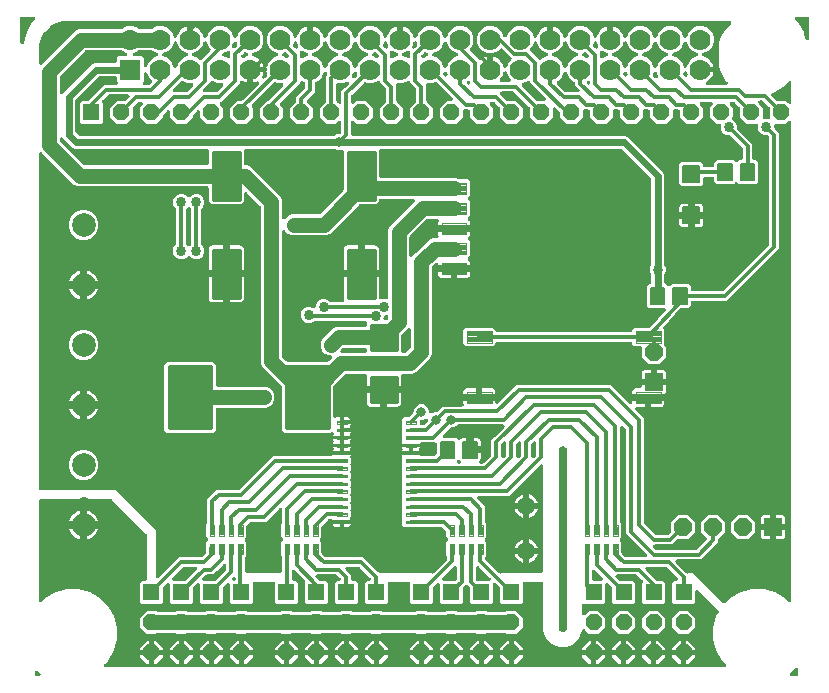
<source format=gbr>
G04 EAGLE Gerber X2 export*
%TF.Part,Single*%
%TF.FileFunction,Copper,L1,Top,Mixed*%
%TF.FilePolarity,Positive*%
%TF.GenerationSoftware,Autodesk,EAGLE,9.1.0*%
%TF.CreationDate,2018-10-24T11:49:30Z*%
G75*
%MOMM*%
%FSLAX34Y34*%
%LPD*%
%AMOC8*
5,1,8,0,0,1.08239X$1,22.5*%
G01*
%ADD10C,0.240000*%
%ADD11C,0.972000*%
%ADD12C,0.106678*%
%ADD13R,1.524000X1.524000*%
%ADD14P,1.649562X8X202.500000*%
%ADD15C,0.385000*%
%ADD16R,1.778000X1.778000*%
%ADD17C,1.778000*%
%ADD18C,2.000000*%
%ADD19C,0.150000*%
%ADD20C,0.130000*%
%ADD21R,1.408000X1.408000*%
%ADD22P,1.524005X8X292.500000*%
%ADD23C,0.100000*%
%ADD24C,0.100581*%
%ADD25P,1.524005X8X22.500000*%
%ADD26C,0.250000*%
%ADD27C,1.508000*%
%ADD28P,1.649562X8X112.500000*%
%ADD29C,0.304800*%
%ADD30C,0.858000*%
%ADD31C,1.270000*%
%ADD32C,0.808000*%
%ADD33C,0.609600*%

G36*
X586877Y60557D02*
X586877Y60557D01*
X587024Y60559D01*
X587050Y60565D01*
X587076Y60567D01*
X587219Y60608D01*
X587362Y60644D01*
X587386Y60656D01*
X587411Y60663D01*
X587540Y60736D01*
X587672Y60804D01*
X587692Y60821D01*
X587715Y60834D01*
X587901Y60992D01*
X591949Y65040D01*
X600510Y69982D01*
X610058Y72541D01*
X619942Y72541D01*
X629490Y69982D01*
X638051Y65040D01*
X641018Y62073D01*
X641096Y62010D01*
X641169Y61940D01*
X641233Y61902D01*
X641291Y61856D01*
X641382Y61813D01*
X641468Y61762D01*
X641539Y61739D01*
X641606Y61707D01*
X641704Y61686D01*
X641800Y61655D01*
X641874Y61649D01*
X641947Y61634D01*
X642047Y61636D01*
X642147Y61627D01*
X642221Y61638D01*
X642295Y61640D01*
X642392Y61664D01*
X642492Y61679D01*
X642561Y61707D01*
X642633Y61725D01*
X642722Y61771D01*
X642816Y61808D01*
X642877Y61850D01*
X642943Y61884D01*
X643019Y61949D01*
X643102Y62007D01*
X643152Y62062D01*
X643208Y62110D01*
X643268Y62191D01*
X643335Y62266D01*
X643371Y62331D01*
X643416Y62391D01*
X643455Y62483D01*
X643504Y62571D01*
X643524Y62642D01*
X643554Y62711D01*
X643571Y62809D01*
X643599Y62906D01*
X643607Y63006D01*
X643615Y63054D01*
X643613Y63089D01*
X643618Y63150D01*
X643618Y467642D01*
X643615Y467666D01*
X643617Y467690D01*
X643606Y467763D01*
X643605Y467842D01*
X643587Y467914D01*
X643578Y467988D01*
X643569Y468015D01*
X643566Y468035D01*
X643541Y468097D01*
X643520Y468180D01*
X643486Y468246D01*
X643461Y468316D01*
X643443Y468344D01*
X643437Y468359D01*
X643402Y468408D01*
X643360Y468490D01*
X643312Y468546D01*
X643272Y468609D01*
X643245Y468635D01*
X643238Y468645D01*
X643197Y468682D01*
X643135Y468755D01*
X643075Y468799D01*
X643021Y468851D01*
X642986Y468872D01*
X642979Y468878D01*
X642935Y468903D01*
X642854Y468962D01*
X642786Y468992D01*
X642722Y469030D01*
X642681Y469043D01*
X642674Y469047D01*
X642635Y469058D01*
X642626Y469060D01*
X642534Y469100D01*
X642461Y469113D01*
X642390Y469136D01*
X642345Y469140D01*
X642339Y469141D01*
X642278Y469146D01*
X642191Y469162D01*
X642126Y469159D01*
X642095Y469161D01*
X642091Y469161D01*
X642086Y469160D01*
X642043Y469164D01*
X641943Y469149D01*
X641843Y469144D01*
X641777Y469125D01*
X641745Y469121D01*
X641736Y469118D01*
X641698Y469112D01*
X641605Y469075D01*
X641508Y469047D01*
X641454Y469017D01*
X641417Y469004D01*
X641404Y468995D01*
X641374Y468984D01*
X641292Y468926D01*
X641204Y468877D01*
X641151Y468832D01*
X641124Y468815D01*
X641109Y468799D01*
X641088Y468785D01*
X641064Y468758D01*
X641018Y468719D01*
X638968Y466669D01*
X630654Y466669D01*
X630628Y466666D01*
X630602Y466668D01*
X630455Y466646D01*
X630308Y466629D01*
X630283Y466621D01*
X630257Y466617D01*
X630119Y466562D01*
X629980Y466512D01*
X629958Y466498D01*
X629933Y466488D01*
X629812Y466403D01*
X629687Y466323D01*
X629669Y466304D01*
X629647Y466289D01*
X629548Y466179D01*
X629445Y466072D01*
X629431Y466050D01*
X629414Y466030D01*
X629342Y465900D01*
X629266Y465773D01*
X629258Y465748D01*
X629245Y465725D01*
X629205Y465582D01*
X629160Y465441D01*
X629158Y465415D01*
X629150Y465390D01*
X629131Y465146D01*
X629131Y463099D01*
X629145Y462973D01*
X629152Y462847D01*
X629165Y462800D01*
X629171Y462752D01*
X629213Y462633D01*
X629248Y462512D01*
X629272Y462470D01*
X629288Y462424D01*
X629357Y462318D01*
X629418Y462208D01*
X629458Y462162D01*
X629477Y462132D01*
X629512Y462098D01*
X629535Y462071D01*
X629542Y462061D01*
X629548Y462055D01*
X629577Y462022D01*
X632715Y458884D01*
X632715Y360266D01*
X591886Y319437D01*
X589059Y316610D01*
X559814Y316610D01*
X559788Y316607D01*
X559762Y316609D01*
X559615Y316587D01*
X559468Y316570D01*
X559443Y316562D01*
X559417Y316558D01*
X559279Y316503D01*
X559140Y316453D01*
X559118Y316439D01*
X559093Y316429D01*
X558972Y316344D01*
X558847Y316264D01*
X558829Y316245D01*
X558807Y316230D01*
X558708Y316120D01*
X558605Y316013D01*
X558591Y315991D01*
X558574Y315971D01*
X558502Y315841D01*
X558426Y315714D01*
X558418Y315689D01*
X558405Y315666D01*
X558365Y315523D01*
X558320Y315382D01*
X558318Y315356D01*
X558310Y315331D01*
X558291Y315087D01*
X558291Y312503D01*
X556422Y310634D01*
X550768Y310634D01*
X550606Y310616D01*
X550442Y310599D01*
X550432Y310596D01*
X550422Y310594D01*
X550267Y310539D01*
X550112Y310486D01*
X550103Y310480D01*
X550094Y310477D01*
X549955Y310387D01*
X549817Y310300D01*
X549808Y310292D01*
X549801Y310288D01*
X549779Y310265D01*
X549639Y310133D01*
X535479Y294479D01*
X535384Y294348D01*
X535288Y294217D01*
X535283Y294206D01*
X535276Y294196D01*
X535214Y294046D01*
X535150Y293897D01*
X535148Y293885D01*
X535143Y293874D01*
X535117Y293714D01*
X535088Y293554D01*
X535089Y293542D01*
X535087Y293530D01*
X535098Y293368D01*
X535106Y293206D01*
X535109Y293194D01*
X535110Y293182D01*
X535158Y293027D01*
X535203Y292871D01*
X535209Y292860D01*
X535212Y292849D01*
X535294Y292708D01*
X535373Y292567D01*
X535382Y292556D01*
X535387Y292547D01*
X535411Y292522D01*
X535531Y292380D01*
X535813Y292099D01*
X535813Y279494D01*
X535804Y279452D01*
X535804Y279426D01*
X535800Y279400D01*
X535807Y279252D01*
X535810Y279104D01*
X535816Y279078D01*
X535817Y279052D01*
X535859Y278910D01*
X535895Y278766D01*
X535907Y278742D01*
X535914Y278717D01*
X535986Y278588D01*
X536054Y278456D01*
X536071Y278436D01*
X536084Y278413D01*
X536243Y278227D01*
X537211Y277259D01*
X537211Y268841D01*
X531259Y262889D01*
X522841Y262889D01*
X516889Y268841D01*
X516889Y276627D01*
X516886Y276653D01*
X516888Y276679D01*
X516866Y276826D01*
X516849Y276973D01*
X516841Y276998D01*
X516837Y277024D01*
X516782Y277162D01*
X516732Y277301D01*
X516718Y277323D01*
X516708Y277348D01*
X516623Y277469D01*
X516543Y277594D01*
X516524Y277612D01*
X516509Y277634D01*
X516399Y277733D01*
X516292Y277836D01*
X516270Y277850D01*
X516250Y277867D01*
X516120Y277939D01*
X515993Y278015D01*
X515968Y278023D01*
X515945Y278036D01*
X515802Y278076D01*
X515661Y278121D01*
X515635Y278123D01*
X515610Y278131D01*
X515366Y278150D01*
X510688Y278150D01*
X508887Y279951D01*
X508887Y280437D01*
X508884Y280463D01*
X508886Y280489D01*
X508864Y280636D01*
X508847Y280783D01*
X508839Y280808D01*
X508835Y280834D01*
X508780Y280972D01*
X508730Y281111D01*
X508716Y281133D01*
X508706Y281158D01*
X508621Y281279D01*
X508541Y281404D01*
X508522Y281422D01*
X508507Y281444D01*
X508397Y281543D01*
X508290Y281646D01*
X508268Y281660D01*
X508248Y281677D01*
X508118Y281749D01*
X507991Y281825D01*
X507966Y281833D01*
X507943Y281846D01*
X507800Y281886D01*
X507659Y281931D01*
X507633Y281933D01*
X507608Y281941D01*
X507364Y281960D01*
X394336Y281960D01*
X394310Y281957D01*
X394284Y281959D01*
X394137Y281937D01*
X393990Y281920D01*
X393965Y281912D01*
X393939Y281908D01*
X393801Y281853D01*
X393662Y281803D01*
X393640Y281789D01*
X393615Y281779D01*
X393494Y281694D01*
X393369Y281614D01*
X393351Y281595D01*
X393329Y281580D01*
X393230Y281470D01*
X393127Y281363D01*
X393113Y281341D01*
X393096Y281321D01*
X393024Y281191D01*
X392948Y281064D01*
X392940Y281039D01*
X392927Y281016D01*
X392887Y280873D01*
X392842Y280732D01*
X392840Y280706D01*
X392832Y280681D01*
X392813Y280437D01*
X392813Y279951D01*
X391012Y278150D01*
X367688Y278150D01*
X365887Y279951D01*
X365887Y292099D01*
X367688Y293900D01*
X391012Y293900D01*
X392813Y292099D01*
X392813Y291613D01*
X392816Y291587D01*
X392814Y291561D01*
X392836Y291414D01*
X392853Y291267D01*
X392861Y291242D01*
X392865Y291216D01*
X392920Y291078D01*
X392970Y290939D01*
X392984Y290917D01*
X392994Y290892D01*
X393079Y290771D01*
X393159Y290646D01*
X393178Y290628D01*
X393193Y290606D01*
X393303Y290507D01*
X393410Y290404D01*
X393432Y290390D01*
X393452Y290373D01*
X393582Y290301D01*
X393709Y290225D01*
X393734Y290217D01*
X393757Y290204D01*
X393900Y290164D01*
X394041Y290119D01*
X394067Y290117D01*
X394092Y290109D01*
X394336Y290090D01*
X507364Y290090D01*
X507390Y290093D01*
X507416Y290091D01*
X507563Y290113D01*
X507710Y290130D01*
X507735Y290138D01*
X507761Y290142D01*
X507899Y290197D01*
X508038Y290247D01*
X508060Y290261D01*
X508085Y290271D01*
X508206Y290356D01*
X508331Y290436D01*
X508349Y290455D01*
X508371Y290470D01*
X508470Y290580D01*
X508573Y290687D01*
X508587Y290709D01*
X508604Y290729D01*
X508676Y290859D01*
X508752Y290986D01*
X508760Y291011D01*
X508773Y291034D01*
X508813Y291177D01*
X508858Y291318D01*
X508860Y291344D01*
X508868Y291369D01*
X508887Y291613D01*
X508887Y292099D01*
X510688Y293900D01*
X523316Y293900D01*
X523479Y293918D01*
X523643Y293935D01*
X523652Y293938D01*
X523662Y293940D01*
X523817Y293995D01*
X523973Y294048D01*
X523981Y294054D01*
X523991Y294057D01*
X524129Y294147D01*
X524268Y294234D01*
X524276Y294242D01*
X524283Y294246D01*
X524305Y294269D01*
X524446Y294401D01*
X536828Y308089D01*
X536864Y308140D01*
X536908Y308185D01*
X536965Y308281D01*
X537031Y308373D01*
X537054Y308430D01*
X537086Y308484D01*
X537121Y308591D01*
X537163Y308695D01*
X537174Y308756D01*
X537193Y308816D01*
X537202Y308928D01*
X537220Y309039D01*
X537216Y309101D01*
X537221Y309163D01*
X537204Y309274D01*
X537196Y309386D01*
X537178Y309446D01*
X537169Y309508D01*
X537127Y309612D01*
X537095Y309720D01*
X537063Y309774D01*
X537040Y309832D01*
X536976Y309924D01*
X536920Y310021D01*
X536877Y310067D01*
X536841Y310118D01*
X536758Y310193D01*
X536681Y310275D01*
X536629Y310310D01*
X536582Y310351D01*
X536484Y310406D01*
X536390Y310468D01*
X536332Y310490D01*
X536277Y310520D01*
X536169Y310550D01*
X536064Y310590D01*
X536002Y310598D01*
X535942Y310615D01*
X535749Y310630D01*
X535718Y310634D01*
X535710Y310633D01*
X535698Y310634D01*
X523078Y310634D01*
X521209Y312503D01*
X521209Y328847D01*
X523078Y330716D01*
X523138Y330716D01*
X523164Y330719D01*
X523190Y330717D01*
X523337Y330739D01*
X523484Y330756D01*
X523509Y330764D01*
X523535Y330768D01*
X523673Y330823D01*
X523812Y330873D01*
X523834Y330887D01*
X523859Y330897D01*
X523980Y330982D01*
X524105Y331062D01*
X524123Y331081D01*
X524145Y331096D01*
X524244Y331206D01*
X524347Y331313D01*
X524361Y331335D01*
X524378Y331355D01*
X524450Y331485D01*
X524526Y331612D01*
X524534Y331637D01*
X524547Y331660D01*
X524587Y331803D01*
X524632Y331944D01*
X524634Y331970D01*
X524642Y331995D01*
X524661Y332239D01*
X524661Y338240D01*
X524661Y338242D01*
X524661Y338244D01*
X524640Y338420D01*
X524621Y338586D01*
X524621Y338588D01*
X524620Y338590D01*
X524545Y338823D01*
X523419Y341541D01*
X523419Y344259D01*
X524545Y346977D01*
X524546Y346979D01*
X524547Y346981D01*
X524593Y347143D01*
X524641Y347312D01*
X524641Y347314D01*
X524642Y347316D01*
X524661Y347560D01*
X524661Y419304D01*
X524647Y419430D01*
X524640Y419556D01*
X524627Y419602D01*
X524621Y419650D01*
X524579Y419769D01*
X524544Y419891D01*
X524520Y419933D01*
X524504Y419978D01*
X524435Y420085D01*
X524374Y420195D01*
X524334Y420241D01*
X524315Y420271D01*
X524280Y420305D01*
X524215Y420381D01*
X499781Y444815D01*
X499682Y444894D01*
X499588Y444978D01*
X499546Y445002D01*
X499508Y445032D01*
X499394Y445086D01*
X499283Y445147D01*
X499237Y445160D01*
X499193Y445181D01*
X499070Y445207D01*
X498948Y445242D01*
X498887Y445247D01*
X498852Y445254D01*
X498804Y445253D01*
X498704Y445261D01*
X295964Y445261D01*
X295938Y445258D01*
X295912Y445260D01*
X295765Y445238D01*
X295618Y445221D01*
X295593Y445213D01*
X295567Y445209D01*
X295429Y445154D01*
X295290Y445104D01*
X295268Y445090D01*
X295243Y445080D01*
X295122Y444995D01*
X294997Y444915D01*
X294979Y444896D01*
X294957Y444881D01*
X294858Y444771D01*
X294755Y444664D01*
X294741Y444642D01*
X294724Y444622D01*
X294652Y444492D01*
X294576Y444365D01*
X294568Y444340D01*
X294555Y444317D01*
X294515Y444174D01*
X294470Y444033D01*
X294468Y444007D01*
X294460Y443982D01*
X294441Y443738D01*
X294441Y422275D01*
X294444Y422249D01*
X294442Y422223D01*
X294464Y422076D01*
X294481Y421929D01*
X294489Y421904D01*
X294493Y421878D01*
X294548Y421740D01*
X294598Y421601D01*
X294612Y421579D01*
X294622Y421554D01*
X294707Y421433D01*
X294787Y421308D01*
X294806Y421290D01*
X294821Y421268D01*
X294931Y421169D01*
X295038Y421066D01*
X295060Y421052D01*
X295080Y421035D01*
X295210Y420963D01*
X295337Y420887D01*
X295362Y420879D01*
X295385Y420866D01*
X295528Y420826D01*
X295669Y420781D01*
X295695Y420779D01*
X295720Y420771D01*
X295964Y420752D01*
X359781Y420752D01*
X361954Y419852D01*
X361956Y419851D01*
X361958Y419850D01*
X362120Y419804D01*
X362289Y419756D01*
X362292Y419756D01*
X362294Y419755D01*
X362537Y419736D01*
X369548Y419736D01*
X371349Y417935D01*
X371349Y405787D01*
X369991Y404429D01*
X369974Y404409D01*
X369955Y404392D01*
X369866Y404272D01*
X369774Y404156D01*
X369763Y404132D01*
X369747Y404111D01*
X369689Y403975D01*
X369625Y403841D01*
X369620Y403815D01*
X369609Y403791D01*
X369583Y403645D01*
X369552Y403500D01*
X369552Y403474D01*
X369548Y403448D01*
X369555Y403300D01*
X369558Y403152D01*
X369564Y403126D01*
X369566Y403100D01*
X369607Y402958D01*
X369643Y402814D01*
X369655Y402791D01*
X369662Y402765D01*
X369735Y402636D01*
X369802Y402504D01*
X369819Y402484D01*
X369832Y402461D01*
X369991Y402275D01*
X371349Y400917D01*
X371349Y388769D01*
X369983Y387403D01*
X369951Y387363D01*
X369913Y387329D01*
X369843Y387227D01*
X369766Y387130D01*
X369744Y387084D01*
X369715Y387042D01*
X369670Y386927D01*
X369617Y386815D01*
X369607Y386765D01*
X369588Y386717D01*
X369570Y386595D01*
X369544Y386474D01*
X369545Y386423D01*
X369537Y386372D01*
X369548Y386249D01*
X369550Y386126D01*
X369562Y386076D01*
X369567Y386025D01*
X369605Y385908D01*
X369635Y385788D01*
X369658Y385742D01*
X369674Y385694D01*
X369738Y385588D01*
X369795Y385478D01*
X369828Y385439D01*
X369854Y385395D01*
X369940Y385307D01*
X370020Y385213D01*
X370062Y385182D01*
X370097Y385146D01*
X370113Y385135D01*
X370734Y384513D01*
X371139Y383812D01*
X371349Y383030D01*
X371349Y380491D01*
X359156Y380491D01*
X359130Y380488D01*
X359104Y380490D01*
X358957Y380468D01*
X358810Y380451D01*
X358785Y380443D01*
X358759Y380439D01*
X358622Y380384D01*
X358482Y380334D01*
X358460Y380320D01*
X358435Y380310D01*
X358314Y380225D01*
X358189Y380145D01*
X358171Y380126D01*
X358149Y380111D01*
X358050Y380001D01*
X358018Y379968D01*
X358013Y379975D01*
X357903Y380074D01*
X357796Y380177D01*
X357773Y380191D01*
X357754Y380208D01*
X357624Y380280D01*
X357497Y380356D01*
X357472Y380364D01*
X357449Y380377D01*
X357306Y380417D01*
X357165Y380462D01*
X357139Y380464D01*
X357114Y380472D01*
X356870Y380491D01*
X344677Y380491D01*
X344677Y383030D01*
X344920Y383938D01*
X344942Y383987D01*
X344955Y384061D01*
X344978Y384134D01*
X344986Y384232D01*
X345004Y384329D01*
X345000Y384406D01*
X345006Y384481D01*
X344992Y384579D01*
X344987Y384678D01*
X344966Y384751D01*
X344955Y384826D01*
X344918Y384918D01*
X344891Y385013D01*
X344854Y385079D01*
X344826Y385150D01*
X344770Y385231D01*
X344722Y385317D01*
X344670Y385373D01*
X344627Y385436D01*
X344554Y385502D01*
X344487Y385575D01*
X344425Y385618D01*
X344368Y385669D01*
X344282Y385717D01*
X344201Y385773D01*
X344130Y385801D01*
X344063Y385838D01*
X343968Y385865D01*
X343876Y385901D01*
X343801Y385912D01*
X343728Y385933D01*
X343578Y385945D01*
X343531Y385952D01*
X343513Y385950D01*
X343484Y385952D01*
X335657Y385952D01*
X335531Y385938D01*
X335405Y385931D01*
X335358Y385918D01*
X335310Y385912D01*
X335191Y385870D01*
X335070Y385835D01*
X335028Y385811D01*
X334982Y385795D01*
X334876Y385726D01*
X334766Y385665D01*
X334719Y385625D01*
X334689Y385606D01*
X334656Y385571D01*
X334580Y385506D01*
X320487Y371413D01*
X320408Y371314D01*
X320324Y371221D01*
X320300Y371178D01*
X320270Y371140D01*
X320216Y371026D01*
X320155Y370916D01*
X320142Y370869D01*
X320121Y370825D01*
X320095Y370702D01*
X320060Y370580D01*
X320055Y370519D01*
X320048Y370485D01*
X320049Y370437D01*
X320041Y370336D01*
X320041Y355342D01*
X320052Y355242D01*
X320054Y355141D01*
X320072Y355069D01*
X320081Y354995D01*
X320114Y354901D01*
X320139Y354803D01*
X320173Y354737D01*
X320198Y354667D01*
X320253Y354583D01*
X320299Y354494D01*
X320347Y354437D01*
X320387Y354374D01*
X320459Y354305D01*
X320524Y354228D01*
X320584Y354184D01*
X320638Y354132D01*
X320724Y354081D01*
X320805Y354021D01*
X320873Y353992D01*
X320937Y353953D01*
X321033Y353923D01*
X321125Y353883D01*
X321198Y353870D01*
X321269Y353847D01*
X321369Y353839D01*
X321468Y353821D01*
X321542Y353825D01*
X321616Y353819D01*
X321716Y353834D01*
X321816Y353839D01*
X321887Y353860D01*
X321961Y353871D01*
X322054Y353908D01*
X322151Y353936D01*
X322216Y353972D01*
X322285Y354000D01*
X322367Y354057D01*
X322455Y354106D01*
X322531Y354171D01*
X322571Y354199D01*
X322595Y354225D01*
X322641Y354264D01*
X325378Y357001D01*
X336721Y368344D01*
X339989Y369698D01*
X343484Y369698D01*
X343560Y369706D01*
X343636Y369705D01*
X343732Y369726D01*
X343830Y369738D01*
X343902Y369763D01*
X343976Y369779D01*
X344065Y369822D01*
X344158Y369855D01*
X344222Y369896D01*
X344291Y369929D01*
X344368Y369991D01*
X344451Y370044D01*
X344504Y370099D01*
X344563Y370146D01*
X344625Y370224D01*
X344693Y370295D01*
X344732Y370360D01*
X344780Y370420D01*
X344822Y370509D01*
X344872Y370594D01*
X344895Y370666D01*
X344928Y370735D01*
X344948Y370832D01*
X344978Y370926D01*
X344984Y371002D01*
X345000Y371076D01*
X344998Y371175D01*
X345006Y371273D01*
X344995Y371348D01*
X344994Y371424D01*
X344969Y371520D01*
X344955Y371618D01*
X344927Y371687D01*
X344923Y371702D01*
X344908Y371762D01*
X344906Y371766D01*
X344677Y372620D01*
X344677Y375159D01*
X356870Y375159D01*
X356896Y375162D01*
X356922Y375160D01*
X357069Y375182D01*
X357216Y375199D01*
X357241Y375207D01*
X357267Y375211D01*
X357404Y375266D01*
X357544Y375316D01*
X357566Y375330D01*
X357591Y375340D01*
X357712Y375425D01*
X357837Y375505D01*
X357855Y375524D01*
X357877Y375539D01*
X357976Y375649D01*
X358008Y375682D01*
X358013Y375675D01*
X358123Y375576D01*
X358230Y375473D01*
X358253Y375459D01*
X358272Y375442D01*
X358402Y375370D01*
X358529Y375294D01*
X358554Y375286D01*
X358577Y375273D01*
X358720Y375233D01*
X358861Y375188D01*
X358887Y375185D01*
X358912Y375178D01*
X359156Y375159D01*
X371349Y375159D01*
X371349Y372620D01*
X371139Y371838D01*
X370734Y371137D01*
X370076Y370478D01*
X370019Y370436D01*
X369986Y370397D01*
X369947Y370363D01*
X369873Y370264D01*
X369793Y370170D01*
X369770Y370124D01*
X369739Y370083D01*
X369690Y369970D01*
X369634Y369860D01*
X369622Y369810D01*
X369601Y369763D01*
X369580Y369642D01*
X369550Y369522D01*
X369549Y369471D01*
X369540Y369420D01*
X369546Y369297D01*
X369544Y369173D01*
X369555Y369123D01*
X369558Y369072D01*
X369592Y368953D01*
X369618Y368833D01*
X369640Y368787D01*
X369654Y368737D01*
X369715Y368629D01*
X369767Y368518D01*
X369799Y368478D01*
X369824Y368433D01*
X369983Y368247D01*
X371349Y366881D01*
X371349Y354733D01*
X369983Y353367D01*
X369951Y353327D01*
X369913Y353293D01*
X369843Y353191D01*
X369766Y353094D01*
X369744Y353048D01*
X369715Y353006D01*
X369670Y352891D01*
X369617Y352779D01*
X369607Y352729D01*
X369588Y352681D01*
X369570Y352559D01*
X369544Y352438D01*
X369545Y352387D01*
X369537Y352336D01*
X369548Y352213D01*
X369550Y352090D01*
X369562Y352040D01*
X369567Y351989D01*
X369605Y351872D01*
X369635Y351752D01*
X369658Y351706D01*
X369674Y351658D01*
X369738Y351552D01*
X369795Y351442D01*
X369828Y351403D01*
X369854Y351359D01*
X369940Y351271D01*
X370020Y351177D01*
X370062Y351146D01*
X370097Y351110D01*
X370113Y351099D01*
X370734Y350477D01*
X371139Y349776D01*
X371349Y348994D01*
X371349Y346455D01*
X359156Y346455D01*
X359130Y346452D01*
X359104Y346454D01*
X358957Y346432D01*
X358810Y346415D01*
X358785Y346407D01*
X358759Y346403D01*
X358622Y346348D01*
X358482Y346298D01*
X358460Y346284D01*
X358435Y346274D01*
X358314Y346189D01*
X358189Y346109D01*
X358171Y346090D01*
X358149Y346075D01*
X358050Y345965D01*
X358018Y345932D01*
X358013Y345939D01*
X357903Y346038D01*
X357796Y346141D01*
X357773Y346155D01*
X357754Y346172D01*
X357624Y346244D01*
X357497Y346320D01*
X357472Y346328D01*
X357449Y346341D01*
X357306Y346381D01*
X357165Y346426D01*
X357139Y346428D01*
X357114Y346436D01*
X356870Y346455D01*
X344677Y346455D01*
X344677Y347476D01*
X344666Y347576D01*
X344664Y347677D01*
X344646Y347749D01*
X344637Y347823D01*
X344604Y347917D01*
X344579Y348015D01*
X344545Y348081D01*
X344520Y348151D01*
X344465Y348235D01*
X344419Y348324D01*
X344371Y348381D01*
X344331Y348444D01*
X344259Y348513D01*
X344194Y348590D01*
X344134Y348634D01*
X344080Y348686D01*
X343994Y348737D01*
X343913Y348797D01*
X343845Y348826D01*
X343781Y348865D01*
X343685Y348895D01*
X343593Y348935D01*
X343520Y348948D01*
X343449Y348971D01*
X343349Y348979D01*
X343250Y348997D01*
X343176Y348993D01*
X343102Y348999D01*
X343002Y348984D01*
X342902Y348979D01*
X342831Y348958D01*
X342757Y348947D01*
X342664Y348910D01*
X342567Y348882D01*
X342502Y348846D01*
X342433Y348818D01*
X342351Y348761D01*
X342263Y348712D01*
X342187Y348647D01*
X342147Y348619D01*
X342123Y348593D01*
X342077Y348554D01*
X339537Y346013D01*
X339458Y345914D01*
X339374Y345821D01*
X339350Y345778D01*
X339320Y345740D01*
X339266Y345626D01*
X339205Y345516D01*
X339192Y345469D01*
X339171Y345425D01*
X339145Y345302D01*
X339110Y345180D01*
X339105Y345119D01*
X339098Y345085D01*
X339099Y345037D01*
X339091Y344936D01*
X339091Y271282D01*
X337737Y268014D01*
X328426Y258703D01*
X325711Y255988D01*
X322443Y254634D01*
X314489Y254634D01*
X314438Y254628D01*
X314387Y254631D01*
X314265Y254609D01*
X314143Y254594D01*
X314095Y254577D01*
X314044Y254568D01*
X313931Y254519D01*
X313815Y254477D01*
X313772Y254449D01*
X313725Y254429D01*
X313626Y254355D01*
X313522Y254288D01*
X313486Y254251D01*
X313445Y254221D01*
X313366Y254126D01*
X313280Y254037D01*
X313253Y253993D01*
X313220Y253954D01*
X313164Y253844D01*
X313101Y253738D01*
X313085Y253689D01*
X313062Y253644D01*
X313032Y253524D01*
X312995Y253406D01*
X312991Y253355D01*
X312978Y253306D01*
X312977Y253182D01*
X312967Y253059D01*
X312974Y253008D01*
X312974Y252957D01*
X312991Y252864D01*
X312991Y244572D01*
X299974Y244572D01*
X299948Y244569D01*
X299922Y244571D01*
X299775Y244549D01*
X299628Y244532D01*
X299603Y244523D01*
X299577Y244520D01*
X299439Y244465D01*
X299300Y244415D01*
X299278Y244401D01*
X299253Y244391D01*
X299132Y244306D01*
X299007Y244226D01*
X298989Y244207D01*
X298967Y244192D01*
X298868Y244082D01*
X298765Y243975D01*
X298751Y243953D01*
X298734Y243933D01*
X298662Y243803D01*
X298586Y243676D01*
X298578Y243651D01*
X298565Y243628D01*
X298525Y243485D01*
X298480Y243344D01*
X298478Y243318D01*
X298470Y243293D01*
X298451Y243049D01*
X298451Y241524D01*
X298449Y241524D01*
X298449Y243049D01*
X298446Y243075D01*
X298448Y243101D01*
X298426Y243248D01*
X298409Y243395D01*
X298400Y243420D01*
X298397Y243446D01*
X298342Y243584D01*
X298292Y243723D01*
X298278Y243745D01*
X298268Y243770D01*
X298183Y243891D01*
X298103Y244016D01*
X298084Y244034D01*
X298069Y244056D01*
X297959Y244155D01*
X297852Y244258D01*
X297830Y244272D01*
X297810Y244289D01*
X297680Y244361D01*
X297553Y244437D01*
X297528Y244445D01*
X297505Y244458D01*
X297362Y244498D01*
X297221Y244543D01*
X297195Y244545D01*
X297170Y244553D01*
X296926Y244572D01*
X283909Y244572D01*
X283909Y252865D01*
X283915Y252939D01*
X283933Y253061D01*
X283929Y253112D01*
X283933Y253163D01*
X283915Y253285D01*
X283905Y253409D01*
X283889Y253457D01*
X283882Y253508D01*
X283836Y253623D01*
X283798Y253740D01*
X283772Y253784D01*
X283753Y253832D01*
X283682Y253933D01*
X283619Y254039D01*
X283583Y254076D01*
X283554Y254118D01*
X283462Y254201D01*
X283376Y254289D01*
X283333Y254317D01*
X283295Y254351D01*
X283187Y254411D01*
X283083Y254478D01*
X283035Y254495D01*
X282990Y254520D01*
X282871Y254553D01*
X282755Y254595D01*
X282704Y254601D01*
X282655Y254615D01*
X282411Y254634D01*
X266789Y254634D01*
X266663Y254620D01*
X266537Y254613D01*
X266490Y254600D01*
X266442Y254594D01*
X266323Y254552D01*
X266202Y254517D01*
X266160Y254493D01*
X266114Y254477D01*
X266008Y254408D01*
X265898Y254347D01*
X265852Y254307D01*
X265821Y254288D01*
X265788Y254253D01*
X265712Y254188D01*
X256137Y244614D01*
X256058Y244515D01*
X255974Y244421D01*
X255950Y244378D01*
X255920Y244341D01*
X255866Y244226D01*
X255805Y244116D01*
X255792Y244069D01*
X255771Y244025D01*
X255745Y243902D01*
X255710Y243780D01*
X255705Y243720D01*
X255698Y243685D01*
X255699Y243637D01*
X255691Y243536D01*
X255691Y219112D01*
X255697Y219061D01*
X255694Y219010D01*
X255716Y218889D01*
X255731Y218766D01*
X255748Y218718D01*
X255757Y218668D01*
X255806Y218554D01*
X255848Y218438D01*
X255876Y218395D01*
X255896Y218348D01*
X255970Y218249D01*
X256037Y218145D01*
X256074Y218109D01*
X256104Y218068D01*
X256199Y217989D01*
X256288Y217903D01*
X256332Y217877D01*
X256371Y217844D01*
X256481Y217787D01*
X256587Y217724D01*
X256635Y217708D01*
X256681Y217685D01*
X256801Y217655D01*
X256919Y217618D01*
X256970Y217614D01*
X257019Y217601D01*
X257143Y217600D01*
X257266Y217590D01*
X257317Y217597D01*
X257368Y217597D01*
X257608Y217641D01*
X258071Y217765D01*
X261399Y217765D01*
X261399Y213700D01*
X261399Y207200D01*
X261399Y202223D01*
X255455Y202223D01*
X255636Y202896D01*
X255805Y203188D01*
X255865Y203327D01*
X255929Y203464D01*
X255934Y203487D01*
X255943Y203508D01*
X255970Y203657D01*
X256002Y203804D01*
X256001Y203828D01*
X256005Y203851D01*
X255998Y204002D01*
X255995Y204153D01*
X255989Y204176D01*
X255988Y204199D01*
X255947Y204344D01*
X255909Y204491D01*
X255897Y204516D01*
X255892Y204534D01*
X255869Y204575D01*
X255805Y204712D01*
X255726Y204848D01*
X255695Y204889D01*
X255672Y204935D01*
X255592Y205029D01*
X255518Y205128D01*
X255479Y205161D01*
X255446Y205200D01*
X255347Y205274D01*
X255252Y205354D01*
X255207Y205377D01*
X255166Y205407D01*
X255052Y205456D01*
X254942Y205513D01*
X254893Y205525D01*
X254846Y205545D01*
X254724Y205567D01*
X254604Y205597D01*
X254553Y205598D01*
X254503Y205607D01*
X254379Y205601D01*
X254255Y205602D01*
X254206Y205592D01*
X254155Y205589D01*
X254036Y205555D01*
X253915Y205528D01*
X253869Y205507D01*
X253820Y205492D01*
X253712Y205432D01*
X253600Y205379D01*
X253560Y205347D01*
X253516Y205322D01*
X253329Y205164D01*
X253075Y204909D01*
X214725Y204909D01*
X212109Y207525D01*
X212109Y243536D01*
X212095Y243662D01*
X212088Y243788D01*
X212075Y243835D01*
X212069Y243883D01*
X212027Y244002D01*
X211992Y244123D01*
X211968Y244165D01*
X211952Y244211D01*
X211883Y244317D01*
X211822Y244427D01*
X211782Y244474D01*
X211763Y244504D01*
X211728Y244537D01*
X211663Y244614D01*
X198378Y257899D01*
X195663Y260614D01*
X194309Y263882D01*
X194309Y395736D01*
X194295Y395862D01*
X194288Y395988D01*
X194275Y396035D01*
X194269Y396083D01*
X194227Y396202D01*
X194192Y396323D01*
X194168Y396365D01*
X194152Y396411D01*
X194083Y396517D01*
X194022Y396627D01*
X193982Y396673D01*
X193963Y396704D01*
X193928Y396737D01*
X193863Y396813D01*
X182741Y407936D01*
X182663Y407998D01*
X182590Y408068D01*
X182526Y408106D01*
X182468Y408152D01*
X182377Y408195D01*
X182291Y408247D01*
X182220Y408269D01*
X182153Y408301D01*
X182055Y408322D01*
X181959Y408353D01*
X181885Y408359D01*
X181812Y408374D01*
X181712Y408373D01*
X181612Y408381D01*
X181538Y408370D01*
X181464Y408368D01*
X181367Y408344D01*
X181267Y408329D01*
X181198Y408302D01*
X181126Y408283D01*
X181036Y408237D01*
X180943Y408200D01*
X180882Y408158D01*
X180816Y408124D01*
X180739Y408059D01*
X180657Y408001D01*
X180607Y407946D01*
X180551Y407898D01*
X180491Y407817D01*
X180424Y407743D01*
X180388Y407678D01*
X180343Y407618D01*
X180304Y407526D01*
X180255Y407438D01*
X180235Y407366D01*
X180205Y407298D01*
X180188Y407199D01*
X180160Y407102D01*
X180152Y407002D01*
X180144Y406955D01*
X180146Y406919D01*
X180141Y406858D01*
X180141Y400680D01*
X177920Y398459D01*
X152280Y398459D01*
X150059Y400680D01*
X150059Y412086D01*
X150056Y412112D01*
X150058Y412138D01*
X150036Y412285D01*
X150019Y412432D01*
X150011Y412457D01*
X150007Y412483D01*
X149952Y412621D01*
X149902Y412760D01*
X149888Y412782D01*
X149878Y412807D01*
X149793Y412928D01*
X149713Y413053D01*
X149694Y413071D01*
X149679Y413093D01*
X149569Y413192D01*
X149462Y413295D01*
X149440Y413309D01*
X149420Y413326D01*
X149290Y413398D01*
X149163Y413474D01*
X149138Y413482D01*
X149115Y413495D01*
X148972Y413535D01*
X148831Y413580D01*
X148805Y413582D01*
X148780Y413590D01*
X148536Y413609D01*
X39282Y413609D01*
X36014Y414963D01*
X8982Y441995D01*
X8904Y442057D01*
X8831Y442127D01*
X8767Y442165D01*
X8709Y442211D01*
X8618Y442254D01*
X8532Y442306D01*
X8461Y442328D01*
X8394Y442360D01*
X8296Y442381D01*
X8200Y442412D01*
X8126Y442418D01*
X8053Y442433D01*
X7953Y442432D01*
X7853Y442440D01*
X7779Y442429D01*
X7705Y442427D01*
X7608Y442403D01*
X7508Y442388D01*
X7439Y442361D01*
X7367Y442342D01*
X7277Y442296D01*
X7184Y442259D01*
X7123Y442217D01*
X7057Y442183D01*
X6980Y442118D01*
X6898Y442060D01*
X6848Y442005D01*
X6792Y441957D01*
X6732Y441876D01*
X6665Y441802D01*
X6629Y441737D01*
X6584Y441677D01*
X6545Y441585D01*
X6496Y441497D01*
X6476Y441425D01*
X6446Y441357D01*
X6429Y441258D01*
X6401Y441161D01*
X6393Y441061D01*
X6385Y441014D01*
X6387Y440978D01*
X6382Y440917D01*
X6382Y157734D01*
X6385Y157708D01*
X6383Y157682D01*
X6405Y157535D01*
X6422Y157388D01*
X6430Y157363D01*
X6434Y157337D01*
X6489Y157199D01*
X6539Y157060D01*
X6553Y157038D01*
X6563Y157013D01*
X6648Y156892D01*
X6728Y156767D01*
X6747Y156749D01*
X6762Y156727D01*
X6872Y156628D01*
X6979Y156525D01*
X7001Y156511D01*
X7021Y156494D01*
X7151Y156422D01*
X7278Y156346D01*
X7303Y156338D01*
X7326Y156325D01*
X7469Y156285D01*
X7610Y156240D01*
X7636Y156238D01*
X7661Y156230D01*
X7905Y156211D01*
X71428Y156211D01*
X102732Y124907D01*
X105411Y122228D01*
X105411Y83087D01*
X105422Y82987D01*
X105424Y82886D01*
X105442Y82814D01*
X105451Y82740D01*
X105484Y82646D01*
X105509Y82548D01*
X105543Y82482D01*
X105568Y82412D01*
X105623Y82328D01*
X105669Y82239D01*
X105717Y82182D01*
X105757Y82119D01*
X105829Y82050D01*
X105894Y81973D01*
X105954Y81929D01*
X106008Y81877D01*
X106094Y81826D01*
X106175Y81766D01*
X106243Y81737D01*
X106307Y81698D01*
X106403Y81668D01*
X106495Y81628D01*
X106568Y81615D01*
X106639Y81592D01*
X106739Y81584D01*
X106838Y81566D01*
X106912Y81570D01*
X106986Y81564D01*
X107086Y81579D01*
X107186Y81584D01*
X107257Y81605D01*
X107331Y81616D01*
X107424Y81653D01*
X107521Y81681D01*
X107586Y81717D01*
X107655Y81745D01*
X107737Y81802D01*
X107825Y81851D01*
X107901Y81916D01*
X107941Y81944D01*
X107965Y81970D01*
X108011Y82009D01*
X125316Y99315D01*
X143735Y99315D01*
X143861Y99329D01*
X143987Y99336D01*
X144034Y99349D01*
X144082Y99355D01*
X144201Y99397D01*
X144322Y99432D01*
X144364Y99456D01*
X144410Y99472D01*
X144516Y99541D01*
X144626Y99602D01*
X144672Y99642D01*
X144702Y99661D01*
X144736Y99696D01*
X144812Y99761D01*
X147613Y102562D01*
X147684Y102651D01*
X147688Y102655D01*
X147690Y102658D01*
X147692Y102661D01*
X147776Y102754D01*
X147800Y102797D01*
X147830Y102835D01*
X147884Y102949D01*
X147945Y103059D01*
X147958Y103106D01*
X147979Y103150D01*
X148005Y103273D01*
X148040Y103395D01*
X148045Y103456D01*
X148052Y103490D01*
X148051Y103538D01*
X148059Y103639D01*
X148059Y112060D01*
X149223Y113223D01*
X149239Y113243D01*
X149259Y113260D01*
X149347Y113380D01*
X149439Y113496D01*
X149450Y113520D01*
X149466Y113541D01*
X149525Y113677D01*
X149588Y113811D01*
X149594Y113837D01*
X149604Y113861D01*
X149630Y114007D01*
X149662Y114152D01*
X149661Y114178D01*
X149666Y114204D01*
X149658Y114352D01*
X149656Y114500D01*
X149649Y114526D01*
X149648Y114552D01*
X149607Y114694D01*
X149571Y114838D01*
X149559Y114861D01*
X149551Y114887D01*
X149479Y115016D01*
X149411Y115148D01*
X149394Y115168D01*
X149381Y115191D01*
X149223Y115377D01*
X148059Y116540D01*
X148059Y127735D01*
X148589Y128264D01*
X148668Y128363D01*
X148752Y128457D01*
X148776Y128500D01*
X148806Y128537D01*
X148860Y128652D01*
X148921Y128762D01*
X148934Y128809D01*
X148955Y128852D01*
X148981Y128976D01*
X149016Y129098D01*
X149021Y129158D01*
X149028Y129193D01*
X149027Y129241D01*
X149035Y129341D01*
X149035Y148434D01*
X157066Y156465D01*
X175485Y156465D01*
X175611Y156479D01*
X175737Y156486D01*
X175784Y156499D01*
X175832Y156505D01*
X175951Y156547D01*
X176072Y156582D01*
X176114Y156606D01*
X176160Y156622D01*
X176266Y156691D01*
X176376Y156752D01*
X176422Y156792D01*
X176452Y156811D01*
X176486Y156846D01*
X176562Y156911D01*
X204916Y185265D01*
X253905Y185265D01*
X253931Y185268D01*
X253957Y185266D01*
X254104Y185288D01*
X254251Y185305D01*
X254276Y185313D01*
X254302Y185317D01*
X254440Y185372D01*
X254579Y185422D01*
X254601Y185436D01*
X254626Y185446D01*
X254747Y185531D01*
X254872Y185611D01*
X254890Y185630D01*
X254912Y185645D01*
X255011Y185755D01*
X255114Y185862D01*
X255128Y185884D01*
X255145Y185904D01*
X255217Y186034D01*
X255293Y186161D01*
X255298Y186177D01*
X262922Y186177D01*
X270389Y186177D01*
X270208Y185504D01*
X270128Y185366D01*
X270128Y185365D01*
X270127Y185363D01*
X270054Y185193D01*
X269990Y185046D01*
X269990Y185045D01*
X269989Y185043D01*
X269958Y184868D01*
X269928Y184703D01*
X269928Y184702D01*
X269927Y184700D01*
X269937Y184522D01*
X269945Y184355D01*
X269945Y184354D01*
X269945Y184352D01*
X269993Y184187D01*
X270041Y184020D01*
X270041Y184019D01*
X270042Y184017D01*
X270128Y183863D01*
X270210Y183716D01*
X270211Y183715D01*
X270212Y183713D01*
X270371Y183527D01*
X270416Y183482D01*
X270416Y178891D01*
X270400Y178870D01*
X270308Y178754D01*
X270297Y178730D01*
X270281Y178709D01*
X270222Y178573D01*
X270159Y178439D01*
X270154Y178413D01*
X270143Y178389D01*
X270117Y178243D01*
X270086Y178098D01*
X270086Y178072D01*
X270082Y178046D01*
X270089Y177898D01*
X270092Y177750D01*
X270098Y177724D01*
X270099Y177698D01*
X270140Y177556D01*
X270177Y177412D01*
X270189Y177389D01*
X270196Y177363D01*
X270268Y177234D01*
X270336Y177102D01*
X270353Y177082D01*
X270366Y177059D01*
X270416Y177001D01*
X270416Y172391D01*
X270400Y172370D01*
X270308Y172254D01*
X270297Y172230D01*
X270281Y172209D01*
X270222Y172073D01*
X270159Y171939D01*
X270154Y171913D01*
X270143Y171889D01*
X270117Y171743D01*
X270086Y171598D01*
X270086Y171572D01*
X270082Y171546D01*
X270089Y171398D01*
X270092Y171250D01*
X270098Y171224D01*
X270099Y171198D01*
X270140Y171056D01*
X270177Y170912D01*
X270189Y170889D01*
X270196Y170863D01*
X270268Y170734D01*
X270336Y170602D01*
X270353Y170582D01*
X270366Y170559D01*
X270416Y170501D01*
X270416Y165891D01*
X270400Y165870D01*
X270308Y165754D01*
X270297Y165730D01*
X270281Y165709D01*
X270222Y165573D01*
X270159Y165439D01*
X270154Y165413D01*
X270143Y165389D01*
X270117Y165243D01*
X270086Y165098D01*
X270086Y165072D01*
X270082Y165046D01*
X270089Y164898D01*
X270092Y164750D01*
X270098Y164724D01*
X270099Y164698D01*
X270141Y164556D01*
X270177Y164412D01*
X270189Y164388D01*
X270196Y164363D01*
X270268Y164234D01*
X270336Y164102D01*
X270353Y164082D01*
X270366Y164059D01*
X270416Y164001D01*
X270416Y159391D01*
X270400Y159370D01*
X270308Y159254D01*
X270297Y159230D01*
X270281Y159209D01*
X270222Y159073D01*
X270159Y158939D01*
X270154Y158913D01*
X270143Y158889D01*
X270117Y158743D01*
X270086Y158598D01*
X270086Y158572D01*
X270082Y158546D01*
X270089Y158398D01*
X270092Y158250D01*
X270098Y158224D01*
X270099Y158198D01*
X270140Y158056D01*
X270177Y157912D01*
X270189Y157889D01*
X270196Y157863D01*
X270268Y157734D01*
X270336Y157602D01*
X270353Y157582D01*
X270366Y157559D01*
X270416Y157501D01*
X270416Y152891D01*
X270400Y152870D01*
X270308Y152754D01*
X270297Y152730D01*
X270281Y152709D01*
X270222Y152573D01*
X270159Y152439D01*
X270154Y152413D01*
X270143Y152389D01*
X270117Y152243D01*
X270086Y152098D01*
X270086Y152072D01*
X270082Y152046D01*
X270089Y151898D01*
X270092Y151750D01*
X270098Y151724D01*
X270099Y151698D01*
X270140Y151556D01*
X270177Y151412D01*
X270189Y151389D01*
X270196Y151363D01*
X270268Y151234D01*
X270336Y151102D01*
X270353Y151082D01*
X270366Y151059D01*
X270416Y151001D01*
X270416Y146391D01*
X270400Y146370D01*
X270308Y146254D01*
X270297Y146230D01*
X270281Y146209D01*
X270222Y146073D01*
X270159Y145939D01*
X270154Y145913D01*
X270143Y145889D01*
X270117Y145743D01*
X270086Y145598D01*
X270086Y145572D01*
X270082Y145546D01*
X270089Y145398D01*
X270092Y145250D01*
X270098Y145224D01*
X270099Y145198D01*
X270140Y145056D01*
X270177Y144912D01*
X270189Y144889D01*
X270196Y144863D01*
X270268Y144734D01*
X270336Y144602D01*
X270353Y144582D01*
X270366Y144559D01*
X270416Y144501D01*
X270416Y139891D01*
X270400Y139870D01*
X270308Y139754D01*
X270297Y139730D01*
X270281Y139709D01*
X270222Y139573D01*
X270159Y139439D01*
X270154Y139413D01*
X270143Y139389D01*
X270117Y139243D01*
X270086Y139098D01*
X270086Y139072D01*
X270082Y139046D01*
X270089Y138898D01*
X270092Y138750D01*
X270098Y138724D01*
X270099Y138698D01*
X270140Y138556D01*
X270177Y138412D01*
X270189Y138389D01*
X270196Y138363D01*
X270268Y138234D01*
X270336Y138102D01*
X270353Y138082D01*
X270366Y138059D01*
X270416Y138001D01*
X270416Y133418D01*
X270371Y133373D01*
X270370Y133372D01*
X270369Y133371D01*
X270254Y133226D01*
X270154Y133100D01*
X270153Y133099D01*
X270152Y133098D01*
X270078Y132939D01*
X270005Y132785D01*
X270005Y132784D01*
X270004Y132782D01*
X269968Y132612D01*
X269932Y132444D01*
X269932Y132443D01*
X269931Y132441D01*
X269935Y132261D01*
X269938Y132096D01*
X269938Y132094D01*
X269938Y132093D01*
X269981Y131924D01*
X270023Y131758D01*
X270023Y131757D01*
X270024Y131755D01*
X270128Y131534D01*
X270208Y131396D01*
X270389Y130723D01*
X262922Y130723D01*
X255293Y130723D01*
X255271Y130786D01*
X255257Y130808D01*
X255247Y130833D01*
X255162Y130954D01*
X255082Y131079D01*
X255063Y131097D01*
X255048Y131119D01*
X254938Y131218D01*
X254831Y131321D01*
X254809Y131335D01*
X254789Y131352D01*
X254659Y131424D01*
X254532Y131500D01*
X254507Y131508D01*
X254484Y131521D01*
X254341Y131561D01*
X254200Y131606D01*
X254174Y131608D01*
X254149Y131616D01*
X253905Y131635D01*
X252315Y131635D01*
X252189Y131621D01*
X252063Y131614D01*
X252016Y131601D01*
X251968Y131595D01*
X251849Y131553D01*
X251728Y131518D01*
X251686Y131494D01*
X251640Y131478D01*
X251534Y131409D01*
X251424Y131348D01*
X251378Y131308D01*
X251348Y131289D01*
X251314Y131254D01*
X251238Y131189D01*
X246087Y126038D01*
X246008Y125939D01*
X245924Y125846D01*
X245900Y125803D01*
X245870Y125765D01*
X245816Y125651D01*
X245755Y125541D01*
X245742Y125494D01*
X245721Y125450D01*
X245695Y125327D01*
X245660Y125205D01*
X245655Y125144D01*
X245648Y125110D01*
X245649Y125062D01*
X245641Y124961D01*
X245641Y116540D01*
X244477Y115377D01*
X244461Y115357D01*
X244441Y115340D01*
X244353Y115220D01*
X244261Y115104D01*
X244250Y115080D01*
X244234Y115059D01*
X244175Y114923D01*
X244112Y114789D01*
X244106Y114763D01*
X244096Y114739D01*
X244070Y114593D01*
X244038Y114448D01*
X244039Y114422D01*
X244034Y114396D01*
X244042Y114248D01*
X244044Y114100D01*
X244051Y114074D01*
X244052Y114048D01*
X244093Y113906D01*
X244129Y113762D01*
X244141Y113739D01*
X244149Y113713D01*
X244221Y113584D01*
X244289Y113452D01*
X244306Y113432D01*
X244319Y113409D01*
X244477Y113223D01*
X245641Y112060D01*
X245641Y103639D01*
X245655Y103513D01*
X245662Y103387D01*
X245675Y103340D01*
X245681Y103292D01*
X245723Y103173D01*
X245758Y103052D01*
X245782Y103010D01*
X245798Y102964D01*
X245867Y102858D01*
X245928Y102748D01*
X245968Y102701D01*
X245987Y102671D01*
X246022Y102638D01*
X246087Y102562D01*
X248888Y99761D01*
X248987Y99682D01*
X249080Y99598D01*
X249123Y99574D01*
X249161Y99544D01*
X249275Y99490D01*
X249385Y99429D01*
X249432Y99416D01*
X249476Y99395D01*
X249599Y99369D01*
X249721Y99334D01*
X249782Y99329D01*
X249816Y99322D01*
X249864Y99323D01*
X249965Y99315D01*
X281084Y99315D01*
X293592Y86807D01*
X293691Y86728D01*
X293784Y86644D01*
X293827Y86620D01*
X293865Y86590D01*
X293979Y86536D01*
X294089Y86475D01*
X294136Y86462D01*
X294180Y86441D01*
X294303Y86415D01*
X294425Y86380D01*
X294486Y86375D01*
X294520Y86368D01*
X294568Y86369D01*
X294669Y86361D01*
X338128Y86361D01*
X338468Y86021D01*
X338489Y86005D01*
X338506Y85985D01*
X338625Y85897D01*
X338741Y85804D01*
X338765Y85793D01*
X338786Y85777D01*
X338922Y85719D01*
X339056Y85655D01*
X339082Y85650D01*
X339106Y85639D01*
X339252Y85613D01*
X339397Y85582D01*
X339423Y85582D01*
X339449Y85578D01*
X339598Y85585D01*
X339746Y85588D01*
X339771Y85594D01*
X339797Y85596D01*
X339940Y85637D01*
X340084Y85673D01*
X340107Y85685D01*
X340132Y85692D01*
X340261Y85765D01*
X340393Y85833D01*
X340413Y85850D01*
X340436Y85862D01*
X340622Y86021D01*
X351789Y97188D01*
X351868Y97287D01*
X351952Y97380D01*
X351976Y97423D01*
X352006Y97461D01*
X352060Y97575D01*
X352121Y97685D01*
X352134Y97732D01*
X352155Y97776D01*
X352181Y97899D01*
X352216Y98021D01*
X352221Y98082D01*
X352228Y98116D01*
X352227Y98164D01*
X352235Y98265D01*
X352235Y99259D01*
X352221Y99384D01*
X352214Y99510D01*
X352201Y99557D01*
X352195Y99605D01*
X352153Y99724D01*
X352118Y99845D01*
X352094Y99887D01*
X352078Y99933D01*
X352009Y100039D01*
X351948Y100149D01*
X351908Y100196D01*
X351889Y100226D01*
X351854Y100259D01*
X351789Y100336D01*
X351259Y100865D01*
X351259Y112060D01*
X352423Y113223D01*
X352439Y113243D01*
X352459Y113260D01*
X352547Y113380D01*
X352639Y113496D01*
X352650Y113520D01*
X352666Y113541D01*
X352725Y113677D01*
X352788Y113811D01*
X352794Y113837D01*
X352804Y113861D01*
X352830Y114007D01*
X352862Y114152D01*
X352861Y114178D01*
X352866Y114204D01*
X352858Y114352D01*
X352856Y114500D01*
X352849Y114526D01*
X352848Y114552D01*
X352807Y114694D01*
X352771Y114838D01*
X352759Y114861D01*
X352751Y114887D01*
X352679Y115016D01*
X352611Y115148D01*
X352594Y115168D01*
X352581Y115191D01*
X352423Y115377D01*
X351259Y116540D01*
X351259Y120799D01*
X351245Y120924D01*
X351238Y121051D01*
X351225Y121097D01*
X351219Y121145D01*
X351177Y121264D01*
X351142Y121386D01*
X351118Y121428D01*
X351102Y121473D01*
X351033Y121579D01*
X350972Y121690D01*
X350932Y121736D01*
X350913Y121766D01*
X350878Y121800D01*
X350813Y121876D01*
X348000Y124689D01*
X347901Y124768D01*
X347807Y124852D01*
X347765Y124876D01*
X347727Y124906D01*
X347613Y124960D01*
X347502Y125021D01*
X347455Y125034D01*
X347412Y125055D01*
X347289Y125081D01*
X347167Y125116D01*
X347106Y125121D01*
X347071Y125128D01*
X347023Y125127D01*
X346923Y125135D01*
X315567Y125135D01*
X313784Y126918D01*
X313784Y131509D01*
X313800Y131530D01*
X313892Y131646D01*
X313903Y131670D01*
X313919Y131691D01*
X313978Y131827D01*
X314041Y131961D01*
X314046Y131987D01*
X314057Y132011D01*
X314083Y132157D01*
X314114Y132302D01*
X314114Y132328D01*
X314118Y132354D01*
X314111Y132502D01*
X314108Y132650D01*
X314102Y132676D01*
X314101Y132702D01*
X314060Y132844D01*
X314023Y132988D01*
X314011Y133011D01*
X314004Y133037D01*
X313932Y133166D01*
X313864Y133298D01*
X313847Y133318D01*
X313834Y133341D01*
X313784Y133399D01*
X313784Y138009D01*
X313800Y138030D01*
X313892Y138146D01*
X313903Y138170D01*
X313919Y138191D01*
X313978Y138327D01*
X314041Y138461D01*
X314046Y138487D01*
X314057Y138511D01*
X314083Y138657D01*
X314114Y138802D01*
X314114Y138828D01*
X314118Y138854D01*
X314111Y139002D01*
X314108Y139150D01*
X314102Y139176D01*
X314101Y139202D01*
X314060Y139344D01*
X314023Y139488D01*
X314011Y139511D01*
X314004Y139537D01*
X313932Y139666D01*
X313864Y139798D01*
X313847Y139818D01*
X313834Y139841D01*
X313784Y139899D01*
X313784Y144509D01*
X313800Y144530D01*
X313892Y144646D01*
X313903Y144670D01*
X313919Y144691D01*
X313978Y144827D01*
X314041Y144961D01*
X314046Y144987D01*
X314057Y145011D01*
X314083Y145157D01*
X314114Y145302D01*
X314114Y145328D01*
X314118Y145354D01*
X314111Y145502D01*
X314108Y145650D01*
X314102Y145676D01*
X314101Y145702D01*
X314060Y145844D01*
X314023Y145988D01*
X314011Y146011D01*
X314004Y146037D01*
X313932Y146166D01*
X313864Y146298D01*
X313847Y146318D01*
X313834Y146341D01*
X313784Y146399D01*
X313784Y151009D01*
X313800Y151030D01*
X313892Y151146D01*
X313903Y151170D01*
X313919Y151191D01*
X313978Y151327D01*
X314041Y151461D01*
X314046Y151487D01*
X314057Y151511D01*
X314083Y151657D01*
X314114Y151802D01*
X314114Y151828D01*
X314118Y151854D01*
X314111Y152002D01*
X314108Y152150D01*
X314102Y152176D01*
X314101Y152202D01*
X314059Y152344D01*
X314023Y152488D01*
X314011Y152512D01*
X314004Y152537D01*
X313932Y152666D01*
X313864Y152798D01*
X313847Y152818D01*
X313834Y152841D01*
X313784Y152899D01*
X313784Y157506D01*
X313792Y157519D01*
X313800Y157530D01*
X313892Y157646D01*
X313903Y157670D01*
X313919Y157691D01*
X313978Y157827D01*
X314041Y157961D01*
X314046Y157987D01*
X314057Y158011D01*
X314083Y158157D01*
X314114Y158302D01*
X314114Y158328D01*
X314118Y158354D01*
X314111Y158502D01*
X314108Y158650D01*
X314102Y158676D01*
X314101Y158702D01*
X314059Y158844D01*
X314023Y158988D01*
X314011Y159012D01*
X314004Y159037D01*
X313932Y159166D01*
X313864Y159298D01*
X313847Y159318D01*
X313834Y159341D01*
X313784Y159399D01*
X313784Y164009D01*
X313800Y164030D01*
X313892Y164146D01*
X313903Y164170D01*
X313919Y164191D01*
X313978Y164327D01*
X314041Y164461D01*
X314046Y164487D01*
X314057Y164511D01*
X314083Y164657D01*
X314114Y164802D01*
X314114Y164828D01*
X314118Y164854D01*
X314111Y165002D01*
X314108Y165150D01*
X314102Y165176D01*
X314101Y165202D01*
X314060Y165344D01*
X314023Y165488D01*
X314011Y165511D01*
X314004Y165537D01*
X313932Y165666D01*
X313864Y165798D01*
X313847Y165818D01*
X313834Y165841D01*
X313784Y165899D01*
X313784Y170509D01*
X313800Y170530D01*
X313892Y170646D01*
X313903Y170670D01*
X313919Y170691D01*
X313978Y170827D01*
X314041Y170961D01*
X314046Y170987D01*
X314057Y171011D01*
X314083Y171157D01*
X314114Y171302D01*
X314114Y171328D01*
X314118Y171354D01*
X314111Y171502D01*
X314108Y171650D01*
X314102Y171676D01*
X314101Y171702D01*
X314060Y171844D01*
X314023Y171988D01*
X314011Y172011D01*
X314004Y172037D01*
X313932Y172166D01*
X313864Y172298D01*
X313847Y172318D01*
X313834Y172341D01*
X313784Y172399D01*
X313784Y177009D01*
X313800Y177030D01*
X313892Y177146D01*
X313903Y177170D01*
X313919Y177191D01*
X313978Y177327D01*
X314041Y177461D01*
X314046Y177487D01*
X314057Y177511D01*
X314083Y177657D01*
X314114Y177802D01*
X314114Y177828D01*
X314118Y177854D01*
X314111Y178002D01*
X314108Y178150D01*
X314102Y178176D01*
X314101Y178202D01*
X314060Y178344D01*
X314023Y178488D01*
X314011Y178511D01*
X314004Y178537D01*
X313932Y178666D01*
X313864Y178798D01*
X313847Y178818D01*
X313834Y178841D01*
X313784Y178899D01*
X313784Y183482D01*
X313829Y183527D01*
X313830Y183528D01*
X313831Y183529D01*
X313945Y183672D01*
X314046Y183800D01*
X314047Y183801D01*
X314048Y183802D01*
X314121Y183958D01*
X314195Y184115D01*
X314195Y184116D01*
X314196Y184118D01*
X314232Y184287D01*
X314268Y184456D01*
X314268Y184457D01*
X314269Y184459D01*
X314265Y184633D01*
X314262Y184804D01*
X314262Y184806D01*
X314262Y184807D01*
X314220Y184973D01*
X314177Y185142D01*
X314177Y185143D01*
X314176Y185145D01*
X314072Y185366D01*
X313992Y185504D01*
X313811Y186177D01*
X321278Y186177D01*
X328907Y186177D01*
X328929Y186114D01*
X328943Y186092D01*
X328953Y186067D01*
X329038Y185946D01*
X329118Y185821D01*
X329137Y185803D01*
X329152Y185781D01*
X329262Y185682D01*
X329369Y185579D01*
X329391Y185565D01*
X329411Y185548D01*
X329541Y185476D01*
X329668Y185400D01*
X329693Y185392D01*
X329716Y185379D01*
X329859Y185339D01*
X330000Y185294D01*
X330026Y185292D01*
X330051Y185284D01*
X330295Y185265D01*
X340835Y185265D01*
X340961Y185279D01*
X341087Y185286D01*
X341134Y185299D01*
X341182Y185305D01*
X341301Y185347D01*
X341422Y185382D01*
X341464Y185406D01*
X341510Y185422D01*
X341616Y185491D01*
X341726Y185552D01*
X341772Y185592D01*
X341802Y185611D01*
X341836Y185646D01*
X341912Y185711D01*
X342963Y186762D01*
X343042Y186861D01*
X343126Y186954D01*
X343150Y186997D01*
X343180Y187035D01*
X343234Y187149D01*
X343295Y187259D01*
X343308Y187306D01*
X343329Y187350D01*
X343355Y187473D01*
X343390Y187595D01*
X343395Y187656D01*
X343402Y187690D01*
X343401Y187738D01*
X343409Y187839D01*
X343409Y195112D01*
X343406Y195138D01*
X343408Y195164D01*
X343386Y195311D01*
X343369Y195458D01*
X343361Y195483D01*
X343357Y195509D01*
X343302Y195647D01*
X343252Y195786D01*
X343238Y195808D01*
X343228Y195833D01*
X343143Y195954D01*
X343063Y196079D01*
X343044Y196097D01*
X343029Y196119D01*
X342919Y196218D01*
X342812Y196321D01*
X342790Y196335D01*
X342770Y196352D01*
X342640Y196424D01*
X342513Y196500D01*
X342488Y196508D01*
X342465Y196521D01*
X342322Y196561D01*
X342181Y196606D01*
X342155Y196608D01*
X342130Y196616D01*
X341886Y196635D01*
X330295Y196635D01*
X330269Y196632D01*
X330243Y196634D01*
X330096Y196612D01*
X329949Y196595D01*
X329924Y196587D01*
X329898Y196583D01*
X329760Y196528D01*
X329621Y196478D01*
X329599Y196464D01*
X329574Y196454D01*
X329453Y196369D01*
X329328Y196289D01*
X329310Y196270D01*
X329288Y196255D01*
X329189Y196145D01*
X329086Y196038D01*
X329072Y196016D01*
X329055Y195996D01*
X328983Y195866D01*
X328907Y195739D01*
X328902Y195723D01*
X321278Y195723D01*
X313811Y195723D01*
X313992Y196396D01*
X314072Y196534D01*
X314072Y196535D01*
X314073Y196537D01*
X314138Y196688D01*
X314210Y196854D01*
X314210Y196855D01*
X314211Y196857D01*
X314241Y197027D01*
X314272Y197197D01*
X314272Y197198D01*
X314273Y197200D01*
X314264Y197372D01*
X314255Y197545D01*
X314255Y197546D01*
X314255Y197548D01*
X314210Y197702D01*
X314159Y197880D01*
X314159Y197881D01*
X314158Y197883D01*
X314073Y198034D01*
X313990Y198184D01*
X313989Y198185D01*
X313988Y198187D01*
X313829Y198373D01*
X313784Y198418D01*
X313784Y203009D01*
X313800Y203030D01*
X313892Y203146D01*
X313903Y203170D01*
X313919Y203191D01*
X313978Y203327D01*
X314041Y203461D01*
X314046Y203487D01*
X314057Y203511D01*
X314083Y203657D01*
X314114Y203802D01*
X314114Y203828D01*
X314118Y203854D01*
X314111Y204002D01*
X314108Y204150D01*
X314102Y204176D01*
X314101Y204202D01*
X314060Y204344D01*
X314023Y204488D01*
X314011Y204511D01*
X314004Y204537D01*
X313932Y204666D01*
X313864Y204798D01*
X313847Y204818D01*
X313834Y204841D01*
X313784Y204899D01*
X313784Y209509D01*
X313800Y209530D01*
X313892Y209646D01*
X313903Y209670D01*
X313919Y209691D01*
X313978Y209827D01*
X314041Y209961D01*
X314046Y209987D01*
X314057Y210011D01*
X314083Y210157D01*
X314114Y210302D01*
X314114Y210328D01*
X314118Y210354D01*
X314111Y210502D01*
X314108Y210650D01*
X314102Y210676D01*
X314101Y210702D01*
X314060Y210844D01*
X314023Y210988D01*
X314011Y211011D01*
X314004Y211037D01*
X313932Y211166D01*
X313864Y211298D01*
X313847Y211318D01*
X313834Y211341D01*
X313784Y211399D01*
X313784Y215982D01*
X315567Y217765D01*
X318963Y217765D01*
X319089Y217779D01*
X319215Y217786D01*
X319262Y217799D01*
X319310Y217805D01*
X319429Y217847D01*
X319550Y217882D01*
X319592Y217906D01*
X319638Y217922D01*
X319744Y217991D01*
X319854Y218052D01*
X319900Y218092D01*
X319930Y218111D01*
X319964Y218146D01*
X320040Y218211D01*
X323173Y221344D01*
X323239Y221427D01*
X323279Y221468D01*
X323288Y221482D01*
X323336Y221536D01*
X323360Y221579D01*
X323390Y221617D01*
X323444Y221731D01*
X323505Y221841D01*
X323518Y221888D01*
X323539Y221932D01*
X323565Y222055D01*
X323600Y222177D01*
X323605Y222238D01*
X323612Y222272D01*
X323611Y222320D01*
X323619Y222421D01*
X323619Y223559D01*
X324621Y225978D01*
X326472Y227829D01*
X328891Y228831D01*
X331509Y228831D01*
X333928Y227829D01*
X335779Y225978D01*
X336781Y223559D01*
X336781Y222765D01*
X336792Y222663D01*
X336795Y222560D01*
X336812Y222490D01*
X336821Y222419D01*
X336855Y222322D01*
X336881Y222223D01*
X336914Y222158D01*
X336938Y222090D01*
X336994Y222004D01*
X337041Y221913D01*
X337088Y221858D01*
X337127Y221798D01*
X337201Y221726D01*
X337268Y221648D01*
X337326Y221606D01*
X337378Y221555D01*
X337466Y221503D01*
X337548Y221442D01*
X337615Y221414D01*
X337677Y221377D01*
X337775Y221345D01*
X337869Y221305D01*
X337940Y221292D01*
X338009Y221270D01*
X338111Y221262D01*
X338212Y221244D01*
X338284Y221248D01*
X338356Y221242D01*
X338458Y221258D01*
X338560Y221263D01*
X338629Y221283D01*
X338656Y221287D01*
X338660Y221288D01*
X338701Y221294D01*
X338795Y221331D01*
X338800Y221333D01*
X338895Y221361D01*
X338916Y221373D01*
X341591Y222481D01*
X343101Y222481D01*
X343227Y222495D01*
X343353Y222502D01*
X343400Y222515D01*
X343448Y222521D01*
X343567Y222563D01*
X343688Y222598D01*
X343730Y222622D01*
X343776Y222638D01*
X343882Y222707D01*
X343992Y222768D01*
X344038Y222808D01*
X344068Y222827D01*
X344102Y222862D01*
X344178Y222927D01*
X348280Y227029D01*
X364556Y227029D01*
X364607Y227035D01*
X364658Y227032D01*
X364779Y227054D01*
X364902Y227069D01*
X364951Y227086D01*
X365001Y227095D01*
X365114Y227144D01*
X365231Y227186D01*
X365273Y227214D01*
X365320Y227234D01*
X365419Y227308D01*
X365523Y227375D01*
X365559Y227412D01*
X365600Y227442D01*
X365680Y227537D01*
X365766Y227626D01*
X365792Y227670D01*
X365825Y227709D01*
X365881Y227819D01*
X365944Y227925D01*
X365960Y227973D01*
X365983Y228019D01*
X366013Y228139D01*
X366051Y228257D01*
X366055Y228308D01*
X366067Y228357D01*
X366069Y228481D01*
X366079Y228604D01*
X366071Y228655D01*
X366072Y228706D01*
X366028Y228946D01*
X365887Y229470D01*
X365887Y232009D01*
X378207Y232009D01*
X378233Y232012D01*
X378259Y232010D01*
X378406Y232032D01*
X378553Y232049D01*
X378578Y232057D01*
X378604Y232061D01*
X378741Y232116D01*
X378881Y232166D01*
X378903Y232180D01*
X378928Y232190D01*
X379049Y232275D01*
X379174Y232355D01*
X379192Y232374D01*
X379214Y232389D01*
X379313Y232499D01*
X379345Y232532D01*
X379350Y232525D01*
X379460Y232426D01*
X379567Y232323D01*
X379590Y232309D01*
X379609Y232292D01*
X379739Y232220D01*
X379866Y232144D01*
X379891Y232136D01*
X379914Y232123D01*
X380057Y232083D01*
X380198Y232038D01*
X380224Y232035D01*
X380249Y232028D01*
X380493Y232009D01*
X392813Y232009D01*
X392813Y230789D01*
X392824Y230689D01*
X392826Y230588D01*
X392844Y230516D01*
X392853Y230442D01*
X392886Y230348D01*
X392911Y230250D01*
X392945Y230184D01*
X392970Y230114D01*
X393025Y230030D01*
X393071Y229941D01*
X393119Y229884D01*
X393159Y229821D01*
X393231Y229752D01*
X393296Y229675D01*
X393356Y229631D01*
X393410Y229579D01*
X393496Y229528D01*
X393577Y229468D01*
X393645Y229439D01*
X393709Y229400D01*
X393804Y229370D01*
X393897Y229330D01*
X393970Y229317D01*
X394041Y229294D01*
X394141Y229286D01*
X394240Y229268D01*
X394314Y229272D01*
X394388Y229266D01*
X394487Y229281D01*
X394588Y229286D01*
X394659Y229307D01*
X394733Y229318D01*
X394826Y229355D01*
X394923Y229383D01*
X394988Y229419D01*
X395057Y229447D01*
X395139Y229504D01*
X395227Y229553D01*
X395303Y229618D01*
X395343Y229646D01*
X395367Y229672D01*
X395413Y229711D01*
X411066Y245365D01*
X490634Y245365D01*
X506287Y229711D01*
X506365Y229649D01*
X506438Y229579D01*
X506502Y229541D01*
X506560Y229495D01*
X506651Y229452D01*
X506737Y229400D01*
X506808Y229378D01*
X506875Y229346D01*
X506973Y229325D01*
X507069Y229294D01*
X507143Y229288D01*
X507216Y229273D01*
X507316Y229274D01*
X507416Y229266D01*
X507490Y229277D01*
X507564Y229279D01*
X507661Y229303D01*
X507761Y229318D01*
X507830Y229345D01*
X507902Y229364D01*
X507992Y229410D01*
X508085Y229447D01*
X508146Y229489D01*
X508212Y229523D01*
X508289Y229588D01*
X508371Y229646D01*
X508421Y229701D01*
X508477Y229749D01*
X508537Y229830D01*
X508604Y229904D01*
X508640Y229969D01*
X508685Y230029D01*
X508724Y230121D01*
X508773Y230209D01*
X508793Y230281D01*
X508823Y230349D01*
X508840Y230448D01*
X508868Y230545D01*
X508876Y230645D01*
X508884Y230692D01*
X508882Y230728D01*
X508887Y230789D01*
X508887Y232009D01*
X519684Y232009D01*
X519684Y226800D01*
X512876Y226800D01*
X512776Y226789D01*
X512675Y226787D01*
X512603Y226769D01*
X512529Y226760D01*
X512435Y226727D01*
X512337Y226702D01*
X512271Y226668D01*
X512201Y226643D01*
X512117Y226588D01*
X512028Y226542D01*
X511971Y226494D01*
X511908Y226454D01*
X511839Y226382D01*
X511762Y226317D01*
X511718Y226257D01*
X511666Y226203D01*
X511615Y226117D01*
X511555Y226036D01*
X511526Y225968D01*
X511487Y225904D01*
X511457Y225808D01*
X511417Y225716D01*
X511404Y225643D01*
X511381Y225572D01*
X511373Y225472D01*
X511355Y225373D01*
X511359Y225299D01*
X511353Y225225D01*
X511368Y225125D01*
X511373Y225025D01*
X511394Y224954D01*
X511405Y224880D01*
X511442Y224787D01*
X511470Y224690D01*
X511506Y224625D01*
X511534Y224556D01*
X511591Y224474D01*
X511640Y224386D01*
X511705Y224310D01*
X511733Y224270D01*
X511759Y224246D01*
X511798Y224200D01*
X515588Y220411D01*
X518415Y217584D01*
X518415Y129315D01*
X518429Y129189D01*
X518436Y129063D01*
X518449Y129016D01*
X518455Y128968D01*
X518497Y128849D01*
X518532Y128728D01*
X518556Y128686D01*
X518572Y128640D01*
X518641Y128534D01*
X518702Y128424D01*
X518742Y128378D01*
X518761Y128348D01*
X518796Y128314D01*
X518861Y128238D01*
X528288Y118811D01*
X528387Y118732D01*
X528480Y118648D01*
X528523Y118624D01*
X528561Y118594D01*
X528675Y118540D01*
X528785Y118479D01*
X528832Y118466D01*
X528876Y118445D01*
X528999Y118419D01*
X529121Y118384D01*
X529182Y118379D01*
X529216Y118372D01*
X529264Y118373D01*
X529365Y118365D01*
X538705Y118365D01*
X538831Y118379D01*
X538957Y118386D01*
X539004Y118399D01*
X539052Y118405D01*
X539171Y118447D01*
X539292Y118482D01*
X539334Y118506D01*
X539380Y118522D01*
X539486Y118591D01*
X539596Y118652D01*
X539642Y118692D01*
X539672Y118711D01*
X539706Y118746D01*
X539782Y118811D01*
X541208Y120237D01*
X541287Y120336D01*
X541371Y120429D01*
X541395Y120472D01*
X541425Y120510D01*
X541479Y120624D01*
X541540Y120734D01*
X541553Y120781D01*
X541574Y120825D01*
X541600Y120948D01*
X541635Y121070D01*
X541640Y121131D01*
X541647Y121165D01*
X541646Y121213D01*
X541654Y121314D01*
X541654Y129304D01*
X547606Y135256D01*
X556024Y135256D01*
X561976Y129304D01*
X561976Y120886D01*
X556024Y114934D01*
X548034Y114934D01*
X547908Y114920D01*
X547782Y114913D01*
X547735Y114900D01*
X547687Y114894D01*
X547568Y114852D01*
X547447Y114817D01*
X547405Y114793D01*
X547359Y114777D01*
X547253Y114708D01*
X547143Y114647D01*
X547097Y114607D01*
X547067Y114588D01*
X547033Y114553D01*
X546957Y114488D01*
X542704Y110235D01*
X527841Y110235D01*
X527741Y110224D01*
X527640Y110222D01*
X527568Y110204D01*
X527494Y110195D01*
X527400Y110162D01*
X527302Y110137D01*
X527236Y110103D01*
X527166Y110078D01*
X527082Y110023D01*
X526993Y109977D01*
X526936Y109929D01*
X526873Y109889D01*
X526804Y109817D01*
X526727Y109752D01*
X526683Y109692D01*
X526631Y109638D01*
X526580Y109552D01*
X526520Y109471D01*
X526491Y109403D01*
X526452Y109339D01*
X526422Y109243D01*
X526382Y109151D01*
X526369Y109078D01*
X526346Y109007D01*
X526338Y108907D01*
X526320Y108808D01*
X526324Y108734D01*
X526318Y108660D01*
X526333Y108560D01*
X526338Y108460D01*
X526359Y108389D01*
X526370Y108315D01*
X526407Y108222D01*
X526435Y108125D01*
X526471Y108060D01*
X526499Y107991D01*
X526556Y107909D01*
X526605Y107821D01*
X526670Y107745D01*
X526698Y107705D01*
X526724Y107681D01*
X526763Y107635D01*
X528288Y106111D01*
X528387Y106032D01*
X528480Y105948D01*
X528523Y105924D01*
X528561Y105894D01*
X528675Y105840D01*
X528785Y105779D01*
X528832Y105766D01*
X528876Y105745D01*
X528999Y105719D01*
X529121Y105684D01*
X529181Y105679D01*
X529216Y105672D01*
X529265Y105673D01*
X529365Y105665D01*
X562835Y105665D01*
X562961Y105679D01*
X563087Y105686D01*
X563134Y105699D01*
X563182Y105705D01*
X563301Y105747D01*
X563422Y105782D01*
X563464Y105806D01*
X563510Y105822D01*
X563616Y105891D01*
X563726Y105952D01*
X563773Y105992D01*
X563803Y106011D01*
X563836Y106046D01*
X563912Y106111D01*
X571794Y113992D01*
X571810Y114013D01*
X571830Y114030D01*
X571919Y114149D01*
X572011Y114265D01*
X572022Y114289D01*
X572037Y114310D01*
X572096Y114446D01*
X572160Y114580D01*
X572165Y114606D01*
X572175Y114630D01*
X572202Y114776D01*
X572233Y114921D01*
X572232Y114947D01*
X572237Y114973D01*
X572229Y115122D01*
X572227Y115270D01*
X572221Y115295D01*
X572219Y115321D01*
X572178Y115464D01*
X572142Y115608D01*
X572130Y115631D01*
X572123Y115656D01*
X572050Y115786D01*
X571982Y115917D01*
X571965Y115937D01*
X571952Y115960D01*
X571794Y116147D01*
X567054Y120886D01*
X567054Y129304D01*
X573006Y135256D01*
X581424Y135256D01*
X587376Y129304D01*
X587376Y120886D01*
X581726Y115236D01*
X581647Y115137D01*
X581563Y115044D01*
X581539Y115001D01*
X581509Y114963D01*
X581455Y114849D01*
X581394Y114739D01*
X581381Y114692D01*
X581360Y114648D01*
X581334Y114525D01*
X581299Y114403D01*
X581294Y114342D01*
X581287Y114308D01*
X581288Y114260D01*
X581280Y114159D01*
X581280Y111981D01*
X578453Y109154D01*
X569661Y100362D01*
X566834Y97535D01*
X546891Y97535D01*
X546791Y97524D01*
X546690Y97522D01*
X546618Y97504D01*
X546544Y97495D01*
X546450Y97462D01*
X546352Y97437D01*
X546286Y97403D01*
X546216Y97378D01*
X546132Y97323D01*
X546043Y97277D01*
X545986Y97229D01*
X545923Y97189D01*
X545854Y97117D01*
X545777Y97052D01*
X545733Y96992D01*
X545681Y96938D01*
X545630Y96852D01*
X545570Y96771D01*
X545541Y96703D01*
X545502Y96639D01*
X545472Y96543D01*
X545432Y96451D01*
X545419Y96378D01*
X545396Y96307D01*
X545388Y96207D01*
X545370Y96108D01*
X545374Y96034D01*
X545368Y95960D01*
X545383Y95860D01*
X545388Y95760D01*
X545409Y95689D01*
X545420Y95615D01*
X545457Y95522D01*
X545485Y95425D01*
X545521Y95360D01*
X545549Y95291D01*
X545606Y95209D01*
X545655Y95121D01*
X545720Y95045D01*
X545748Y95005D01*
X545774Y94981D01*
X545813Y94935D01*
X553687Y87061D01*
X553688Y87061D01*
X554727Y86021D01*
X554748Y86005D01*
X554765Y85985D01*
X554884Y85897D01*
X555000Y85804D01*
X555024Y85793D01*
X555045Y85777D01*
X555182Y85719D01*
X555316Y85655D01*
X555341Y85650D01*
X555365Y85639D01*
X555512Y85613D01*
X555656Y85582D01*
X555682Y85582D01*
X555708Y85578D01*
X555857Y85585D01*
X556005Y85588D01*
X556030Y85594D01*
X556056Y85596D01*
X556199Y85637D01*
X556343Y85673D01*
X556366Y85685D01*
X556391Y85692D01*
X556521Y85765D01*
X556653Y85833D01*
X556672Y85850D01*
X556695Y85862D01*
X556882Y86021D01*
X557222Y86361D01*
X560378Y86361D01*
X585747Y60992D01*
X585768Y60976D01*
X585785Y60956D01*
X585904Y60867D01*
X586020Y60775D01*
X586044Y60764D01*
X586065Y60749D01*
X586201Y60690D01*
X586335Y60626D01*
X586361Y60621D01*
X586385Y60611D01*
X586531Y60584D01*
X586676Y60553D01*
X586702Y60554D01*
X586728Y60549D01*
X586877Y60557D01*
G37*
G36*
X586950Y6393D02*
X586950Y6393D01*
X587050Y6395D01*
X587123Y6413D01*
X587196Y6422D01*
X587291Y6455D01*
X587388Y6480D01*
X587455Y6514D01*
X587525Y6539D01*
X587609Y6594D01*
X587698Y6640D01*
X587755Y6688D01*
X587817Y6728D01*
X587887Y6800D01*
X587964Y6865D01*
X588008Y6925D01*
X588060Y6979D01*
X588111Y7065D01*
X588171Y7146D01*
X588200Y7214D01*
X588238Y7278D01*
X588269Y7374D01*
X588309Y7466D01*
X588322Y7539D01*
X588345Y7610D01*
X588353Y7710D01*
X588370Y7809D01*
X588367Y7883D01*
X588373Y7957D01*
X588358Y8057D01*
X588352Y8157D01*
X588332Y8228D01*
X588321Y8302D01*
X588284Y8395D01*
X588256Y8492D01*
X588220Y8557D01*
X588192Y8626D01*
X588135Y8708D01*
X588086Y8796D01*
X588021Y8872D01*
X587993Y8912D01*
X587967Y8936D01*
X587927Y8982D01*
X584960Y11949D01*
X580018Y20510D01*
X577459Y30058D01*
X577459Y39942D01*
X580018Y49490D01*
X581795Y52569D01*
X581796Y52570D01*
X581797Y52571D01*
X581825Y52638D01*
X581854Y52687D01*
X581878Y52760D01*
X581934Y52889D01*
X581934Y52890D01*
X581935Y52891D01*
X581953Y52995D01*
X581961Y53019D01*
X581963Y53051D01*
X581965Y53062D01*
X581996Y53232D01*
X581996Y53233D01*
X581996Y53234D01*
X581987Y53405D01*
X581979Y53580D01*
X581978Y53581D01*
X581978Y53582D01*
X581931Y53746D01*
X581883Y53915D01*
X581882Y53916D01*
X581882Y53917D01*
X581796Y54070D01*
X581713Y54219D01*
X581712Y54220D01*
X581712Y54221D01*
X581553Y54408D01*
X564631Y71330D01*
X564553Y71392D01*
X564480Y71462D01*
X564416Y71500D01*
X564358Y71546D01*
X564267Y71589D01*
X564181Y71641D01*
X564110Y71663D01*
X564043Y71695D01*
X563945Y71716D01*
X563849Y71747D01*
X563775Y71753D01*
X563702Y71769D01*
X563602Y71767D01*
X563502Y71775D01*
X563428Y71764D01*
X563354Y71763D01*
X563257Y71738D01*
X563157Y71723D01*
X563088Y71696D01*
X563016Y71678D01*
X562926Y71632D01*
X562833Y71595D01*
X562772Y71552D01*
X562706Y71518D01*
X562629Y71453D01*
X562547Y71396D01*
X562497Y71340D01*
X562441Y71292D01*
X562381Y71211D01*
X562314Y71137D01*
X562278Y71072D01*
X562233Y71012D01*
X562194Y70920D01*
X562145Y70832D01*
X562125Y70760D01*
X562095Y70692D01*
X562078Y70593D01*
X562050Y70496D01*
X562042Y70396D01*
X562034Y70349D01*
X562036Y70313D01*
X562031Y70253D01*
X562031Y61758D01*
X560542Y60269D01*
X544358Y60269D01*
X542869Y61758D01*
X542869Y77942D01*
X544358Y79431D01*
X546143Y79431D01*
X546243Y79442D01*
X546344Y79444D01*
X546416Y79462D01*
X546490Y79471D01*
X546584Y79504D01*
X546682Y79529D01*
X546748Y79563D01*
X546818Y79588D01*
X546902Y79643D01*
X546991Y79689D01*
X547048Y79737D01*
X547111Y79777D01*
X547180Y79849D01*
X547257Y79914D01*
X547301Y79974D01*
X547353Y80028D01*
X547404Y80114D01*
X547464Y80195D01*
X547493Y80263D01*
X547532Y80327D01*
X547562Y80423D01*
X547602Y80515D01*
X547615Y80588D01*
X547638Y80659D01*
X547646Y80759D01*
X547664Y80858D01*
X547660Y80932D01*
X547666Y81006D01*
X547651Y81106D01*
X547646Y81206D01*
X547625Y81277D01*
X547614Y81351D01*
X547577Y81444D01*
X547549Y81541D01*
X547513Y81606D01*
X547485Y81675D01*
X547428Y81757D01*
X547379Y81845D01*
X547314Y81921D01*
X547286Y81961D01*
X547260Y81985D01*
X547221Y82031D01*
X538512Y90739D01*
X538413Y90818D01*
X538320Y90902D01*
X538277Y90926D01*
X538239Y90956D01*
X538125Y91010D01*
X538015Y91071D01*
X537968Y91084D01*
X537924Y91105D01*
X537801Y91131D01*
X537679Y91166D01*
X537618Y91171D01*
X537584Y91178D01*
X537536Y91177D01*
X537435Y91185D01*
X521491Y91185D01*
X521391Y91174D01*
X521290Y91172D01*
X521218Y91154D01*
X521144Y91145D01*
X521050Y91112D01*
X520952Y91087D01*
X520886Y91053D01*
X520816Y91028D01*
X520732Y90973D01*
X520643Y90927D01*
X520586Y90879D01*
X520523Y90839D01*
X520454Y90767D01*
X520377Y90702D01*
X520333Y90642D01*
X520281Y90588D01*
X520230Y90502D01*
X520170Y90421D01*
X520141Y90353D01*
X520102Y90289D01*
X520072Y90193D01*
X520032Y90101D01*
X520019Y90028D01*
X519996Y89957D01*
X519988Y89857D01*
X519970Y89758D01*
X519974Y89684D01*
X519968Y89610D01*
X519983Y89510D01*
X519988Y89410D01*
X520009Y89339D01*
X520020Y89265D01*
X520057Y89172D01*
X520085Y89075D01*
X520121Y89010D01*
X520149Y88941D01*
X520206Y88859D01*
X520255Y88771D01*
X520320Y88695D01*
X520348Y88655D01*
X520374Y88631D01*
X520413Y88585D01*
X528287Y80711D01*
X528288Y80711D01*
X529121Y79877D01*
X529221Y79798D01*
X529314Y79714D01*
X529357Y79690D01*
X529394Y79660D01*
X529509Y79606D01*
X529619Y79545D01*
X529666Y79532D01*
X529710Y79511D01*
X529833Y79485D01*
X529955Y79450D01*
X530016Y79445D01*
X530050Y79438D01*
X530098Y79439D01*
X530199Y79431D01*
X535142Y79431D01*
X536631Y77942D01*
X536631Y61758D01*
X535142Y60269D01*
X518958Y60269D01*
X517469Y61758D01*
X517469Y77944D01*
X517473Y77948D01*
X517561Y78067D01*
X517654Y78183D01*
X517665Y78207D01*
X517681Y78228D01*
X517739Y78364D01*
X517803Y78498D01*
X517808Y78524D01*
X517819Y78548D01*
X517845Y78694D01*
X517876Y78839D01*
X517876Y78865D01*
X517880Y78891D01*
X517873Y79039D01*
X517870Y79187D01*
X517864Y79213D01*
X517862Y79239D01*
X517821Y79382D01*
X517785Y79525D01*
X517773Y79549D01*
X517766Y79574D01*
X517693Y79704D01*
X517625Y79835D01*
X517608Y79855D01*
X517596Y79878D01*
X517437Y80064D01*
X513112Y84389D01*
X513013Y84468D01*
X512920Y84552D01*
X512877Y84576D01*
X512839Y84606D01*
X512725Y84660D01*
X512615Y84721D01*
X512568Y84734D01*
X512524Y84755D01*
X512401Y84781D01*
X512279Y84816D01*
X512218Y84821D01*
X512184Y84828D01*
X512136Y84827D01*
X512035Y84835D01*
X496091Y84835D01*
X495991Y84824D01*
X495890Y84822D01*
X495818Y84804D01*
X495744Y84795D01*
X495650Y84762D01*
X495552Y84737D01*
X495486Y84703D01*
X495416Y84678D01*
X495332Y84623D01*
X495243Y84577D01*
X495186Y84529D01*
X495123Y84489D01*
X495054Y84417D01*
X494977Y84352D01*
X494933Y84292D01*
X494881Y84238D01*
X494830Y84152D01*
X494770Y84071D01*
X494741Y84003D01*
X494702Y83939D01*
X494672Y83843D01*
X494632Y83751D01*
X494619Y83678D01*
X494596Y83607D01*
X494588Y83507D01*
X494570Y83408D01*
X494574Y83334D01*
X494568Y83260D01*
X494583Y83160D01*
X494588Y83060D01*
X494609Y82989D01*
X494620Y82915D01*
X494657Y82822D01*
X494685Y82725D01*
X494721Y82660D01*
X494749Y82591D01*
X494806Y82509D01*
X494855Y82421D01*
X494920Y82345D01*
X494948Y82305D01*
X494974Y82281D01*
X495013Y82235D01*
X497372Y79877D01*
X497471Y79798D01*
X497564Y79714D01*
X497607Y79690D01*
X497645Y79660D01*
X497759Y79606D01*
X497869Y79545D01*
X497916Y79532D01*
X497960Y79511D01*
X498083Y79485D01*
X498205Y79450D01*
X498266Y79445D01*
X498300Y79438D01*
X498348Y79439D01*
X498449Y79431D01*
X509742Y79431D01*
X511231Y77942D01*
X511231Y61758D01*
X509742Y60269D01*
X493558Y60269D01*
X492069Y61758D01*
X492069Y73051D01*
X492055Y73177D01*
X492048Y73303D01*
X492035Y73350D01*
X492029Y73398D01*
X491987Y73517D01*
X491952Y73638D01*
X491928Y73680D01*
X491912Y73726D01*
X491843Y73832D01*
X491782Y73942D01*
X491742Y73988D01*
X491723Y74018D01*
X491688Y74052D01*
X491623Y74128D01*
X488431Y77321D01*
X488353Y77383D01*
X488280Y77453D01*
X488216Y77491D01*
X488158Y77537D01*
X488067Y77580D01*
X487981Y77632D01*
X487910Y77654D01*
X487843Y77686D01*
X487745Y77707D01*
X487649Y77738D01*
X487575Y77744D01*
X487502Y77759D01*
X487402Y77758D01*
X487302Y77766D01*
X487228Y77755D01*
X487154Y77753D01*
X487057Y77729D01*
X486957Y77714D01*
X486888Y77687D01*
X486816Y77668D01*
X486727Y77622D01*
X486633Y77585D01*
X486572Y77543D01*
X486506Y77509D01*
X486430Y77444D01*
X486347Y77386D01*
X486297Y77331D01*
X486241Y77283D01*
X486181Y77202D01*
X486114Y77128D01*
X486078Y77063D01*
X486033Y77003D01*
X485994Y76910D01*
X485945Y76823D01*
X485925Y76751D01*
X485895Y76683D01*
X485878Y76584D01*
X485850Y76487D01*
X485842Y76387D01*
X485834Y76340D01*
X485836Y76304D01*
X485831Y76243D01*
X485831Y61758D01*
X484342Y60269D01*
X467905Y60269D01*
X467879Y60266D01*
X467853Y60268D01*
X467706Y60246D01*
X467559Y60229D01*
X467534Y60221D01*
X467508Y60217D01*
X467370Y60162D01*
X467231Y60112D01*
X467209Y60098D01*
X467184Y60088D01*
X467063Y60003D01*
X466938Y59923D01*
X466920Y59904D01*
X466898Y59889D01*
X466799Y59779D01*
X466696Y59672D01*
X466682Y59650D01*
X466665Y59630D01*
X466593Y59500D01*
X466517Y59373D01*
X466509Y59348D01*
X466496Y59325D01*
X466456Y59182D01*
X466411Y59041D01*
X466409Y59015D01*
X466401Y58990D01*
X466382Y58746D01*
X466382Y51808D01*
X466393Y51709D01*
X466395Y51608D01*
X466413Y51536D01*
X466422Y51462D01*
X466455Y51368D01*
X466480Y51270D01*
X466514Y51204D01*
X466539Y51134D01*
X466594Y51050D01*
X466640Y50960D01*
X466688Y50904D01*
X466728Y50841D01*
X466800Y50771D01*
X466865Y50695D01*
X466925Y50651D01*
X466979Y50599D01*
X467065Y50548D01*
X467146Y50488D01*
X467214Y50458D01*
X467278Y50420D01*
X467374Y50390D01*
X467466Y50350D01*
X467539Y50337D01*
X467610Y50314D01*
X467710Y50306D01*
X467809Y50288D01*
X467883Y50292D01*
X467957Y50286D01*
X468057Y50301D01*
X468157Y50306D01*
X468228Y50327D01*
X468302Y50338D01*
X468395Y50375D01*
X468492Y50403D01*
X468557Y50439D01*
X468626Y50466D01*
X468708Y50524D01*
X468796Y50573D01*
X468872Y50638D01*
X468912Y50665D01*
X468936Y50692D01*
X468982Y50731D01*
X472282Y54031D01*
X480218Y54031D01*
X485831Y48418D01*
X485831Y40482D01*
X480218Y34869D01*
X472282Y34869D01*
X468982Y38169D01*
X468904Y38231D01*
X468831Y38301D01*
X468767Y38339D01*
X468709Y38385D01*
X468618Y38428D01*
X468532Y38480D01*
X468461Y38502D01*
X468394Y38534D01*
X468296Y38555D01*
X468200Y38586D01*
X468126Y38592D01*
X468053Y38608D01*
X467953Y38606D01*
X467853Y38614D01*
X467779Y38603D01*
X467705Y38602D01*
X467608Y38577D01*
X467508Y38562D01*
X467439Y38535D01*
X467367Y38517D01*
X467277Y38471D01*
X467184Y38434D01*
X467123Y38391D01*
X467057Y38357D01*
X466981Y38292D01*
X466898Y38235D01*
X466848Y38179D01*
X466792Y38131D01*
X466732Y38050D01*
X466665Y37976D01*
X466629Y37911D01*
X466584Y37851D01*
X466545Y37759D01*
X466496Y37671D01*
X466476Y37599D01*
X466446Y37531D01*
X466429Y37432D01*
X466401Y37335D01*
X466393Y37235D01*
X466385Y37188D01*
X466387Y37152D01*
X466382Y37092D01*
X466382Y36741D01*
X463888Y30720D01*
X459280Y26112D01*
X453259Y23618D01*
X446741Y23618D01*
X440720Y26112D01*
X436112Y30720D01*
X433618Y36741D01*
X433618Y77216D01*
X433615Y77242D01*
X433617Y77268D01*
X433595Y77415D01*
X433578Y77562D01*
X433570Y77587D01*
X433566Y77613D01*
X433511Y77751D01*
X433461Y77890D01*
X433447Y77912D01*
X433437Y77937D01*
X433352Y78058D01*
X433272Y78183D01*
X433253Y78201D01*
X433238Y78223D01*
X433128Y78322D01*
X433021Y78425D01*
X432999Y78439D01*
X432979Y78456D01*
X432849Y78528D01*
X432722Y78604D01*
X432697Y78612D01*
X432674Y78625D01*
X432531Y78665D01*
X432390Y78710D01*
X432364Y78712D01*
X432339Y78720D01*
X432095Y78739D01*
X417504Y78739D01*
X417478Y78736D01*
X417452Y78738D01*
X417305Y78716D01*
X417158Y78699D01*
X417133Y78691D01*
X417107Y78687D01*
X416969Y78632D01*
X416830Y78582D01*
X416808Y78568D01*
X416783Y78558D01*
X416662Y78473D01*
X416537Y78393D01*
X416519Y78374D01*
X416497Y78359D01*
X416398Y78249D01*
X416295Y78142D01*
X416281Y78120D01*
X416264Y78100D01*
X416192Y77970D01*
X416116Y77843D01*
X416108Y77818D01*
X416095Y77795D01*
X416055Y77652D01*
X416010Y77511D01*
X416008Y77485D01*
X416000Y77460D01*
X415981Y77216D01*
X415981Y61758D01*
X414492Y60269D01*
X398308Y60269D01*
X396819Y61758D01*
X396819Y73051D01*
X396805Y73177D01*
X396798Y73303D01*
X396785Y73350D01*
X396779Y73398D01*
X396737Y73517D01*
X396702Y73638D01*
X396678Y73680D01*
X396662Y73726D01*
X396593Y73832D01*
X396532Y73942D01*
X396492Y73988D01*
X396473Y74018D01*
X396438Y74052D01*
X396373Y74128D01*
X393181Y77321D01*
X393103Y77383D01*
X393030Y77453D01*
X392966Y77491D01*
X392908Y77537D01*
X392817Y77580D01*
X392731Y77632D01*
X392660Y77654D01*
X392593Y77686D01*
X392495Y77707D01*
X392399Y77738D01*
X392325Y77744D01*
X392252Y77759D01*
X392152Y77758D01*
X392052Y77766D01*
X391978Y77755D01*
X391904Y77753D01*
X391807Y77729D01*
X391707Y77714D01*
X391638Y77687D01*
X391566Y77668D01*
X391477Y77622D01*
X391383Y77585D01*
X391322Y77543D01*
X391256Y77509D01*
X391180Y77444D01*
X391097Y77386D01*
X391047Y77331D01*
X390991Y77283D01*
X390931Y77202D01*
X390864Y77128D01*
X390828Y77063D01*
X390783Y77003D01*
X390744Y76910D01*
X390695Y76823D01*
X390675Y76751D01*
X390645Y76683D01*
X390628Y76584D01*
X390600Y76487D01*
X390592Y76387D01*
X390584Y76340D01*
X390586Y76304D01*
X390581Y76243D01*
X390581Y61758D01*
X389092Y60269D01*
X372908Y60269D01*
X371419Y61758D01*
X371419Y73051D01*
X371405Y73177D01*
X371398Y73303D01*
X371385Y73350D01*
X371379Y73398D01*
X371337Y73517D01*
X371302Y73638D01*
X371278Y73680D01*
X371262Y73726D01*
X371193Y73832D01*
X371132Y73942D01*
X371092Y73989D01*
X371073Y74018D01*
X371038Y74052D01*
X370973Y74128D01*
X369377Y75724D01*
X369357Y75741D01*
X369340Y75761D01*
X369254Y75824D01*
X369192Y75880D01*
X369157Y75899D01*
X369104Y75941D01*
X369080Y75952D01*
X369059Y75968D01*
X368937Y76021D01*
X368887Y76048D01*
X368863Y76055D01*
X368789Y76090D01*
X368763Y76096D01*
X368739Y76106D01*
X368593Y76132D01*
X368579Y76135D01*
X368552Y76143D01*
X368539Y76144D01*
X368448Y76163D01*
X368422Y76163D01*
X368396Y76168D01*
X368297Y76163D01*
X368292Y76163D01*
X368287Y76162D01*
X368248Y76160D01*
X368100Y76157D01*
X368074Y76151D01*
X368048Y76150D01*
X367960Y76124D01*
X367946Y76123D01*
X367909Y76110D01*
X367906Y76109D01*
X367762Y76072D01*
X367739Y76060D01*
X367713Y76053D01*
X367645Y76015D01*
X367618Y76005D01*
X367563Y75970D01*
X367452Y75913D01*
X367432Y75896D01*
X367409Y75883D01*
X367349Y75832D01*
X367325Y75816D01*
X367298Y75788D01*
X367223Y75724D01*
X365627Y74128D01*
X365548Y74029D01*
X365464Y73936D01*
X365440Y73893D01*
X365410Y73855D01*
X365356Y73741D01*
X365295Y73631D01*
X365282Y73584D01*
X365261Y73540D01*
X365235Y73417D01*
X365200Y73295D01*
X365195Y73234D01*
X365188Y73200D01*
X365189Y73152D01*
X365181Y73051D01*
X365181Y61758D01*
X363692Y60269D01*
X347508Y60269D01*
X346019Y61758D01*
X346019Y76243D01*
X346008Y76343D01*
X346006Y76444D01*
X345988Y76516D01*
X345979Y76590D01*
X345946Y76684D01*
X345921Y76782D01*
X345887Y76848D01*
X345862Y76918D01*
X345807Y77002D01*
X345761Y77091D01*
X345713Y77148D01*
X345673Y77211D01*
X345601Y77280D01*
X345536Y77357D01*
X345476Y77401D01*
X345422Y77453D01*
X345336Y77504D01*
X345255Y77564D01*
X345187Y77593D01*
X345123Y77632D01*
X345027Y77662D01*
X344935Y77702D01*
X344862Y77715D01*
X344791Y77738D01*
X344691Y77746D01*
X344592Y77764D01*
X344518Y77760D01*
X344444Y77766D01*
X344344Y77751D01*
X344244Y77746D01*
X344173Y77725D01*
X344099Y77714D01*
X344006Y77677D01*
X343909Y77649D01*
X343844Y77613D01*
X343775Y77585D01*
X343693Y77528D01*
X343605Y77479D01*
X343529Y77414D01*
X343489Y77386D01*
X343465Y77360D01*
X343419Y77321D01*
X340227Y74128D01*
X340148Y74029D01*
X340064Y73936D01*
X340040Y73893D01*
X340010Y73855D01*
X339956Y73741D01*
X339895Y73631D01*
X339882Y73584D01*
X339861Y73540D01*
X339835Y73417D01*
X339800Y73295D01*
X339795Y73234D01*
X339788Y73200D01*
X339789Y73152D01*
X339781Y73051D01*
X339781Y61758D01*
X338292Y60269D01*
X322108Y60269D01*
X320619Y61758D01*
X320619Y77216D01*
X320616Y77242D01*
X320618Y77268D01*
X320596Y77415D01*
X320579Y77562D01*
X320571Y77587D01*
X320567Y77613D01*
X320512Y77751D01*
X320462Y77890D01*
X320448Y77912D01*
X320438Y77937D01*
X320353Y78058D01*
X320273Y78183D01*
X320254Y78201D01*
X320239Y78223D01*
X320129Y78322D01*
X320022Y78425D01*
X320000Y78439D01*
X319980Y78456D01*
X319850Y78528D01*
X319723Y78604D01*
X319698Y78612D01*
X319675Y78625D01*
X319532Y78665D01*
X319391Y78710D01*
X319365Y78712D01*
X319340Y78720D01*
X319096Y78739D01*
X303204Y78739D01*
X303178Y78736D01*
X303152Y78738D01*
X303005Y78716D01*
X302858Y78699D01*
X302833Y78691D01*
X302807Y78687D01*
X302669Y78632D01*
X302530Y78582D01*
X302508Y78568D01*
X302483Y78558D01*
X302362Y78473D01*
X302237Y78393D01*
X302219Y78374D01*
X302197Y78359D01*
X302098Y78249D01*
X301995Y78142D01*
X301981Y78120D01*
X301964Y78100D01*
X301892Y77970D01*
X301816Y77843D01*
X301808Y77818D01*
X301795Y77795D01*
X301755Y77652D01*
X301710Y77511D01*
X301708Y77485D01*
X301700Y77460D01*
X301681Y77216D01*
X301681Y61758D01*
X300192Y60269D01*
X284008Y60269D01*
X282519Y61758D01*
X282519Y77942D01*
X284008Y79431D01*
X285793Y79431D01*
X285893Y79442D01*
X285994Y79444D01*
X286066Y79462D01*
X286140Y79471D01*
X286234Y79504D01*
X286332Y79529D01*
X286398Y79563D01*
X286468Y79588D01*
X286552Y79643D01*
X286641Y79689D01*
X286698Y79737D01*
X286761Y79777D01*
X286830Y79849D01*
X286907Y79914D01*
X286951Y79974D01*
X287003Y80028D01*
X287054Y80114D01*
X287114Y80195D01*
X287143Y80263D01*
X287182Y80327D01*
X287212Y80423D01*
X287252Y80515D01*
X287265Y80588D01*
X287288Y80659D01*
X287296Y80759D01*
X287314Y80858D01*
X287310Y80932D01*
X287316Y81006D01*
X287301Y81106D01*
X287296Y81206D01*
X287275Y81277D01*
X287264Y81351D01*
X287227Y81444D01*
X287199Y81541D01*
X287163Y81606D01*
X287135Y81675D01*
X287078Y81757D01*
X287029Y81845D01*
X286964Y81921D01*
X286936Y81961D01*
X286910Y81985D01*
X286871Y82031D01*
X278162Y90739D01*
X278063Y90818D01*
X277970Y90902D01*
X277927Y90926D01*
X277889Y90956D01*
X277775Y91010D01*
X277665Y91071D01*
X277618Y91084D01*
X277574Y91105D01*
X277451Y91131D01*
X277329Y91166D01*
X277268Y91171D01*
X277234Y91178D01*
X277186Y91177D01*
X277085Y91185D01*
X267491Y91185D01*
X267391Y91174D01*
X267290Y91172D01*
X267218Y91154D01*
X267144Y91145D01*
X267050Y91112D01*
X266952Y91087D01*
X266886Y91053D01*
X266816Y91028D01*
X266732Y90973D01*
X266643Y90927D01*
X266586Y90879D01*
X266523Y90839D01*
X266454Y90767D01*
X266377Y90702D01*
X266333Y90642D01*
X266281Y90588D01*
X266230Y90502D01*
X266170Y90421D01*
X266141Y90353D01*
X266102Y90289D01*
X266072Y90193D01*
X266032Y90101D01*
X266019Y90028D01*
X265996Y89957D01*
X265988Y89857D01*
X265970Y89758D01*
X265974Y89684D01*
X265968Y89610D01*
X265983Y89510D01*
X265988Y89410D01*
X266009Y89339D01*
X266020Y89265D01*
X266057Y89172D01*
X266085Y89075D01*
X266121Y89010D01*
X266149Y88941D01*
X266206Y88859D01*
X266255Y88771D01*
X266320Y88695D01*
X266348Y88655D01*
X266374Y88631D01*
X266413Y88585D01*
X267938Y87061D01*
X270765Y84234D01*
X270765Y80954D01*
X270768Y80928D01*
X270766Y80902D01*
X270788Y80755D01*
X270805Y80608D01*
X270813Y80583D01*
X270817Y80557D01*
X270872Y80419D01*
X270922Y80280D01*
X270936Y80258D01*
X270946Y80233D01*
X271031Y80112D01*
X271111Y79987D01*
X271130Y79969D01*
X271145Y79947D01*
X271255Y79848D01*
X271362Y79745D01*
X271384Y79731D01*
X271404Y79714D01*
X271534Y79642D01*
X271661Y79566D01*
X271686Y79558D01*
X271709Y79545D01*
X271852Y79505D01*
X271993Y79460D01*
X272019Y79458D01*
X272044Y79450D01*
X272288Y79431D01*
X274792Y79431D01*
X276281Y77942D01*
X276281Y61758D01*
X274792Y60269D01*
X258608Y60269D01*
X257119Y61758D01*
X257119Y77942D01*
X258608Y79431D01*
X260393Y79431D01*
X260493Y79442D01*
X260594Y79444D01*
X260666Y79462D01*
X260740Y79471D01*
X260834Y79504D01*
X260932Y79529D01*
X260998Y79563D01*
X261068Y79588D01*
X261152Y79643D01*
X261241Y79689D01*
X261298Y79737D01*
X261361Y79777D01*
X261430Y79849D01*
X261507Y79914D01*
X261551Y79974D01*
X261603Y80028D01*
X261654Y80114D01*
X261714Y80195D01*
X261743Y80263D01*
X261782Y80327D01*
X261812Y80423D01*
X261852Y80515D01*
X261865Y80588D01*
X261888Y80659D01*
X261896Y80759D01*
X261914Y80858D01*
X261910Y80932D01*
X261916Y81006D01*
X261901Y81106D01*
X261896Y81206D01*
X261875Y81277D01*
X261864Y81351D01*
X261827Y81444D01*
X261799Y81541D01*
X261763Y81606D01*
X261735Y81675D01*
X261678Y81757D01*
X261629Y81845D01*
X261564Y81921D01*
X261536Y81961D01*
X261510Y81985D01*
X261471Y82031D01*
X259112Y84389D01*
X259013Y84468D01*
X258920Y84552D01*
X258877Y84576D01*
X258839Y84606D01*
X258725Y84660D01*
X258615Y84721D01*
X258568Y84734D01*
X258524Y84755D01*
X258401Y84781D01*
X258279Y84816D01*
X258218Y84821D01*
X258184Y84828D01*
X258136Y84827D01*
X258035Y84835D01*
X242091Y84835D01*
X241991Y84824D01*
X241890Y84822D01*
X241818Y84804D01*
X241744Y84795D01*
X241650Y84762D01*
X241552Y84737D01*
X241486Y84703D01*
X241416Y84678D01*
X241332Y84623D01*
X241243Y84577D01*
X241186Y84529D01*
X241123Y84489D01*
X241054Y84417D01*
X240977Y84352D01*
X240933Y84292D01*
X240881Y84238D01*
X240830Y84152D01*
X240770Y84071D01*
X240741Y84003D01*
X240702Y83939D01*
X240672Y83843D01*
X240632Y83751D01*
X240619Y83678D01*
X240596Y83607D01*
X240588Y83507D01*
X240570Y83408D01*
X240574Y83334D01*
X240568Y83260D01*
X240583Y83160D01*
X240588Y83060D01*
X240609Y82989D01*
X240620Y82915D01*
X240657Y82822D01*
X240685Y82725D01*
X240721Y82660D01*
X240749Y82591D01*
X240806Y82509D01*
X240855Y82421D01*
X240920Y82345D01*
X240948Y82305D01*
X240974Y82281D01*
X241013Y82235D01*
X242538Y80711D01*
X243372Y79877D01*
X243471Y79798D01*
X243564Y79714D01*
X243607Y79690D01*
X243645Y79660D01*
X243759Y79606D01*
X243869Y79545D01*
X243916Y79532D01*
X243960Y79511D01*
X244083Y79485D01*
X244205Y79450D01*
X244266Y79445D01*
X244300Y79438D01*
X244348Y79439D01*
X244449Y79431D01*
X249392Y79431D01*
X250881Y77942D01*
X250881Y61758D01*
X249392Y60269D01*
X233208Y60269D01*
X231719Y61758D01*
X231719Y77944D01*
X231723Y77948D01*
X231811Y78067D01*
X231904Y78183D01*
X231915Y78207D01*
X231931Y78228D01*
X231989Y78364D01*
X232053Y78498D01*
X232058Y78524D01*
X232069Y78548D01*
X232095Y78694D01*
X232126Y78839D01*
X232126Y78865D01*
X232130Y78891D01*
X232123Y79039D01*
X232120Y79187D01*
X232114Y79213D01*
X232112Y79239D01*
X232071Y79382D01*
X232035Y79525D01*
X232023Y79549D01*
X232016Y79574D01*
X231943Y79704D01*
X231875Y79835D01*
X231858Y79855D01*
X231846Y79878D01*
X231687Y80064D01*
X223265Y88487D01*
X223187Y88549D01*
X223114Y88619D01*
X223050Y88657D01*
X222992Y88703D01*
X222901Y88746D01*
X222815Y88798D01*
X222744Y88820D01*
X222677Y88852D01*
X222579Y88873D01*
X222483Y88904D01*
X222409Y88910D01*
X222336Y88925D01*
X222236Y88924D01*
X222136Y88932D01*
X222062Y88921D01*
X221988Y88919D01*
X221891Y88895D01*
X221791Y88880D01*
X221722Y88853D01*
X221650Y88834D01*
X221560Y88788D01*
X221467Y88751D01*
X221406Y88709D01*
X221340Y88675D01*
X221263Y88610D01*
X221181Y88552D01*
X221131Y88497D01*
X221075Y88449D01*
X221015Y88368D01*
X220948Y88294D01*
X220912Y88229D01*
X220867Y88169D01*
X220828Y88077D01*
X220779Y87989D01*
X220759Y87917D01*
X220729Y87849D01*
X220712Y87750D01*
X220684Y87653D01*
X220676Y87553D01*
X220668Y87506D01*
X220670Y87470D01*
X220665Y87409D01*
X220665Y80954D01*
X220668Y80928D01*
X220666Y80902D01*
X220688Y80755D01*
X220705Y80608D01*
X220713Y80583D01*
X220717Y80557D01*
X220772Y80419D01*
X220822Y80280D01*
X220836Y80258D01*
X220846Y80233D01*
X220931Y80112D01*
X221011Y79987D01*
X221030Y79969D01*
X221045Y79947D01*
X221155Y79848D01*
X221262Y79745D01*
X221284Y79731D01*
X221304Y79714D01*
X221434Y79642D01*
X221561Y79566D01*
X221586Y79558D01*
X221609Y79545D01*
X221752Y79505D01*
X221893Y79460D01*
X221919Y79458D01*
X221944Y79450D01*
X222188Y79431D01*
X223992Y79431D01*
X225481Y77942D01*
X225481Y61758D01*
X223992Y60269D01*
X207808Y60269D01*
X206319Y61758D01*
X206319Y77216D01*
X206316Y77242D01*
X206318Y77268D01*
X206296Y77415D01*
X206279Y77562D01*
X206271Y77587D01*
X206267Y77613D01*
X206212Y77751D01*
X206162Y77890D01*
X206148Y77912D01*
X206138Y77937D01*
X206053Y78058D01*
X205973Y78183D01*
X205954Y78201D01*
X205939Y78223D01*
X205829Y78322D01*
X205722Y78425D01*
X205700Y78439D01*
X205680Y78456D01*
X205550Y78528D01*
X205423Y78604D01*
X205398Y78612D01*
X205375Y78625D01*
X205232Y78665D01*
X205091Y78710D01*
X205065Y78712D01*
X205040Y78720D01*
X204796Y78739D01*
X188904Y78739D01*
X188878Y78736D01*
X188852Y78738D01*
X188705Y78716D01*
X188558Y78699D01*
X188533Y78691D01*
X188507Y78687D01*
X188369Y78632D01*
X188230Y78582D01*
X188208Y78568D01*
X188183Y78558D01*
X188062Y78473D01*
X187937Y78393D01*
X187919Y78374D01*
X187897Y78359D01*
X187798Y78249D01*
X187695Y78142D01*
X187681Y78120D01*
X187664Y78100D01*
X187592Y77970D01*
X187516Y77843D01*
X187508Y77818D01*
X187495Y77795D01*
X187455Y77652D01*
X187410Y77511D01*
X187408Y77485D01*
X187400Y77460D01*
X187381Y77216D01*
X187381Y61758D01*
X185892Y60269D01*
X169708Y60269D01*
X168219Y61758D01*
X168219Y76243D01*
X168208Y76343D01*
X168206Y76444D01*
X168188Y76516D01*
X168179Y76590D01*
X168146Y76684D01*
X168121Y76782D01*
X168087Y76848D01*
X168062Y76918D01*
X168007Y77002D01*
X167961Y77091D01*
X167913Y77148D01*
X167873Y77211D01*
X167801Y77280D01*
X167736Y77357D01*
X167676Y77401D01*
X167622Y77453D01*
X167536Y77504D01*
X167455Y77564D01*
X167387Y77593D01*
X167323Y77632D01*
X167227Y77662D01*
X167135Y77702D01*
X167062Y77715D01*
X166991Y77738D01*
X166891Y77746D01*
X166792Y77764D01*
X166718Y77760D01*
X166644Y77766D01*
X166544Y77751D01*
X166444Y77746D01*
X166373Y77725D01*
X166299Y77714D01*
X166206Y77677D01*
X166109Y77649D01*
X166044Y77613D01*
X165975Y77585D01*
X165893Y77528D01*
X165805Y77479D01*
X165729Y77414D01*
X165689Y77386D01*
X165665Y77360D01*
X165619Y77321D01*
X162427Y74128D01*
X162348Y74029D01*
X162264Y73936D01*
X162240Y73893D01*
X162210Y73855D01*
X162156Y73741D01*
X162095Y73631D01*
X162082Y73584D01*
X162061Y73540D01*
X162035Y73417D01*
X162000Y73295D01*
X161995Y73234D01*
X161988Y73200D01*
X161989Y73152D01*
X161981Y73051D01*
X161981Y61758D01*
X160492Y60269D01*
X144308Y60269D01*
X142819Y61758D01*
X142819Y76243D01*
X142808Y76343D01*
X142806Y76444D01*
X142788Y76516D01*
X142779Y76590D01*
X142746Y76684D01*
X142721Y76782D01*
X142687Y76848D01*
X142662Y76918D01*
X142607Y77002D01*
X142561Y77091D01*
X142513Y77148D01*
X142473Y77211D01*
X142401Y77280D01*
X142336Y77357D01*
X142276Y77401D01*
X142222Y77453D01*
X142136Y77504D01*
X142055Y77564D01*
X141987Y77593D01*
X141923Y77632D01*
X141827Y77662D01*
X141735Y77702D01*
X141662Y77715D01*
X141591Y77738D01*
X141491Y77746D01*
X141392Y77764D01*
X141318Y77760D01*
X141244Y77766D01*
X141144Y77751D01*
X141044Y77746D01*
X140973Y77725D01*
X140899Y77714D01*
X140806Y77677D01*
X140709Y77649D01*
X140644Y77613D01*
X140575Y77585D01*
X140493Y77528D01*
X140405Y77479D01*
X140329Y77414D01*
X140289Y77386D01*
X140265Y77360D01*
X140219Y77321D01*
X137027Y74128D01*
X136948Y74029D01*
X136864Y73936D01*
X136840Y73893D01*
X136810Y73855D01*
X136756Y73741D01*
X136695Y73631D01*
X136682Y73584D01*
X136661Y73540D01*
X136635Y73417D01*
X136600Y73295D01*
X136595Y73234D01*
X136588Y73200D01*
X136589Y73152D01*
X136581Y73051D01*
X136581Y61758D01*
X135092Y60269D01*
X118908Y60269D01*
X117419Y61758D01*
X117419Y76243D01*
X117408Y76343D01*
X117406Y76444D01*
X117388Y76516D01*
X117379Y76590D01*
X117346Y76684D01*
X117321Y76782D01*
X117287Y76848D01*
X117262Y76918D01*
X117207Y77002D01*
X117161Y77091D01*
X117113Y77148D01*
X117073Y77211D01*
X117001Y77280D01*
X116936Y77357D01*
X116876Y77401D01*
X116822Y77453D01*
X116736Y77504D01*
X116655Y77564D01*
X116587Y77593D01*
X116523Y77632D01*
X116427Y77662D01*
X116335Y77702D01*
X116262Y77715D01*
X116191Y77738D01*
X116091Y77746D01*
X115992Y77764D01*
X115918Y77760D01*
X115844Y77766D01*
X115744Y77751D01*
X115644Y77746D01*
X115573Y77725D01*
X115499Y77714D01*
X115406Y77677D01*
X115309Y77649D01*
X115244Y77613D01*
X115175Y77585D01*
X115093Y77528D01*
X115005Y77479D01*
X114929Y77414D01*
X114889Y77386D01*
X114865Y77360D01*
X114819Y77321D01*
X111627Y74128D01*
X111548Y74029D01*
X111464Y73936D01*
X111440Y73893D01*
X111410Y73855D01*
X111356Y73741D01*
X111295Y73631D01*
X111282Y73584D01*
X111261Y73540D01*
X111235Y73417D01*
X111200Y73295D01*
X111195Y73234D01*
X111188Y73200D01*
X111189Y73152D01*
X111181Y73051D01*
X111181Y61758D01*
X109692Y60269D01*
X93508Y60269D01*
X92019Y61758D01*
X92019Y77942D01*
X93508Y79431D01*
X96266Y79431D01*
X96292Y79434D01*
X96318Y79432D01*
X96465Y79454D01*
X96612Y79471D01*
X96637Y79479D01*
X96663Y79483D01*
X96801Y79538D01*
X96940Y79588D01*
X96962Y79602D01*
X96987Y79612D01*
X97108Y79697D01*
X97233Y79777D01*
X97251Y79796D01*
X97273Y79811D01*
X97372Y79921D01*
X97475Y80028D01*
X97489Y80050D01*
X97506Y80070D01*
X97578Y80200D01*
X97654Y80327D01*
X97662Y80352D01*
X97675Y80375D01*
X97715Y80518D01*
X97760Y80659D01*
X97762Y80685D01*
X97770Y80710D01*
X97789Y80954D01*
X97789Y118441D01*
X97775Y118566D01*
X97768Y118692D01*
X97755Y118739D01*
X97749Y118787D01*
X97707Y118906D01*
X97672Y119027D01*
X97648Y119069D01*
X97632Y119115D01*
X97563Y119221D01*
X97502Y119331D01*
X97462Y119378D01*
X97443Y119408D01*
X97408Y119441D01*
X97343Y119518D01*
X68718Y148143D01*
X68619Y148222D01*
X68525Y148306D01*
X68482Y148330D01*
X68445Y148360D01*
X68330Y148414D01*
X68220Y148475D01*
X68173Y148488D01*
X68130Y148509D01*
X68006Y148535D01*
X67884Y148570D01*
X67824Y148575D01*
X67789Y148582D01*
X67741Y148581D01*
X67641Y148589D01*
X7905Y148589D01*
X7879Y148586D01*
X7853Y148588D01*
X7706Y148566D01*
X7559Y148549D01*
X7534Y148541D01*
X7508Y148537D01*
X7370Y148482D01*
X7231Y148432D01*
X7209Y148418D01*
X7184Y148408D01*
X7063Y148323D01*
X6938Y148243D01*
X6920Y148224D01*
X6898Y148209D01*
X6799Y148099D01*
X6696Y147992D01*
X6682Y147970D01*
X6665Y147950D01*
X6593Y147820D01*
X6517Y147693D01*
X6509Y147668D01*
X6496Y147645D01*
X6456Y147502D01*
X6411Y147361D01*
X6409Y147335D01*
X6401Y147310D01*
X6382Y147066D01*
X6382Y63150D01*
X6393Y63050D01*
X6395Y62950D01*
X6413Y62877D01*
X6422Y62804D01*
X6455Y62709D01*
X6480Y62612D01*
X6514Y62545D01*
X6539Y62475D01*
X6594Y62391D01*
X6640Y62302D01*
X6688Y62245D01*
X6728Y62183D01*
X6800Y62113D01*
X6865Y62036D01*
X6925Y61992D01*
X6979Y61940D01*
X7065Y61889D01*
X7146Y61829D01*
X7214Y61800D01*
X7278Y61762D01*
X7374Y61731D01*
X7466Y61691D01*
X7539Y61678D01*
X7610Y61655D01*
X7710Y61647D01*
X7809Y61630D01*
X7883Y61633D01*
X7957Y61627D01*
X8057Y61642D01*
X8157Y61648D01*
X8228Y61668D01*
X8302Y61679D01*
X8395Y61716D01*
X8492Y61744D01*
X8557Y61780D01*
X8626Y61808D01*
X8708Y61865D01*
X8796Y61914D01*
X8872Y61979D01*
X8912Y62007D01*
X8936Y62033D01*
X8982Y62073D01*
X11949Y65040D01*
X20510Y69982D01*
X30058Y72541D01*
X39942Y72541D01*
X49490Y69982D01*
X58051Y65040D01*
X65040Y58051D01*
X69982Y49490D01*
X72541Y39942D01*
X72541Y30058D01*
X69982Y20510D01*
X65040Y11949D01*
X62073Y8982D01*
X62010Y8904D01*
X61940Y8831D01*
X61902Y8767D01*
X61856Y8709D01*
X61813Y8618D01*
X61762Y8532D01*
X61739Y8461D01*
X61707Y8394D01*
X61686Y8296D01*
X61655Y8200D01*
X61649Y8126D01*
X61634Y8053D01*
X61636Y7953D01*
X61627Y7853D01*
X61638Y7779D01*
X61640Y7705D01*
X61664Y7608D01*
X61679Y7508D01*
X61707Y7439D01*
X61725Y7367D01*
X61771Y7278D01*
X61808Y7184D01*
X61850Y7123D01*
X61884Y7057D01*
X61949Y6981D01*
X62007Y6898D01*
X62062Y6848D01*
X62110Y6792D01*
X62191Y6732D01*
X62266Y6665D01*
X62331Y6629D01*
X62391Y6584D01*
X62483Y6545D01*
X62571Y6496D01*
X62642Y6476D01*
X62711Y6446D01*
X62809Y6429D01*
X62906Y6401D01*
X63006Y6393D01*
X63054Y6385D01*
X63089Y6387D01*
X63150Y6382D01*
X586850Y6382D01*
X586950Y6393D01*
G37*
G36*
X585186Y324754D02*
X585186Y324754D01*
X585312Y324761D01*
X585359Y324774D01*
X585407Y324780D01*
X585526Y324822D01*
X585647Y324857D01*
X585689Y324881D01*
X585735Y324897D01*
X585841Y324966D01*
X585951Y325027D01*
X585998Y325067D01*
X586028Y325086D01*
X586061Y325121D01*
X586137Y325186D01*
X624139Y363188D01*
X624218Y363287D01*
X624302Y363380D01*
X624326Y363423D01*
X624356Y363461D01*
X624410Y363575D01*
X624471Y363685D01*
X624484Y363732D01*
X624505Y363776D01*
X624531Y363899D01*
X624566Y364021D01*
X624571Y364082D01*
X624578Y364116D01*
X624577Y364164D01*
X624585Y364265D01*
X624585Y454885D01*
X624571Y455011D01*
X624564Y455137D01*
X624551Y455184D01*
X624545Y455232D01*
X624503Y455351D01*
X624468Y455472D01*
X624444Y455514D01*
X624428Y455560D01*
X624359Y455666D01*
X624298Y455776D01*
X624258Y455822D01*
X624239Y455852D01*
X624204Y455886D01*
X624139Y455962D01*
X623828Y456273D01*
X623729Y456352D01*
X623636Y456436D01*
X623593Y456460D01*
X623555Y456490D01*
X623441Y456544D01*
X623331Y456605D01*
X623284Y456618D01*
X623240Y456639D01*
X623117Y456665D01*
X622995Y456700D01*
X622934Y456705D01*
X622900Y456712D01*
X622852Y456711D01*
X622751Y456719D01*
X620941Y456719D01*
X618431Y457759D01*
X616509Y459681D01*
X615469Y462191D01*
X615469Y465146D01*
X615466Y465172D01*
X615468Y465198D01*
X615446Y465345D01*
X615429Y465492D01*
X615421Y465517D01*
X615417Y465543D01*
X615362Y465681D01*
X615312Y465820D01*
X615298Y465842D01*
X615288Y465867D01*
X615203Y465988D01*
X615123Y466113D01*
X615104Y466131D01*
X615089Y466153D01*
X614979Y466252D01*
X614872Y466355D01*
X614850Y466369D01*
X614830Y466386D01*
X614700Y466458D01*
X614573Y466534D01*
X614548Y466542D01*
X614525Y466555D01*
X614382Y466595D01*
X614241Y466640D01*
X614215Y466642D01*
X614190Y466650D01*
X613946Y466669D01*
X605632Y466669D01*
X600019Y472282D01*
X600019Y479451D01*
X600005Y479577D01*
X599998Y479703D01*
X599985Y479750D01*
X599979Y479798D01*
X599937Y479917D01*
X599902Y480038D01*
X599878Y480080D01*
X599862Y480126D01*
X599793Y480232D01*
X599732Y480342D01*
X599692Y480388D01*
X599673Y480418D01*
X599638Y480452D01*
X599573Y480528D01*
X595662Y484439D01*
X595563Y484518D01*
X595470Y484602D01*
X595427Y484626D01*
X595389Y484656D01*
X595275Y484710D01*
X595165Y484771D01*
X595118Y484784D01*
X595074Y484805D01*
X594951Y484831D01*
X594829Y484866D01*
X594768Y484871D01*
X594734Y484878D01*
X594686Y484877D01*
X594585Y484885D01*
X592791Y484885D01*
X592692Y484874D01*
X592591Y484872D01*
X592519Y484854D01*
X592445Y484845D01*
X592351Y484812D01*
X592253Y484787D01*
X592187Y484753D01*
X592117Y484728D01*
X592033Y484673D01*
X591943Y484627D01*
X591887Y484579D01*
X591824Y484539D01*
X591754Y484467D01*
X591678Y484402D01*
X591634Y484342D01*
X591582Y484288D01*
X591530Y484202D01*
X591471Y484121D01*
X591441Y484053D01*
X591403Y483989D01*
X591373Y483893D01*
X591333Y483801D01*
X591320Y483728D01*
X591297Y483657D01*
X591289Y483557D01*
X591271Y483458D01*
X591275Y483384D01*
X591269Y483310D01*
X591284Y483210D01*
X591289Y483110D01*
X591310Y483039D01*
X591321Y482965D01*
X591358Y482872D01*
X591386Y482775D01*
X591422Y482710D01*
X591449Y482641D01*
X591507Y482559D01*
X591556Y482471D01*
X591621Y482395D01*
X591648Y482355D01*
X591675Y482331D01*
X591714Y482285D01*
X593781Y480218D01*
X593781Y472282D01*
X593500Y472001D01*
X593407Y471883D01*
X593310Y471769D01*
X593299Y471747D01*
X593284Y471728D01*
X593220Y471592D01*
X593151Y471458D01*
X593145Y471435D01*
X593135Y471413D01*
X593103Y471266D01*
X593067Y471120D01*
X593067Y471096D01*
X593061Y471072D01*
X593064Y470922D01*
X593062Y470772D01*
X593067Y470748D01*
X593067Y470724D01*
X593104Y470578D01*
X593136Y470431D01*
X593147Y470409D01*
X593152Y470386D01*
X593221Y470252D01*
X593286Y470116D01*
X593301Y470098D01*
X593312Y470076D01*
X593409Y469962D01*
X593503Y469844D01*
X593522Y469829D01*
X593538Y469811D01*
X593659Y469721D01*
X593777Y469628D01*
X593803Y469615D01*
X593818Y469604D01*
X593861Y469585D01*
X593995Y469517D01*
X594419Y469341D01*
X596341Y467419D01*
X597381Y464909D01*
X597381Y463099D01*
X597395Y462973D01*
X597402Y462847D01*
X597415Y462800D01*
X597421Y462752D01*
X597463Y462633D01*
X597498Y462512D01*
X597522Y462470D01*
X597538Y462424D01*
X597607Y462318D01*
X597668Y462208D01*
X597708Y462162D01*
X597727Y462132D01*
X597762Y462098D01*
X597785Y462071D01*
X597792Y462061D01*
X597798Y462055D01*
X597827Y462022D01*
X610465Y449384D01*
X610465Y437014D01*
X610468Y436988D01*
X610466Y436962D01*
X610488Y436815D01*
X610505Y436668D01*
X610513Y436643D01*
X610517Y436617D01*
X610572Y436479D01*
X610622Y436340D01*
X610636Y436318D01*
X610646Y436293D01*
X610731Y436172D01*
X610811Y436047D01*
X610830Y436029D01*
X610845Y436007D01*
X610955Y435908D01*
X611062Y435805D01*
X611084Y435791D01*
X611104Y435774D01*
X611234Y435702D01*
X611361Y435626D01*
X611386Y435618D01*
X611409Y435605D01*
X611552Y435565D01*
X611693Y435520D01*
X611719Y435518D01*
X611744Y435510D01*
X611988Y435491D01*
X613572Y435491D01*
X615441Y433622D01*
X615441Y417278D01*
X613572Y415409D01*
X599228Y415409D01*
X597977Y416661D01*
X597957Y416677D01*
X597940Y416697D01*
X597820Y416785D01*
X597704Y416877D01*
X597680Y416888D01*
X597659Y416904D01*
X597523Y416963D01*
X597389Y417026D01*
X597363Y417032D01*
X597339Y417042D01*
X597193Y417068D01*
X597048Y417099D01*
X597022Y417099D01*
X596996Y417104D01*
X596848Y417096D01*
X596700Y417093D01*
X596674Y417087D01*
X596648Y417086D01*
X596506Y417045D01*
X596362Y417008D01*
X596339Y416996D01*
X596313Y416989D01*
X596184Y416917D01*
X596052Y416849D01*
X596032Y416832D01*
X596009Y416819D01*
X595823Y416661D01*
X594572Y415409D01*
X580228Y415409D01*
X578359Y417278D01*
X578359Y419862D01*
X578356Y419888D01*
X578358Y419914D01*
X578336Y420061D01*
X578319Y420208D01*
X578311Y420233D01*
X578307Y420259D01*
X578252Y420397D01*
X578202Y420536D01*
X578188Y420558D01*
X578178Y420583D01*
X578093Y420704D01*
X578013Y420829D01*
X577994Y420847D01*
X577979Y420869D01*
X577869Y420968D01*
X577762Y421071D01*
X577740Y421085D01*
X577720Y421102D01*
X577590Y421174D01*
X577463Y421250D01*
X577438Y421258D01*
X577415Y421271D01*
X577272Y421311D01*
X577131Y421356D01*
X577105Y421358D01*
X577080Y421366D01*
X576836Y421385D01*
X570364Y421385D01*
X570338Y421382D01*
X570312Y421384D01*
X570165Y421362D01*
X570018Y421345D01*
X569993Y421337D01*
X569967Y421333D01*
X569829Y421278D01*
X569690Y421228D01*
X569668Y421214D01*
X569643Y421204D01*
X569522Y421119D01*
X569397Y421039D01*
X569379Y421020D01*
X569357Y421005D01*
X569258Y420895D01*
X569155Y420788D01*
X569141Y420766D01*
X569124Y420746D01*
X569052Y420616D01*
X568976Y420489D01*
X568968Y420464D01*
X568955Y420441D01*
X568915Y420298D01*
X568870Y420157D01*
X568868Y420131D01*
X568860Y420106D01*
X568841Y419862D01*
X568841Y415787D01*
X566913Y413859D01*
X550687Y413859D01*
X548759Y415787D01*
X548759Y432013D01*
X550687Y433941D01*
X566913Y433941D01*
X568841Y432013D01*
X568841Y431038D01*
X568842Y431029D01*
X568842Y431028D01*
X568843Y431019D01*
X568844Y431012D01*
X568842Y430986D01*
X568864Y430839D01*
X568881Y430692D01*
X568889Y430667D01*
X568893Y430641D01*
X568948Y430503D01*
X568998Y430364D01*
X569012Y430342D01*
X569022Y430317D01*
X569107Y430196D01*
X569187Y430071D01*
X569206Y430053D01*
X569221Y430031D01*
X569331Y429932D01*
X569438Y429829D01*
X569460Y429815D01*
X569480Y429798D01*
X569610Y429726D01*
X569737Y429650D01*
X569762Y429642D01*
X569785Y429629D01*
X569928Y429589D01*
X570069Y429544D01*
X570095Y429542D01*
X570120Y429534D01*
X570364Y429515D01*
X576836Y429515D01*
X576862Y429518D01*
X576888Y429516D01*
X577035Y429538D01*
X577182Y429555D01*
X577207Y429563D01*
X577233Y429567D01*
X577371Y429622D01*
X577510Y429672D01*
X577532Y429686D01*
X577557Y429696D01*
X577678Y429781D01*
X577803Y429861D01*
X577821Y429880D01*
X577843Y429895D01*
X577942Y430005D01*
X578045Y430112D01*
X578059Y430134D01*
X578076Y430154D01*
X578148Y430284D01*
X578224Y430411D01*
X578232Y430436D01*
X578245Y430459D01*
X578285Y430602D01*
X578330Y430743D01*
X578332Y430769D01*
X578340Y430794D01*
X578359Y431038D01*
X578359Y433622D01*
X580228Y435491D01*
X594572Y435491D01*
X595823Y434239D01*
X595843Y434223D01*
X595860Y434203D01*
X595980Y434115D01*
X596096Y434023D01*
X596120Y434012D01*
X596141Y433996D01*
X596277Y433937D01*
X596411Y433874D01*
X596437Y433868D01*
X596461Y433858D01*
X596607Y433832D01*
X596752Y433801D01*
X596778Y433801D01*
X596804Y433796D01*
X596952Y433804D01*
X597100Y433807D01*
X597126Y433813D01*
X597152Y433814D01*
X597294Y433855D01*
X597438Y433892D01*
X597461Y433904D01*
X597487Y433911D01*
X597616Y433983D01*
X597748Y434051D01*
X597768Y434068D01*
X597791Y434081D01*
X597977Y434239D01*
X599228Y435491D01*
X600812Y435491D01*
X600838Y435494D01*
X600864Y435492D01*
X601011Y435514D01*
X601158Y435531D01*
X601183Y435539D01*
X601209Y435543D01*
X601347Y435598D01*
X601486Y435648D01*
X601508Y435662D01*
X601533Y435672D01*
X601654Y435757D01*
X601779Y435837D01*
X601797Y435856D01*
X601819Y435871D01*
X601918Y435981D01*
X602021Y436088D01*
X602035Y436110D01*
X602052Y436130D01*
X602124Y436260D01*
X602200Y436387D01*
X602208Y436412D01*
X602221Y436435D01*
X602261Y436577D01*
X602306Y436719D01*
X602308Y436745D01*
X602316Y436770D01*
X602335Y437014D01*
X602335Y445385D01*
X602321Y445511D01*
X602314Y445637D01*
X602301Y445684D01*
X602295Y445732D01*
X602253Y445851D01*
X602218Y445972D01*
X602194Y446014D01*
X602178Y446060D01*
X602109Y446166D01*
X602048Y446276D01*
X602008Y446322D01*
X601989Y446352D01*
X601954Y446386D01*
X601889Y446462D01*
X592078Y456273D01*
X591979Y456352D01*
X591886Y456436D01*
X591843Y456460D01*
X591805Y456490D01*
X591691Y456544D01*
X591581Y456605D01*
X591534Y456618D01*
X591490Y456639D01*
X591367Y456665D01*
X591245Y456700D01*
X591184Y456705D01*
X591150Y456712D01*
X591102Y456711D01*
X591001Y456719D01*
X589191Y456719D01*
X586681Y457759D01*
X584759Y459681D01*
X583719Y462191D01*
X583719Y465146D01*
X583716Y465172D01*
X583718Y465198D01*
X583696Y465345D01*
X583679Y465492D01*
X583671Y465517D01*
X583667Y465543D01*
X583612Y465681D01*
X583562Y465820D01*
X583548Y465842D01*
X583538Y465867D01*
X583453Y465988D01*
X583373Y466113D01*
X583354Y466131D01*
X583339Y466153D01*
X583229Y466252D01*
X583122Y466355D01*
X583100Y466369D01*
X583080Y466386D01*
X582950Y466458D01*
X582823Y466534D01*
X582798Y466542D01*
X582775Y466555D01*
X582632Y466595D01*
X582491Y466640D01*
X582465Y466642D01*
X582440Y466650D01*
X582196Y466669D01*
X580232Y466669D01*
X574619Y472282D01*
X574619Y480218D01*
X576686Y482285D01*
X576748Y482363D01*
X576818Y482436D01*
X576856Y482500D01*
X576902Y482558D01*
X576945Y482649D01*
X576997Y482735D01*
X577019Y482806D01*
X577051Y482873D01*
X577072Y482971D01*
X577103Y483067D01*
X577109Y483141D01*
X577125Y483214D01*
X577123Y483314D01*
X577131Y483414D01*
X577120Y483488D01*
X577119Y483562D01*
X577094Y483659D01*
X577079Y483759D01*
X577052Y483828D01*
X577034Y483900D01*
X576988Y483989D01*
X576951Y484083D01*
X576908Y484144D01*
X576874Y484210D01*
X576809Y484286D01*
X576752Y484369D01*
X576696Y484419D01*
X576648Y484475D01*
X576567Y484535D01*
X576493Y484602D01*
X576428Y484638D01*
X576368Y484683D01*
X576276Y484722D01*
X576188Y484771D01*
X576116Y484791D01*
X576048Y484821D01*
X575949Y484838D01*
X575852Y484866D01*
X575752Y484874D01*
X575705Y484882D01*
X575669Y484880D01*
X575609Y484885D01*
X567391Y484885D01*
X567292Y484874D01*
X567191Y484872D01*
X567119Y484854D01*
X567045Y484845D01*
X566951Y484812D01*
X566853Y484787D01*
X566787Y484753D01*
X566717Y484728D01*
X566633Y484673D01*
X566543Y484627D01*
X566487Y484579D01*
X566424Y484539D01*
X566354Y484467D01*
X566278Y484402D01*
X566234Y484342D01*
X566182Y484288D01*
X566130Y484202D01*
X566071Y484121D01*
X566041Y484053D01*
X566003Y483989D01*
X565973Y483893D01*
X565933Y483801D01*
X565920Y483728D01*
X565897Y483657D01*
X565889Y483557D01*
X565871Y483458D01*
X565875Y483384D01*
X565869Y483310D01*
X565884Y483210D01*
X565889Y483110D01*
X565910Y483039D01*
X565921Y482965D01*
X565958Y482872D01*
X565986Y482775D01*
X566022Y482710D01*
X566049Y482641D01*
X566107Y482559D01*
X566156Y482471D01*
X566221Y482395D01*
X566248Y482355D01*
X566275Y482331D01*
X566314Y482285D01*
X568381Y480218D01*
X568381Y472282D01*
X562768Y466669D01*
X554832Y466669D01*
X549219Y472282D01*
X549219Y477012D01*
X549216Y477038D01*
X549218Y477064D01*
X549196Y477211D01*
X549179Y477358D01*
X549171Y477383D01*
X549167Y477409D01*
X549112Y477547D01*
X549062Y477686D01*
X549048Y477708D01*
X549038Y477733D01*
X548953Y477854D01*
X548873Y477979D01*
X548854Y477997D01*
X548839Y478019D01*
X548729Y478118D01*
X548622Y478221D01*
X548600Y478235D01*
X548580Y478252D01*
X548450Y478324D01*
X548323Y478400D01*
X548298Y478408D01*
X548275Y478421D01*
X548132Y478461D01*
X547991Y478506D01*
X547965Y478508D01*
X547940Y478516D01*
X547696Y478535D01*
X544504Y478535D01*
X544478Y478532D01*
X544452Y478534D01*
X544305Y478512D01*
X544158Y478495D01*
X544133Y478487D01*
X544107Y478483D01*
X543969Y478428D01*
X543830Y478378D01*
X543808Y478364D01*
X543783Y478354D01*
X543662Y478269D01*
X543537Y478189D01*
X543519Y478170D01*
X543497Y478155D01*
X543398Y478045D01*
X543295Y477938D01*
X543281Y477916D01*
X543264Y477896D01*
X543192Y477766D01*
X543116Y477639D01*
X543108Y477614D01*
X543095Y477591D01*
X543055Y477448D01*
X543010Y477307D01*
X543008Y477281D01*
X543000Y477256D01*
X542981Y477012D01*
X542981Y472282D01*
X537368Y466669D01*
X529432Y466669D01*
X523819Y472282D01*
X523819Y477012D01*
X523816Y477038D01*
X523818Y477064D01*
X523796Y477211D01*
X523779Y477358D01*
X523771Y477383D01*
X523767Y477409D01*
X523712Y477547D01*
X523662Y477686D01*
X523648Y477708D01*
X523638Y477733D01*
X523553Y477854D01*
X523473Y477979D01*
X523454Y477997D01*
X523439Y478019D01*
X523329Y478118D01*
X523222Y478221D01*
X523200Y478235D01*
X523180Y478252D01*
X523050Y478324D01*
X522923Y478400D01*
X522898Y478408D01*
X522875Y478421D01*
X522732Y478461D01*
X522591Y478506D01*
X522565Y478508D01*
X522540Y478516D01*
X522296Y478535D01*
X519104Y478535D01*
X519078Y478532D01*
X519052Y478534D01*
X518905Y478512D01*
X518758Y478495D01*
X518733Y478487D01*
X518707Y478483D01*
X518569Y478428D01*
X518430Y478378D01*
X518408Y478364D01*
X518383Y478354D01*
X518262Y478269D01*
X518137Y478189D01*
X518119Y478170D01*
X518097Y478155D01*
X517998Y478045D01*
X517895Y477938D01*
X517881Y477916D01*
X517864Y477896D01*
X517792Y477766D01*
X517716Y477639D01*
X517708Y477614D01*
X517695Y477591D01*
X517655Y477448D01*
X517610Y477307D01*
X517608Y477281D01*
X517600Y477256D01*
X517581Y477012D01*
X517581Y472282D01*
X511968Y466669D01*
X504032Y466669D01*
X498419Y472282D01*
X498419Y477012D01*
X498416Y477038D01*
X498418Y477064D01*
X498396Y477211D01*
X498379Y477358D01*
X498371Y477383D01*
X498367Y477409D01*
X498312Y477547D01*
X498262Y477686D01*
X498248Y477708D01*
X498238Y477733D01*
X498153Y477854D01*
X498073Y477979D01*
X498054Y477997D01*
X498039Y478019D01*
X497929Y478118D01*
X497822Y478221D01*
X497800Y478235D01*
X497780Y478252D01*
X497650Y478324D01*
X497523Y478400D01*
X497498Y478408D01*
X497475Y478421D01*
X497332Y478461D01*
X497191Y478506D01*
X497165Y478508D01*
X497140Y478516D01*
X496896Y478535D01*
X493704Y478535D01*
X493678Y478532D01*
X493652Y478534D01*
X493505Y478512D01*
X493358Y478495D01*
X493333Y478487D01*
X493307Y478483D01*
X493169Y478428D01*
X493030Y478378D01*
X493008Y478364D01*
X492983Y478354D01*
X492862Y478269D01*
X492737Y478189D01*
X492719Y478170D01*
X492697Y478155D01*
X492598Y478045D01*
X492495Y477938D01*
X492481Y477916D01*
X492464Y477896D01*
X492392Y477766D01*
X492316Y477639D01*
X492308Y477614D01*
X492295Y477591D01*
X492255Y477448D01*
X492210Y477307D01*
X492208Y477281D01*
X492200Y477256D01*
X492181Y477012D01*
X492181Y472282D01*
X486568Y466669D01*
X478632Y466669D01*
X473019Y472282D01*
X473019Y477012D01*
X473016Y477038D01*
X473018Y477064D01*
X472996Y477211D01*
X472979Y477358D01*
X472971Y477383D01*
X472967Y477409D01*
X472912Y477547D01*
X472862Y477686D01*
X472848Y477708D01*
X472838Y477733D01*
X472753Y477854D01*
X472673Y477979D01*
X472654Y477997D01*
X472639Y478019D01*
X472529Y478118D01*
X472422Y478221D01*
X472400Y478235D01*
X472380Y478252D01*
X472250Y478324D01*
X472123Y478400D01*
X472098Y478408D01*
X472075Y478421D01*
X471932Y478461D01*
X471791Y478506D01*
X471765Y478508D01*
X471740Y478516D01*
X471496Y478535D01*
X468304Y478535D01*
X468278Y478532D01*
X468252Y478534D01*
X468105Y478512D01*
X467958Y478495D01*
X467933Y478487D01*
X467907Y478483D01*
X467769Y478428D01*
X467630Y478378D01*
X467608Y478364D01*
X467583Y478354D01*
X467462Y478269D01*
X467337Y478189D01*
X467319Y478170D01*
X467297Y478155D01*
X467198Y478045D01*
X467095Y477938D01*
X467081Y477916D01*
X467064Y477896D01*
X466992Y477766D01*
X466916Y477639D01*
X466908Y477614D01*
X466895Y477591D01*
X466855Y477448D01*
X466810Y477307D01*
X466808Y477281D01*
X466800Y477256D01*
X466781Y477012D01*
X466781Y472282D01*
X461168Y466669D01*
X453232Y466669D01*
X447619Y472282D01*
X447619Y475641D01*
X447605Y475767D01*
X447598Y475893D01*
X447585Y475940D01*
X447579Y475988D01*
X447537Y476107D01*
X447502Y476228D01*
X447478Y476270D01*
X447462Y476316D01*
X447393Y476422D01*
X447332Y476532D01*
X447292Y476578D01*
X447273Y476608D01*
X447238Y476642D01*
X447173Y476718D01*
X443981Y479911D01*
X443903Y479973D01*
X443830Y480043D01*
X443766Y480081D01*
X443708Y480127D01*
X443617Y480170D01*
X443531Y480222D01*
X443460Y480244D01*
X443393Y480276D01*
X443295Y480297D01*
X443199Y480328D01*
X443125Y480334D01*
X443052Y480349D01*
X442952Y480348D01*
X442852Y480356D01*
X442778Y480345D01*
X442704Y480343D01*
X442607Y480319D01*
X442507Y480304D01*
X442438Y480277D01*
X442366Y480258D01*
X442277Y480212D01*
X442183Y480175D01*
X442122Y480133D01*
X442056Y480099D01*
X441980Y480034D01*
X441897Y479976D01*
X441847Y479921D01*
X441791Y479873D01*
X441731Y479792D01*
X441664Y479718D01*
X441628Y479653D01*
X441583Y479593D01*
X441544Y479500D01*
X441495Y479413D01*
X441475Y479341D01*
X441445Y479273D01*
X441428Y479174D01*
X441400Y479077D01*
X441392Y478977D01*
X441384Y478930D01*
X441386Y478894D01*
X441381Y478833D01*
X441381Y472282D01*
X435768Y466669D01*
X427832Y466669D01*
X422219Y472282D01*
X422219Y479451D01*
X422205Y479577D01*
X422198Y479703D01*
X422185Y479750D01*
X422179Y479798D01*
X422137Y479917D01*
X422102Y480038D01*
X422078Y480080D01*
X422062Y480126D01*
X421993Y480232D01*
X421932Y480342D01*
X421892Y480388D01*
X421873Y480418D01*
X421838Y480452D01*
X421773Y480528D01*
X408972Y493329D01*
X408873Y493408D01*
X408780Y493492D01*
X408737Y493516D01*
X408699Y493546D01*
X408585Y493600D01*
X408475Y493661D01*
X408428Y493674D01*
X408384Y493695D01*
X408261Y493721D01*
X408139Y493756D01*
X408078Y493761D01*
X408044Y493768D01*
X407996Y493767D01*
X407895Y493775D01*
X398301Y493775D01*
X398201Y493764D01*
X398100Y493762D01*
X398028Y493744D01*
X397954Y493735D01*
X397860Y493701D01*
X397762Y493677D01*
X397696Y493643D01*
X397626Y493618D01*
X397542Y493563D01*
X397453Y493517D01*
X397396Y493469D01*
X397333Y493429D01*
X397264Y493357D01*
X397187Y493292D01*
X397143Y493232D01*
X397091Y493178D01*
X397040Y493092D01*
X396980Y493011D01*
X396951Y492943D01*
X396912Y492879D01*
X396882Y492783D01*
X396842Y492691D01*
X396829Y492618D01*
X396806Y492547D01*
X396798Y492447D01*
X396780Y492348D01*
X396784Y492274D01*
X396778Y492200D01*
X396793Y492100D01*
X396798Y492000D01*
X396819Y491929D01*
X396830Y491855D01*
X396867Y491762D01*
X396895Y491665D01*
X396931Y491600D01*
X396959Y491531D01*
X397016Y491449D01*
X397065Y491361D01*
X397130Y491285D01*
X397158Y491245D01*
X397184Y491221D01*
X397223Y491175D01*
X398211Y490188D01*
X398211Y490187D01*
X402122Y486277D01*
X402221Y486198D01*
X402314Y486114D01*
X402357Y486090D01*
X402395Y486060D01*
X402509Y486006D01*
X402619Y485945D01*
X402666Y485932D01*
X402710Y485911D01*
X402833Y485885D01*
X402955Y485850D01*
X403016Y485845D01*
X403050Y485838D01*
X403098Y485839D01*
X403199Y485831D01*
X410368Y485831D01*
X415981Y480218D01*
X415981Y472282D01*
X410368Y466669D01*
X402432Y466669D01*
X396819Y472282D01*
X396819Y479451D01*
X396805Y479577D01*
X396798Y479703D01*
X396785Y479750D01*
X396779Y479798D01*
X396737Y479917D01*
X396702Y480038D01*
X396678Y480080D01*
X396662Y480126D01*
X396593Y480232D01*
X396532Y480342D01*
X396492Y480388D01*
X396473Y480418D01*
X396438Y480452D01*
X396373Y480528D01*
X392462Y484439D01*
X392363Y484518D01*
X392270Y484602D01*
X392227Y484626D01*
X392189Y484656D01*
X392075Y484710D01*
X391965Y484771D01*
X391918Y484784D01*
X391874Y484805D01*
X391751Y484831D01*
X391629Y484866D01*
X391568Y484871D01*
X391534Y484878D01*
X391486Y484877D01*
X391385Y484885D01*
X389591Y484885D01*
X389492Y484874D01*
X389391Y484872D01*
X389319Y484854D01*
X389245Y484845D01*
X389151Y484812D01*
X389053Y484787D01*
X388987Y484753D01*
X388917Y484728D01*
X388833Y484673D01*
X388743Y484627D01*
X388687Y484579D01*
X388624Y484539D01*
X388554Y484467D01*
X388478Y484402D01*
X388434Y484342D01*
X388382Y484288D01*
X388330Y484202D01*
X388271Y484121D01*
X388241Y484053D01*
X388203Y483989D01*
X388173Y483893D01*
X388133Y483801D01*
X388120Y483728D01*
X388097Y483657D01*
X388089Y483557D01*
X388071Y483458D01*
X388075Y483384D01*
X388069Y483310D01*
X388084Y483210D01*
X388089Y483110D01*
X388110Y483039D01*
X388121Y482965D01*
X388158Y482872D01*
X388186Y482775D01*
X388222Y482710D01*
X388249Y482641D01*
X388307Y482559D01*
X388356Y482471D01*
X388421Y482395D01*
X388448Y482355D01*
X388475Y482331D01*
X388514Y482285D01*
X390581Y480218D01*
X390581Y472282D01*
X384968Y466669D01*
X377032Y466669D01*
X371419Y472282D01*
X371419Y477012D01*
X371416Y477038D01*
X371418Y477064D01*
X371396Y477211D01*
X371379Y477358D01*
X371371Y477383D01*
X371367Y477409D01*
X371312Y477547D01*
X371262Y477686D01*
X371248Y477708D01*
X371238Y477733D01*
X371153Y477854D01*
X371073Y477979D01*
X371054Y477997D01*
X371039Y478019D01*
X370929Y478118D01*
X370822Y478221D01*
X370800Y478235D01*
X370780Y478252D01*
X370650Y478324D01*
X370523Y478400D01*
X370498Y478408D01*
X370475Y478421D01*
X370332Y478461D01*
X370191Y478506D01*
X370165Y478508D01*
X370140Y478516D01*
X369896Y478535D01*
X366704Y478535D01*
X366678Y478532D01*
X366652Y478534D01*
X366505Y478512D01*
X366358Y478495D01*
X366333Y478487D01*
X366307Y478483D01*
X366169Y478428D01*
X366030Y478378D01*
X366008Y478364D01*
X365983Y478354D01*
X365862Y478269D01*
X365737Y478189D01*
X365719Y478170D01*
X365697Y478155D01*
X365598Y478045D01*
X365495Y477938D01*
X365481Y477916D01*
X365464Y477896D01*
X365392Y477766D01*
X365316Y477639D01*
X365308Y477614D01*
X365295Y477591D01*
X365255Y477448D01*
X365210Y477307D01*
X365208Y477281D01*
X365200Y477256D01*
X365181Y477012D01*
X365181Y472282D01*
X359568Y466669D01*
X351632Y466669D01*
X346019Y472282D01*
X346019Y480218D01*
X351632Y485831D01*
X355643Y485831D01*
X355743Y485842D01*
X355844Y485844D01*
X355916Y485862D01*
X355990Y485871D01*
X356084Y485904D01*
X356182Y485929D01*
X356248Y485963D01*
X356318Y485988D01*
X356402Y486043D01*
X356491Y486089D01*
X356548Y486137D01*
X356611Y486177D01*
X356680Y486249D01*
X356757Y486314D01*
X356801Y486374D01*
X356853Y486428D01*
X356904Y486514D01*
X356964Y486595D01*
X356993Y486663D01*
X357032Y486727D01*
X357062Y486823D01*
X357102Y486915D01*
X357115Y486988D01*
X357138Y487059D01*
X357146Y487159D01*
X357164Y487258D01*
X357160Y487332D01*
X357166Y487406D01*
X357151Y487506D01*
X357146Y487606D01*
X357125Y487677D01*
X357114Y487751D01*
X357077Y487844D01*
X357049Y487941D01*
X357013Y488006D01*
X356985Y488075D01*
X356928Y488157D01*
X356879Y488245D01*
X356814Y488321D01*
X356786Y488361D01*
X356760Y488385D01*
X356721Y488431D01*
X343740Y501412D01*
X343680Y501459D01*
X343627Y501514D01*
X343544Y501567D01*
X343467Y501628D01*
X343398Y501661D01*
X343334Y501702D01*
X343241Y501735D01*
X343152Y501777D01*
X343077Y501793D01*
X343005Y501819D01*
X342907Y501830D01*
X342811Y501850D01*
X342735Y501849D01*
X342659Y501858D01*
X342561Y501846D01*
X342463Y501844D01*
X342389Y501826D01*
X342313Y501817D01*
X342171Y501771D01*
X342125Y501759D01*
X342108Y501751D01*
X342080Y501742D01*
X339974Y500869D01*
X335788Y500869D01*
X335762Y500866D01*
X335736Y500868D01*
X335589Y500846D01*
X335442Y500829D01*
X335417Y500821D01*
X335391Y500817D01*
X335253Y500762D01*
X335114Y500712D01*
X335092Y500698D01*
X335067Y500688D01*
X334946Y500603D01*
X334821Y500523D01*
X334803Y500504D01*
X334781Y500489D01*
X334682Y500379D01*
X334579Y500272D01*
X334565Y500250D01*
X334548Y500230D01*
X334476Y500100D01*
X334400Y499973D01*
X334392Y499948D01*
X334379Y499925D01*
X334339Y499782D01*
X334294Y499641D01*
X334292Y499615D01*
X334284Y499590D01*
X334265Y499346D01*
X334265Y486365D01*
X334279Y486240D01*
X334286Y486114D01*
X334299Y486067D01*
X334305Y486019D01*
X334347Y485900D01*
X334382Y485779D01*
X334406Y485737D01*
X334422Y485691D01*
X334491Y485585D01*
X334552Y485475D01*
X334592Y485428D01*
X334611Y485398D01*
X334646Y485365D01*
X334711Y485288D01*
X339781Y480218D01*
X339781Y472282D01*
X334168Y466669D01*
X326232Y466669D01*
X320619Y472282D01*
X320619Y480218D01*
X325689Y485288D01*
X325768Y485387D01*
X325852Y485481D01*
X325876Y485524D01*
X325906Y485561D01*
X325960Y485676D01*
X326021Y485786D01*
X326034Y485833D01*
X326055Y485876D01*
X326081Y486000D01*
X326116Y486122D01*
X326121Y486182D01*
X326128Y486217D01*
X326127Y486265D01*
X326135Y486365D01*
X326135Y495525D01*
X326121Y495651D01*
X326114Y495777D01*
X326101Y495824D01*
X326095Y495872D01*
X326053Y495991D01*
X326018Y496112D01*
X325994Y496154D01*
X325978Y496200D01*
X325909Y496306D01*
X325848Y496416D01*
X325808Y496463D01*
X325789Y496493D01*
X325754Y496526D01*
X325689Y496602D01*
X321055Y501236D01*
X321055Y501274D01*
X321038Y501423D01*
X321026Y501573D01*
X321018Y501597D01*
X321015Y501621D01*
X320965Y501762D01*
X320919Y501905D01*
X320906Y501926D01*
X320898Y501949D01*
X320816Y502075D01*
X320739Y502204D01*
X320722Y502221D01*
X320709Y502241D01*
X320600Y502346D01*
X320496Y502454D01*
X320476Y502467D01*
X320458Y502484D01*
X320329Y502561D01*
X320203Y502642D01*
X320180Y502650D01*
X320159Y502662D01*
X320016Y502708D01*
X319874Y502759D01*
X319850Y502761D01*
X319827Y502769D01*
X319678Y502781D01*
X319528Y502798D01*
X319504Y502795D01*
X319480Y502797D01*
X319331Y502774D01*
X319182Y502757D01*
X319154Y502748D01*
X319135Y502745D01*
X319091Y502727D01*
X318949Y502682D01*
X314574Y500869D01*
X310388Y500869D01*
X310362Y500866D01*
X310336Y500868D01*
X310189Y500846D01*
X310042Y500829D01*
X310017Y500821D01*
X309991Y500817D01*
X309853Y500762D01*
X309714Y500712D01*
X309692Y500698D01*
X309667Y500688D01*
X309546Y500603D01*
X309421Y500523D01*
X309403Y500504D01*
X309381Y500489D01*
X309282Y500379D01*
X309179Y500272D01*
X309165Y500250D01*
X309148Y500230D01*
X309076Y500100D01*
X309000Y499973D01*
X308992Y499948D01*
X308979Y499925D01*
X308939Y499782D01*
X308894Y499641D01*
X308892Y499615D01*
X308884Y499590D01*
X308865Y499346D01*
X308865Y486365D01*
X308879Y486240D01*
X308886Y486114D01*
X308899Y486067D01*
X308905Y486019D01*
X308947Y485900D01*
X308982Y485779D01*
X309006Y485737D01*
X309022Y485691D01*
X309091Y485585D01*
X309152Y485475D01*
X309192Y485428D01*
X309211Y485398D01*
X309246Y485365D01*
X309311Y485288D01*
X314381Y480218D01*
X314381Y472282D01*
X308768Y466669D01*
X300832Y466669D01*
X295219Y472282D01*
X295219Y480218D01*
X300289Y485288D01*
X300368Y485387D01*
X300452Y485481D01*
X300476Y485523D01*
X300506Y485561D01*
X300560Y485675D01*
X300621Y485786D01*
X300634Y485833D01*
X300655Y485876D01*
X300681Y486000D01*
X300716Y486122D01*
X300721Y486182D01*
X300728Y486217D01*
X300727Y486265D01*
X300735Y486365D01*
X300735Y495525D01*
X300721Y495651D01*
X300714Y495777D01*
X300701Y495824D01*
X300695Y495872D01*
X300653Y495991D01*
X300618Y496112D01*
X300594Y496154D01*
X300578Y496200D01*
X300509Y496306D01*
X300448Y496416D01*
X300408Y496462D01*
X300389Y496492D01*
X300354Y496526D01*
X300289Y496602D01*
X295655Y501236D01*
X295655Y501274D01*
X295638Y501423D01*
X295626Y501573D01*
X295618Y501597D01*
X295615Y501621D01*
X295565Y501762D01*
X295519Y501905D01*
X295506Y501926D01*
X295498Y501949D01*
X295416Y502075D01*
X295339Y502204D01*
X295322Y502221D01*
X295309Y502241D01*
X295201Y502346D01*
X295096Y502454D01*
X295076Y502467D01*
X295058Y502484D01*
X294929Y502561D01*
X294803Y502642D01*
X294780Y502650D01*
X294759Y502662D01*
X294616Y502708D01*
X294474Y502759D01*
X294450Y502761D01*
X294427Y502769D01*
X294278Y502781D01*
X294128Y502798D01*
X294104Y502795D01*
X294080Y502797D01*
X293932Y502774D01*
X293782Y502757D01*
X293754Y502748D01*
X293735Y502745D01*
X293692Y502728D01*
X293549Y502682D01*
X289174Y500869D01*
X284626Y500869D01*
X283156Y501478D01*
X283083Y501499D01*
X283013Y501529D01*
X282916Y501547D01*
X282821Y501574D01*
X282745Y501578D01*
X282670Y501591D01*
X282571Y501586D01*
X282473Y501591D01*
X282398Y501577D01*
X282322Y501573D01*
X282227Y501546D01*
X282130Y501528D01*
X282060Y501498D01*
X281987Y501477D01*
X281901Y501429D01*
X281811Y501389D01*
X281749Y501344D01*
X281683Y501306D01*
X281569Y501210D01*
X281531Y501181D01*
X281519Y501167D01*
X281496Y501148D01*
X271211Y490862D01*
X271132Y490763D01*
X271048Y490670D01*
X271024Y490627D01*
X270994Y490589D01*
X270940Y490475D01*
X270879Y490365D01*
X270866Y490318D01*
X270845Y490274D01*
X270819Y490151D01*
X270784Y490029D01*
X270779Y489968D01*
X270772Y489934D01*
X270773Y489886D01*
X270765Y489785D01*
X270765Y484841D01*
X270776Y484742D01*
X270778Y484641D01*
X270796Y484569D01*
X270805Y484495D01*
X270838Y484401D01*
X270863Y484303D01*
X270897Y484237D01*
X270922Y484167D01*
X270977Y484083D01*
X271023Y483993D01*
X271071Y483937D01*
X271111Y483874D01*
X271183Y483804D01*
X271248Y483728D01*
X271308Y483684D01*
X271362Y483632D01*
X271448Y483580D01*
X271529Y483521D01*
X271597Y483491D01*
X271661Y483453D01*
X271757Y483423D01*
X271849Y483383D01*
X271922Y483370D01*
X271993Y483347D01*
X272093Y483339D01*
X272192Y483321D01*
X272266Y483325D01*
X272340Y483319D01*
X272440Y483334D01*
X272540Y483339D01*
X272611Y483360D01*
X272685Y483371D01*
X272778Y483408D01*
X272875Y483436D01*
X272940Y483472D01*
X273009Y483499D01*
X273091Y483557D01*
X273179Y483606D01*
X273255Y483671D01*
X273295Y483698D01*
X273319Y483725D01*
X273365Y483764D01*
X275432Y485831D01*
X283368Y485831D01*
X288981Y480218D01*
X288981Y472282D01*
X283368Y466669D01*
X275432Y466669D01*
X273365Y468736D01*
X273287Y468798D01*
X273214Y468868D01*
X273150Y468906D01*
X273092Y468952D01*
X273001Y468995D01*
X272915Y469047D01*
X272844Y469069D01*
X272777Y469101D01*
X272679Y469122D01*
X272583Y469153D01*
X272509Y469159D01*
X272436Y469175D01*
X272336Y469173D01*
X272236Y469181D01*
X272162Y469170D01*
X272088Y469169D01*
X271991Y469144D01*
X271891Y469129D01*
X271822Y469102D01*
X271750Y469084D01*
X271661Y469038D01*
X271567Y469001D01*
X271506Y468958D01*
X271440Y468924D01*
X271364Y468859D01*
X271281Y468802D01*
X271231Y468746D01*
X271175Y468698D01*
X271115Y468617D01*
X271048Y468543D01*
X271012Y468478D01*
X270967Y468418D01*
X270928Y468326D01*
X270879Y468238D01*
X270859Y468166D01*
X270829Y468098D01*
X270812Y467999D01*
X270784Y467902D01*
X270776Y467802D01*
X270768Y467755D01*
X270770Y467719D01*
X270765Y467659D01*
X270765Y457962D01*
X270768Y457936D01*
X270766Y457910D01*
X270788Y457763D01*
X270805Y457616D01*
X270813Y457591D01*
X270817Y457565D01*
X270872Y457427D01*
X270922Y457288D01*
X270936Y457266D01*
X270946Y457241D01*
X271031Y457120D01*
X271111Y456995D01*
X271130Y456977D01*
X271145Y456955D01*
X271255Y456856D01*
X271362Y456753D01*
X271384Y456739D01*
X271404Y456722D01*
X271534Y456650D01*
X271661Y456574D01*
X271686Y456566D01*
X271709Y456553D01*
X271852Y456513D01*
X271993Y456468D01*
X272019Y456466D01*
X272044Y456458D01*
X272288Y456439D01*
X502762Y456439D01*
X504816Y455588D01*
X506602Y453802D01*
X506602Y453801D01*
X534988Y425416D01*
X535839Y423362D01*
X535839Y347560D01*
X535839Y347558D01*
X535839Y347556D01*
X535860Y347380D01*
X535879Y347214D01*
X535879Y347212D01*
X535880Y347210D01*
X535955Y346977D01*
X537081Y344259D01*
X537081Y341541D01*
X535955Y338823D01*
X535954Y338821D01*
X535953Y338819D01*
X535907Y338656D01*
X535859Y338488D01*
X535859Y338486D01*
X535858Y338484D01*
X535839Y338240D01*
X535839Y332239D01*
X535842Y332213D01*
X535840Y332187D01*
X535862Y332040D01*
X535879Y331893D01*
X535887Y331868D01*
X535891Y331842D01*
X535946Y331704D01*
X535996Y331565D01*
X536010Y331543D01*
X536020Y331518D01*
X536105Y331397D01*
X536185Y331272D01*
X536204Y331254D01*
X536219Y331232D01*
X536329Y331133D01*
X536436Y331030D01*
X536458Y331016D01*
X536478Y330999D01*
X536608Y330927D01*
X536735Y330851D01*
X536760Y330843D01*
X536783Y330830D01*
X536926Y330790D01*
X537067Y330745D01*
X537093Y330743D01*
X537118Y330735D01*
X537362Y330716D01*
X537422Y330716D01*
X538673Y329464D01*
X538693Y329448D01*
X538710Y329428D01*
X538794Y329367D01*
X538862Y329305D01*
X538901Y329283D01*
X538946Y329248D01*
X538970Y329237D01*
X538991Y329221D01*
X539097Y329175D01*
X539167Y329136D01*
X539203Y329126D01*
X539261Y329099D01*
X539287Y329093D01*
X539311Y329083D01*
X539435Y329061D01*
X539503Y329042D01*
X539542Y329038D01*
X539602Y329026D01*
X539628Y329026D01*
X539654Y329021D01*
X539715Y329025D01*
X539746Y329022D01*
X539754Y329022D01*
X539817Y329029D01*
X539950Y329032D01*
X539976Y329038D01*
X540002Y329039D01*
X540067Y329058D01*
X540100Y329062D01*
X540169Y329086D01*
X540288Y329117D01*
X540311Y329129D01*
X540337Y329136D01*
X540391Y329166D01*
X540428Y329179D01*
X540499Y329225D01*
X540598Y329276D01*
X540618Y329293D01*
X540641Y329306D01*
X540694Y329351D01*
X540721Y329368D01*
X540751Y329400D01*
X540827Y329464D01*
X542078Y330716D01*
X556422Y330716D01*
X558291Y328847D01*
X558291Y326263D01*
X558294Y326237D01*
X558292Y326211D01*
X558314Y326064D01*
X558331Y325917D01*
X558339Y325892D01*
X558343Y325866D01*
X558398Y325728D01*
X558448Y325589D01*
X558462Y325567D01*
X558472Y325542D01*
X558557Y325421D01*
X558637Y325296D01*
X558656Y325278D01*
X558671Y325256D01*
X558781Y325157D01*
X558888Y325054D01*
X558910Y325040D01*
X558930Y325023D01*
X559060Y324951D01*
X559187Y324875D01*
X559212Y324867D01*
X559235Y324854D01*
X559378Y324814D01*
X559519Y324769D01*
X559545Y324767D01*
X559570Y324759D01*
X559814Y324740D01*
X585060Y324740D01*
X585186Y324754D01*
G37*
G36*
X250862Y265005D02*
X250862Y265005D01*
X250988Y265012D01*
X251035Y265025D01*
X251083Y265031D01*
X251202Y265073D01*
X251323Y265108D01*
X251365Y265132D01*
X251411Y265148D01*
X251517Y265217D01*
X251627Y265278D01*
X251674Y265318D01*
X251704Y265337D01*
X251737Y265372D01*
X251814Y265437D01*
X254286Y267909D01*
X254348Y267987D01*
X254418Y268060D01*
X254456Y268124D01*
X254502Y268182D01*
X254545Y268273D01*
X254597Y268359D01*
X254619Y268430D01*
X254651Y268497D01*
X254672Y268595D01*
X254703Y268691D01*
X254709Y268765D01*
X254724Y268838D01*
X254723Y268938D01*
X254731Y269038D01*
X254720Y269112D01*
X254718Y269186D01*
X254694Y269283D01*
X254679Y269383D01*
X254652Y269452D01*
X254633Y269524D01*
X254587Y269614D01*
X254550Y269707D01*
X254508Y269768D01*
X254474Y269834D01*
X254409Y269911D01*
X254351Y269993D01*
X254296Y270043D01*
X254248Y270099D01*
X254167Y270159D01*
X254093Y270226D01*
X254028Y270262D01*
X253968Y270307D01*
X253876Y270346D01*
X253788Y270395D01*
X253716Y270415D01*
X253648Y270445D01*
X253549Y270462D01*
X253452Y270490D01*
X253352Y270498D01*
X253305Y270506D01*
X253269Y270504D01*
X253208Y270509D01*
X252232Y270509D01*
X248964Y271863D01*
X246463Y274364D01*
X245109Y277632D01*
X245109Y281168D01*
X246463Y284436D01*
X255314Y293287D01*
X258582Y294641D01*
X268468Y294641D01*
X268732Y294532D01*
X268734Y294531D01*
X268735Y294530D01*
X268905Y294482D01*
X269067Y294436D01*
X269069Y294436D01*
X269071Y294435D01*
X269315Y294416D01*
X282386Y294416D01*
X282412Y294419D01*
X282438Y294417D01*
X282585Y294439D01*
X282732Y294456D01*
X282757Y294464D01*
X282783Y294468D01*
X282921Y294523D01*
X283060Y294573D01*
X283082Y294587D01*
X283107Y294597D01*
X283228Y294682D01*
X283353Y294762D01*
X283371Y294781D01*
X283393Y294796D01*
X283492Y294906D01*
X283595Y295013D01*
X283609Y295035D01*
X283626Y295055D01*
X283698Y295185D01*
X283774Y295312D01*
X283782Y295337D01*
X283795Y295360D01*
X283835Y295503D01*
X283880Y295644D01*
X283882Y295670D01*
X283890Y295695D01*
X283909Y295939D01*
X283909Y298248D01*
X283906Y298274D01*
X283908Y298300D01*
X283886Y298447D01*
X283869Y298594D01*
X283861Y298619D01*
X283857Y298645D01*
X283802Y298783D01*
X283752Y298922D01*
X283738Y298944D01*
X283728Y298969D01*
X283643Y299090D01*
X283563Y299215D01*
X283544Y299233D01*
X283529Y299255D01*
X283419Y299354D01*
X283312Y299457D01*
X283290Y299471D01*
X283270Y299488D01*
X283140Y299560D01*
X283013Y299636D01*
X282988Y299644D01*
X282965Y299657D01*
X282822Y299697D01*
X282681Y299742D01*
X282655Y299744D01*
X282630Y299752D01*
X282386Y299771D01*
X240212Y299771D01*
X240087Y299757D01*
X239961Y299750D01*
X239914Y299737D01*
X239866Y299731D01*
X239747Y299689D01*
X239626Y299654D01*
X239584Y299630D01*
X239538Y299614D01*
X239432Y299545D01*
X239322Y299484D01*
X239275Y299444D01*
X239245Y299425D01*
X239212Y299390D01*
X239135Y299325D01*
X238819Y299009D01*
X236309Y297969D01*
X233591Y297969D01*
X231081Y299009D01*
X229159Y300931D01*
X228119Y303441D01*
X228119Y306159D01*
X229159Y308669D01*
X231081Y310591D01*
X233591Y311631D01*
X236309Y311631D01*
X238713Y310635D01*
X238858Y310593D01*
X239001Y310548D01*
X239025Y310546D01*
X239048Y310539D01*
X239199Y310532D01*
X239348Y310520D01*
X239372Y310523D01*
X239396Y310522D01*
X239544Y310549D01*
X239693Y310571D01*
X239715Y310580D01*
X239739Y310585D01*
X239877Y310645D01*
X240017Y310700D01*
X240037Y310714D01*
X240059Y310724D01*
X240180Y310813D01*
X240303Y310899D01*
X240319Y310917D01*
X240339Y310931D01*
X240436Y311046D01*
X240536Y311158D01*
X240548Y311179D01*
X240564Y311198D01*
X240632Y311331D01*
X240705Y311463D01*
X240711Y311486D01*
X240722Y311508D01*
X240759Y311653D01*
X240800Y311798D01*
X240802Y311828D01*
X240807Y311846D01*
X240807Y311893D01*
X240819Y312042D01*
X240819Y312509D01*
X241859Y315019D01*
X243781Y316941D01*
X246291Y317981D01*
X249009Y317981D01*
X251519Y316941D01*
X252799Y315661D01*
X252898Y315582D01*
X252992Y315498D01*
X253034Y315474D01*
X253072Y315444D01*
X253186Y315390D01*
X253297Y315329D01*
X253344Y315316D01*
X253387Y315295D01*
X253511Y315269D01*
X253633Y315234D01*
X253693Y315229D01*
X253728Y315222D01*
X253776Y315223D01*
X253876Y315215D01*
X263464Y315215D01*
X263539Y315223D01*
X263615Y315222D01*
X263712Y315243D01*
X263810Y315255D01*
X263882Y315280D01*
X263956Y315296D01*
X264045Y315339D01*
X264139Y315372D01*
X264202Y315413D01*
X264271Y315446D01*
X264348Y315507D01*
X264431Y315561D01*
X264484Y315616D01*
X264543Y315663D01*
X264605Y315741D01*
X264674Y315812D01*
X264713Y315877D01*
X264759Y315936D01*
X264802Y316026D01*
X264852Y316111D01*
X264875Y316183D01*
X264908Y316252D01*
X264928Y316349D01*
X264959Y316443D01*
X264965Y316518D01*
X264981Y316592D01*
X264979Y316692D01*
X264987Y316790D01*
X264975Y316865D01*
X264974Y316941D01*
X264950Y317037D01*
X264935Y317135D01*
X264907Y317205D01*
X264888Y317279D01*
X264823Y317415D01*
X264806Y317459D01*
X264796Y317474D01*
X264783Y317500D01*
X264618Y317787D01*
X264359Y318751D01*
X264359Y336453D01*
X277876Y336453D01*
X277902Y336456D01*
X277928Y336454D01*
X278075Y336476D01*
X278222Y336493D01*
X278247Y336501D01*
X278273Y336505D01*
X278411Y336560D01*
X278550Y336610D01*
X278572Y336624D01*
X278597Y336634D01*
X278718Y336719D01*
X278843Y336799D01*
X278861Y336818D01*
X278883Y336833D01*
X278982Y336943D01*
X279085Y337050D01*
X279099Y337072D01*
X279116Y337092D01*
X279188Y337222D01*
X279264Y337349D01*
X279272Y337374D01*
X279285Y337397D01*
X279325Y337540D01*
X279370Y337681D01*
X279372Y337707D01*
X279380Y337732D01*
X279399Y337976D01*
X279399Y339501D01*
X279401Y339501D01*
X279401Y337976D01*
X279404Y337950D01*
X279402Y337924D01*
X279424Y337777D01*
X279441Y337630D01*
X279450Y337605D01*
X279453Y337579D01*
X279508Y337441D01*
X279558Y337302D01*
X279572Y337280D01*
X279582Y337255D01*
X279667Y337134D01*
X279747Y337009D01*
X279766Y336991D01*
X279781Y336969D01*
X279891Y336870D01*
X279998Y336767D01*
X280020Y336753D01*
X280040Y336736D01*
X280170Y336664D01*
X280297Y336588D01*
X280322Y336580D01*
X280345Y336567D01*
X280488Y336527D01*
X280629Y336482D01*
X280655Y336480D01*
X280680Y336472D01*
X280924Y336453D01*
X294441Y336453D01*
X294441Y319163D01*
X294458Y319014D01*
X294470Y318863D01*
X294478Y318840D01*
X294481Y318816D01*
X294531Y318675D01*
X294577Y318532D01*
X294590Y318511D01*
X294598Y318488D01*
X294680Y318362D01*
X294757Y318233D01*
X294774Y318216D01*
X294787Y318195D01*
X294895Y318091D01*
X295000Y317983D01*
X295020Y317970D01*
X295038Y317953D01*
X295167Y317876D01*
X295293Y317795D01*
X295316Y317787D01*
X295337Y317774D01*
X295480Y317729D01*
X295622Y317678D01*
X295646Y317676D01*
X295669Y317668D01*
X295818Y317656D01*
X295968Y317639D01*
X295992Y317642D01*
X296016Y317640D01*
X296165Y317663D01*
X296314Y317680D01*
X296342Y317689D01*
X296361Y317692D01*
X296405Y317709D01*
X296547Y317755D01*
X297091Y317981D01*
X299809Y317981D01*
X300153Y317838D01*
X300298Y317797D01*
X300441Y317751D01*
X300465Y317749D01*
X300488Y317742D01*
X300639Y317735D01*
X300788Y317723D01*
X300812Y317727D01*
X300836Y317725D01*
X300984Y317752D01*
X301133Y317775D01*
X301155Y317784D01*
X301179Y317788D01*
X301317Y317848D01*
X301457Y317903D01*
X301477Y317917D01*
X301499Y317927D01*
X301620Y318017D01*
X301743Y318102D01*
X301759Y318120D01*
X301779Y318135D01*
X301876Y318250D01*
X301976Y318361D01*
X301988Y318382D01*
X302004Y318401D01*
X302072Y318534D01*
X302145Y318666D01*
X302151Y318690D01*
X302162Y318711D01*
X302199Y318857D01*
X302240Y319002D01*
X302242Y319031D01*
X302247Y319049D01*
X302247Y319096D01*
X302259Y319245D01*
X302259Y376418D01*
X303613Y379686D01*
X306328Y382401D01*
X324297Y400370D01*
X324359Y400448D01*
X324429Y400521D01*
X324467Y400585D01*
X324513Y400643D01*
X324556Y400734D01*
X324608Y400820D01*
X324630Y400891D01*
X324662Y400958D01*
X324683Y401056D01*
X324714Y401152D01*
X324720Y401226D01*
X324735Y401299D01*
X324734Y401399D01*
X324742Y401499D01*
X324731Y401573D01*
X324729Y401647D01*
X324705Y401744D01*
X324690Y401844D01*
X324663Y401913D01*
X324644Y401985D01*
X324598Y402075D01*
X324561Y402168D01*
X324519Y402229D01*
X324485Y402295D01*
X324420Y402372D01*
X324362Y402454D01*
X324307Y402504D01*
X324259Y402560D01*
X324178Y402620D01*
X324104Y402687D01*
X324039Y402723D01*
X323979Y402768D01*
X323887Y402807D01*
X323799Y402856D01*
X323727Y402876D01*
X323659Y402906D01*
X323560Y402923D01*
X323463Y402951D01*
X323363Y402959D01*
X323316Y402967D01*
X323280Y402965D01*
X323219Y402970D01*
X295964Y402970D01*
X295938Y402967D01*
X295912Y402969D01*
X295765Y402947D01*
X295618Y402930D01*
X295593Y402922D01*
X295567Y402918D01*
X295429Y402863D01*
X295290Y402813D01*
X295268Y402799D01*
X295243Y402789D01*
X295122Y402704D01*
X294997Y402624D01*
X294979Y402605D01*
X294957Y402590D01*
X294858Y402480D01*
X294755Y402373D01*
X294741Y402351D01*
X294724Y402331D01*
X294652Y402201D01*
X294576Y402074D01*
X294568Y402049D01*
X294555Y402026D01*
X294515Y401883D01*
X294470Y401742D01*
X294468Y401716D01*
X294460Y401691D01*
X294441Y401447D01*
X294441Y400680D01*
X292220Y398459D01*
X278314Y398459D01*
X278188Y398445D01*
X278062Y398438D01*
X278015Y398425D01*
X277967Y398419D01*
X277848Y398377D01*
X277727Y398342D01*
X277685Y398318D01*
X277639Y398302D01*
X277533Y398233D01*
X277423Y398172D01*
X277376Y398132D01*
X277346Y398113D01*
X277313Y398078D01*
X277237Y398013D01*
X252686Y373463D01*
X249418Y372109D01*
X220482Y372109D01*
X217214Y373463D01*
X214691Y375986D01*
X214613Y376048D01*
X214540Y376118D01*
X214476Y376156D01*
X214418Y376202D01*
X214327Y376245D01*
X214241Y376297D01*
X214170Y376319D01*
X214103Y376351D01*
X214005Y376372D01*
X213909Y376403D01*
X213835Y376409D01*
X213762Y376424D01*
X213662Y376423D01*
X213562Y376431D01*
X213488Y376420D01*
X213414Y376418D01*
X213317Y376394D01*
X213217Y376379D01*
X213148Y376352D01*
X213076Y376333D01*
X212987Y376287D01*
X212893Y376250D01*
X212832Y376208D01*
X212766Y376174D01*
X212690Y376109D01*
X212607Y376051D01*
X212557Y375996D01*
X212501Y375948D01*
X212441Y375867D01*
X212374Y375793D01*
X212338Y375728D01*
X212293Y375668D01*
X212254Y375576D01*
X212205Y375488D01*
X212185Y375416D01*
X212155Y375348D01*
X212138Y375249D01*
X212110Y375152D01*
X212102Y375052D01*
X212094Y375005D01*
X212096Y374969D01*
X212091Y374908D01*
X212091Y269964D01*
X212105Y269838D01*
X212112Y269712D01*
X212125Y269665D01*
X212131Y269617D01*
X212173Y269498D01*
X212208Y269377D01*
X212232Y269335D01*
X212248Y269289D01*
X212317Y269183D01*
X212378Y269073D01*
X212418Y269027D01*
X212437Y268996D01*
X212472Y268963D01*
X212537Y268887D01*
X215986Y265437D01*
X216085Y265358D01*
X216179Y265274D01*
X216222Y265250D01*
X216259Y265220D01*
X216374Y265166D01*
X216484Y265105D01*
X216531Y265092D01*
X216575Y265071D01*
X216698Y265045D01*
X216820Y265010D01*
X216880Y265005D01*
X216915Y264998D01*
X216963Y264999D01*
X217064Y264991D01*
X250736Y264991D01*
X250862Y265005D01*
G37*
%LPC*%
G36*
X97632Y34869D02*
X97632Y34869D01*
X92019Y40482D01*
X92019Y48418D01*
X97632Y54031D01*
X105568Y54031D01*
X105812Y53787D01*
X105911Y53708D01*
X106005Y53624D01*
X106047Y53600D01*
X106085Y53570D01*
X106200Y53516D01*
X106310Y53455D01*
X106357Y53442D01*
X106400Y53421D01*
X106524Y53395D01*
X106646Y53360D01*
X106706Y53355D01*
X106741Y53348D01*
X106789Y53349D01*
X106889Y53341D01*
X121711Y53341D01*
X121836Y53355D01*
X121962Y53362D01*
X122009Y53375D01*
X122057Y53381D01*
X122176Y53423D01*
X122297Y53458D01*
X122339Y53482D01*
X122385Y53498D01*
X122491Y53567D01*
X122601Y53628D01*
X122648Y53668D01*
X122678Y53687D01*
X122711Y53722D01*
X122788Y53787D01*
X123032Y54031D01*
X130968Y54031D01*
X131212Y53787D01*
X131311Y53708D01*
X131405Y53624D01*
X131447Y53600D01*
X131485Y53570D01*
X131600Y53516D01*
X131710Y53455D01*
X131757Y53442D01*
X131800Y53421D01*
X131924Y53395D01*
X132046Y53360D01*
X132106Y53355D01*
X132141Y53348D01*
X132189Y53349D01*
X132289Y53341D01*
X147111Y53341D01*
X147236Y53355D01*
X147362Y53362D01*
X147409Y53375D01*
X147457Y53381D01*
X147576Y53423D01*
X147697Y53458D01*
X147739Y53482D01*
X147785Y53498D01*
X147891Y53567D01*
X148001Y53628D01*
X148048Y53668D01*
X148078Y53687D01*
X148111Y53722D01*
X148188Y53787D01*
X148432Y54031D01*
X156368Y54031D01*
X156612Y53787D01*
X156711Y53708D01*
X156805Y53624D01*
X156848Y53600D01*
X156885Y53570D01*
X157000Y53516D01*
X157110Y53455D01*
X157157Y53442D01*
X157200Y53421D01*
X157324Y53395D01*
X157446Y53360D01*
X157506Y53355D01*
X157541Y53348D01*
X157589Y53349D01*
X157689Y53341D01*
X172511Y53341D01*
X172636Y53355D01*
X172762Y53362D01*
X172809Y53375D01*
X172857Y53381D01*
X172976Y53423D01*
X173097Y53458D01*
X173139Y53482D01*
X173185Y53498D01*
X173291Y53567D01*
X173401Y53628D01*
X173448Y53668D01*
X173478Y53687D01*
X173511Y53722D01*
X173588Y53787D01*
X173832Y54031D01*
X181768Y54031D01*
X182012Y53787D01*
X182111Y53708D01*
X182205Y53624D01*
X182248Y53600D01*
X182285Y53570D01*
X182400Y53516D01*
X182510Y53455D01*
X182557Y53442D01*
X182600Y53421D01*
X182724Y53395D01*
X182846Y53360D01*
X182906Y53355D01*
X182941Y53348D01*
X182989Y53349D01*
X183089Y53341D01*
X210611Y53341D01*
X210736Y53355D01*
X210862Y53362D01*
X210909Y53375D01*
X210957Y53381D01*
X211076Y53423D01*
X211197Y53458D01*
X211239Y53482D01*
X211285Y53498D01*
X211391Y53567D01*
X211501Y53628D01*
X211548Y53668D01*
X211578Y53687D01*
X211611Y53722D01*
X211688Y53787D01*
X211932Y54031D01*
X219868Y54031D01*
X220112Y53787D01*
X220211Y53708D01*
X220305Y53624D01*
X220348Y53600D01*
X220385Y53570D01*
X220500Y53516D01*
X220610Y53455D01*
X220657Y53442D01*
X220700Y53421D01*
X220824Y53395D01*
X220946Y53360D01*
X221006Y53355D01*
X221041Y53348D01*
X221089Y53349D01*
X221189Y53341D01*
X236011Y53341D01*
X236136Y53355D01*
X236262Y53362D01*
X236309Y53375D01*
X236357Y53381D01*
X236476Y53423D01*
X236597Y53458D01*
X236639Y53482D01*
X236685Y53498D01*
X236791Y53567D01*
X236901Y53628D01*
X236948Y53668D01*
X236978Y53687D01*
X237011Y53722D01*
X237088Y53787D01*
X237332Y54031D01*
X245268Y54031D01*
X245512Y53787D01*
X245611Y53708D01*
X245705Y53624D01*
X245747Y53600D01*
X245785Y53570D01*
X245900Y53516D01*
X246010Y53455D01*
X246057Y53442D01*
X246100Y53421D01*
X246224Y53395D01*
X246346Y53360D01*
X246406Y53355D01*
X246441Y53348D01*
X246489Y53349D01*
X246589Y53341D01*
X261411Y53341D01*
X261536Y53355D01*
X261662Y53362D01*
X261709Y53375D01*
X261757Y53381D01*
X261876Y53423D01*
X261997Y53458D01*
X262039Y53482D01*
X262085Y53498D01*
X262191Y53567D01*
X262301Y53628D01*
X262348Y53668D01*
X262378Y53687D01*
X262411Y53722D01*
X262488Y53787D01*
X262732Y54031D01*
X270668Y54031D01*
X270912Y53787D01*
X271011Y53708D01*
X271105Y53624D01*
X271147Y53600D01*
X271185Y53570D01*
X271300Y53516D01*
X271410Y53455D01*
X271457Y53442D01*
X271500Y53421D01*
X271624Y53395D01*
X271746Y53360D01*
X271806Y53355D01*
X271841Y53348D01*
X271889Y53349D01*
X271989Y53341D01*
X286811Y53341D01*
X286936Y53355D01*
X287062Y53362D01*
X287109Y53375D01*
X287157Y53381D01*
X287276Y53423D01*
X287397Y53458D01*
X287439Y53482D01*
X287485Y53498D01*
X287591Y53567D01*
X287701Y53628D01*
X287748Y53668D01*
X287778Y53687D01*
X287811Y53722D01*
X287888Y53787D01*
X288132Y54031D01*
X296068Y54031D01*
X296312Y53787D01*
X296411Y53708D01*
X296505Y53624D01*
X296548Y53600D01*
X296585Y53570D01*
X296700Y53516D01*
X296810Y53455D01*
X296857Y53442D01*
X296900Y53421D01*
X297024Y53395D01*
X297146Y53360D01*
X297206Y53355D01*
X297241Y53348D01*
X297289Y53349D01*
X297389Y53341D01*
X324911Y53341D01*
X325036Y53355D01*
X325162Y53362D01*
X325209Y53375D01*
X325257Y53381D01*
X325376Y53423D01*
X325497Y53458D01*
X325539Y53482D01*
X325585Y53498D01*
X325691Y53567D01*
X325801Y53628D01*
X325848Y53668D01*
X325878Y53687D01*
X325911Y53722D01*
X325988Y53787D01*
X326232Y54031D01*
X334168Y54031D01*
X334412Y53787D01*
X334511Y53708D01*
X334605Y53624D01*
X334648Y53600D01*
X334685Y53570D01*
X334800Y53516D01*
X334910Y53455D01*
X334957Y53442D01*
X335000Y53421D01*
X335124Y53395D01*
X335246Y53360D01*
X335306Y53355D01*
X335341Y53348D01*
X335389Y53349D01*
X335489Y53341D01*
X350311Y53341D01*
X350436Y53355D01*
X350562Y53362D01*
X350609Y53375D01*
X350657Y53381D01*
X350776Y53423D01*
X350897Y53458D01*
X350939Y53482D01*
X350985Y53498D01*
X351091Y53567D01*
X351201Y53628D01*
X351248Y53668D01*
X351278Y53687D01*
X351311Y53722D01*
X351388Y53787D01*
X351632Y54031D01*
X359568Y54031D01*
X359812Y53787D01*
X359911Y53708D01*
X360005Y53624D01*
X360048Y53600D01*
X360085Y53570D01*
X360200Y53516D01*
X360310Y53455D01*
X360357Y53442D01*
X360400Y53421D01*
X360524Y53395D01*
X360646Y53360D01*
X360706Y53355D01*
X360741Y53348D01*
X360789Y53349D01*
X360889Y53341D01*
X375711Y53341D01*
X375836Y53355D01*
X375962Y53362D01*
X376009Y53375D01*
X376057Y53381D01*
X376176Y53423D01*
X376297Y53458D01*
X376339Y53482D01*
X376385Y53498D01*
X376491Y53567D01*
X376601Y53628D01*
X376648Y53668D01*
X376678Y53687D01*
X376711Y53722D01*
X376788Y53787D01*
X377032Y54031D01*
X384968Y54031D01*
X385212Y53787D01*
X385311Y53708D01*
X385405Y53624D01*
X385447Y53600D01*
X385485Y53570D01*
X385600Y53516D01*
X385710Y53455D01*
X385757Y53442D01*
X385800Y53421D01*
X385924Y53395D01*
X386046Y53360D01*
X386106Y53355D01*
X386141Y53348D01*
X386189Y53349D01*
X386289Y53341D01*
X401111Y53341D01*
X401236Y53355D01*
X401362Y53362D01*
X401409Y53375D01*
X401457Y53381D01*
X401576Y53423D01*
X401697Y53458D01*
X401739Y53482D01*
X401785Y53498D01*
X401891Y53567D01*
X402001Y53628D01*
X402048Y53668D01*
X402078Y53687D01*
X402111Y53722D01*
X402188Y53787D01*
X402432Y54031D01*
X410368Y54031D01*
X415981Y48418D01*
X415981Y40482D01*
X410368Y34869D01*
X402432Y34869D01*
X402188Y35113D01*
X402089Y35192D01*
X401995Y35276D01*
X401953Y35300D01*
X401915Y35330D01*
X401800Y35384D01*
X401690Y35445D01*
X401643Y35458D01*
X401600Y35479D01*
X401476Y35505D01*
X401354Y35540D01*
X401294Y35545D01*
X401259Y35552D01*
X401211Y35551D01*
X401111Y35559D01*
X386289Y35559D01*
X386164Y35545D01*
X386038Y35538D01*
X385991Y35525D01*
X385943Y35519D01*
X385824Y35477D01*
X385703Y35442D01*
X385661Y35418D01*
X385615Y35402D01*
X385509Y35333D01*
X385399Y35272D01*
X385352Y35232D01*
X385322Y35213D01*
X385289Y35178D01*
X385212Y35113D01*
X384968Y34869D01*
X377032Y34869D01*
X376788Y35113D01*
X376689Y35192D01*
X376595Y35276D01*
X376553Y35300D01*
X376515Y35330D01*
X376400Y35384D01*
X376290Y35445D01*
X376243Y35458D01*
X376200Y35479D01*
X376076Y35505D01*
X375954Y35540D01*
X375894Y35545D01*
X375859Y35552D01*
X375811Y35551D01*
X375711Y35559D01*
X360889Y35559D01*
X360764Y35545D01*
X360638Y35538D01*
X360591Y35525D01*
X360543Y35519D01*
X360424Y35477D01*
X360303Y35442D01*
X360261Y35418D01*
X360215Y35402D01*
X360109Y35333D01*
X359999Y35272D01*
X359952Y35232D01*
X359922Y35213D01*
X359889Y35178D01*
X359812Y35113D01*
X359568Y34869D01*
X351632Y34869D01*
X351388Y35113D01*
X351289Y35192D01*
X351195Y35276D01*
X351152Y35300D01*
X351115Y35330D01*
X351000Y35384D01*
X350890Y35445D01*
X350843Y35458D01*
X350800Y35479D01*
X350676Y35505D01*
X350554Y35540D01*
X350494Y35545D01*
X350459Y35552D01*
X350411Y35551D01*
X350311Y35559D01*
X335489Y35559D01*
X335364Y35545D01*
X335238Y35538D01*
X335191Y35525D01*
X335143Y35519D01*
X335024Y35477D01*
X334903Y35442D01*
X334861Y35418D01*
X334815Y35402D01*
X334709Y35333D01*
X334599Y35272D01*
X334552Y35232D01*
X334522Y35213D01*
X334489Y35178D01*
X334412Y35113D01*
X334168Y34869D01*
X326232Y34869D01*
X325988Y35113D01*
X325889Y35192D01*
X325795Y35276D01*
X325752Y35300D01*
X325715Y35330D01*
X325600Y35384D01*
X325490Y35445D01*
X325443Y35458D01*
X325400Y35479D01*
X325276Y35505D01*
X325154Y35540D01*
X325094Y35545D01*
X325059Y35552D01*
X325011Y35551D01*
X324911Y35559D01*
X297389Y35559D01*
X297264Y35545D01*
X297138Y35538D01*
X297091Y35525D01*
X297043Y35519D01*
X296924Y35477D01*
X296803Y35442D01*
X296761Y35418D01*
X296715Y35402D01*
X296609Y35333D01*
X296499Y35272D01*
X296452Y35232D01*
X296422Y35213D01*
X296389Y35178D01*
X296312Y35113D01*
X296068Y34869D01*
X288132Y34869D01*
X287888Y35113D01*
X287789Y35192D01*
X287695Y35276D01*
X287652Y35300D01*
X287615Y35330D01*
X287500Y35384D01*
X287390Y35445D01*
X287343Y35458D01*
X287300Y35479D01*
X287176Y35505D01*
X287054Y35540D01*
X286994Y35545D01*
X286959Y35552D01*
X286911Y35551D01*
X286811Y35559D01*
X271989Y35559D01*
X271864Y35545D01*
X271738Y35538D01*
X271691Y35525D01*
X271643Y35519D01*
X271524Y35477D01*
X271403Y35442D01*
X271361Y35418D01*
X271315Y35402D01*
X271209Y35333D01*
X271099Y35272D01*
X271052Y35232D01*
X271022Y35213D01*
X270989Y35178D01*
X270912Y35113D01*
X270668Y34869D01*
X262732Y34869D01*
X262488Y35113D01*
X262389Y35192D01*
X262295Y35276D01*
X262253Y35300D01*
X262215Y35330D01*
X262100Y35384D01*
X261990Y35445D01*
X261943Y35458D01*
X261900Y35479D01*
X261776Y35505D01*
X261654Y35540D01*
X261594Y35545D01*
X261559Y35552D01*
X261511Y35551D01*
X261411Y35559D01*
X246589Y35559D01*
X246464Y35545D01*
X246338Y35538D01*
X246291Y35525D01*
X246243Y35519D01*
X246124Y35477D01*
X246003Y35442D01*
X245961Y35418D01*
X245915Y35402D01*
X245809Y35333D01*
X245699Y35272D01*
X245652Y35232D01*
X245622Y35213D01*
X245589Y35178D01*
X245512Y35113D01*
X245268Y34869D01*
X237332Y34869D01*
X237088Y35113D01*
X236989Y35192D01*
X236895Y35276D01*
X236853Y35300D01*
X236815Y35330D01*
X236700Y35384D01*
X236590Y35445D01*
X236543Y35458D01*
X236500Y35479D01*
X236376Y35505D01*
X236254Y35540D01*
X236194Y35545D01*
X236159Y35552D01*
X236111Y35551D01*
X236011Y35559D01*
X221189Y35559D01*
X221064Y35545D01*
X220938Y35538D01*
X220891Y35525D01*
X220843Y35519D01*
X220724Y35477D01*
X220603Y35442D01*
X220561Y35418D01*
X220515Y35402D01*
X220409Y35333D01*
X220299Y35272D01*
X220252Y35232D01*
X220222Y35213D01*
X220189Y35178D01*
X220112Y35113D01*
X219868Y34869D01*
X211932Y34869D01*
X211688Y35113D01*
X211589Y35192D01*
X211495Y35276D01*
X211452Y35300D01*
X211415Y35330D01*
X211300Y35384D01*
X211190Y35445D01*
X211143Y35458D01*
X211100Y35479D01*
X210976Y35505D01*
X210854Y35540D01*
X210794Y35545D01*
X210759Y35552D01*
X210711Y35551D01*
X210611Y35559D01*
X183089Y35559D01*
X182964Y35545D01*
X182838Y35538D01*
X182791Y35525D01*
X182743Y35519D01*
X182624Y35477D01*
X182503Y35442D01*
X182461Y35418D01*
X182415Y35402D01*
X182309Y35333D01*
X182199Y35272D01*
X182152Y35232D01*
X182122Y35213D01*
X182089Y35178D01*
X182012Y35113D01*
X181768Y34869D01*
X173832Y34869D01*
X173588Y35113D01*
X173489Y35192D01*
X173395Y35276D01*
X173352Y35300D01*
X173315Y35330D01*
X173200Y35384D01*
X173090Y35445D01*
X173043Y35458D01*
X173000Y35479D01*
X172876Y35505D01*
X172754Y35540D01*
X172694Y35545D01*
X172659Y35552D01*
X172611Y35551D01*
X172511Y35559D01*
X157689Y35559D01*
X157564Y35545D01*
X157438Y35538D01*
X157391Y35525D01*
X157343Y35519D01*
X157224Y35477D01*
X157103Y35442D01*
X157061Y35418D01*
X157015Y35402D01*
X156909Y35333D01*
X156799Y35272D01*
X156752Y35232D01*
X156722Y35213D01*
X156689Y35178D01*
X156612Y35113D01*
X156368Y34869D01*
X148432Y34869D01*
X148188Y35113D01*
X148089Y35192D01*
X147995Y35276D01*
X147952Y35300D01*
X147915Y35330D01*
X147800Y35384D01*
X147690Y35445D01*
X147643Y35458D01*
X147600Y35479D01*
X147476Y35505D01*
X147354Y35540D01*
X147294Y35545D01*
X147259Y35552D01*
X147211Y35551D01*
X147111Y35559D01*
X132289Y35559D01*
X132164Y35545D01*
X132038Y35538D01*
X131991Y35525D01*
X131943Y35519D01*
X131824Y35477D01*
X131703Y35442D01*
X131661Y35418D01*
X131615Y35402D01*
X131509Y35333D01*
X131399Y35272D01*
X131352Y35232D01*
X131322Y35213D01*
X131289Y35178D01*
X131212Y35113D01*
X130968Y34869D01*
X123032Y34869D01*
X122788Y35113D01*
X122689Y35192D01*
X122595Y35276D01*
X122552Y35300D01*
X122515Y35330D01*
X122400Y35384D01*
X122290Y35445D01*
X122243Y35458D01*
X122200Y35479D01*
X122076Y35505D01*
X121954Y35540D01*
X121894Y35545D01*
X121859Y35552D01*
X121811Y35551D01*
X121711Y35559D01*
X106889Y35559D01*
X106764Y35545D01*
X106638Y35538D01*
X106591Y35525D01*
X106543Y35519D01*
X106424Y35477D01*
X106303Y35442D01*
X106261Y35418D01*
X106215Y35402D01*
X106109Y35333D01*
X105999Y35272D01*
X105952Y35232D01*
X105922Y35213D01*
X105889Y35178D01*
X105812Y35113D01*
X105568Y34869D01*
X97632Y34869D01*
G37*
%LPD*%
G36*
X588210Y499376D02*
X588210Y499376D01*
X588310Y499378D01*
X588382Y499396D01*
X588456Y499405D01*
X588551Y499438D01*
X588648Y499463D01*
X588714Y499497D01*
X588784Y499522D01*
X588869Y499577D01*
X588958Y499623D01*
X589015Y499671D01*
X589077Y499711D01*
X589147Y499783D01*
X589223Y499848D01*
X589267Y499908D01*
X589319Y499962D01*
X589371Y500048D01*
X589430Y500129D01*
X589460Y500197D01*
X589498Y500261D01*
X589529Y500357D01*
X589568Y500449D01*
X589582Y500522D01*
X589604Y500593D01*
X589612Y500693D01*
X589630Y500792D01*
X589626Y500866D01*
X589632Y500940D01*
X589617Y501040D01*
X589612Y501140D01*
X589592Y501211D01*
X589581Y501285D01*
X589543Y501378D01*
X589516Y501475D01*
X589479Y501540D01*
X589452Y501609D01*
X589395Y501691D01*
X589345Y501779D01*
X589280Y501855D01*
X589253Y501895D01*
X589226Y501919D01*
X589187Y501965D01*
X587361Y503792D01*
X582813Y511668D01*
X580459Y520453D01*
X580459Y529547D01*
X582813Y538332D01*
X587361Y546208D01*
X592170Y551018D01*
X592232Y551096D01*
X592302Y551169D01*
X592340Y551233D01*
X592387Y551291D01*
X592430Y551382D01*
X592481Y551468D01*
X592504Y551539D01*
X592536Y551606D01*
X592557Y551704D01*
X592587Y551800D01*
X592593Y551874D01*
X592609Y551947D01*
X592607Y552047D01*
X592615Y552147D01*
X592604Y552221D01*
X592603Y552295D01*
X592578Y552392D01*
X592564Y552492D01*
X592536Y552561D01*
X592518Y552633D01*
X592472Y552723D01*
X592435Y552816D01*
X592392Y552877D01*
X592358Y552943D01*
X592293Y553020D01*
X592236Y553102D01*
X592181Y553152D01*
X592132Y553208D01*
X592052Y553268D01*
X591977Y553335D01*
X591912Y553371D01*
X591852Y553416D01*
X591760Y553455D01*
X591672Y553504D01*
X591600Y553524D01*
X591532Y553554D01*
X591433Y553571D01*
X591337Y553599D01*
X591237Y553607D01*
X591189Y553615D01*
X591153Y553613D01*
X591093Y553618D01*
X30000Y553618D01*
X29964Y553614D01*
X29900Y553615D01*
X27016Y553426D01*
X26990Y553421D01*
X26962Y553421D01*
X26722Y553377D01*
X21150Y551884D01*
X21079Y551856D01*
X21004Y551837D01*
X20870Y551774D01*
X20826Y551756D01*
X20810Y551745D01*
X20783Y551732D01*
X15788Y548848D01*
X15726Y548802D01*
X15659Y548765D01*
X15546Y548669D01*
X15508Y548641D01*
X15495Y548626D01*
X15472Y548606D01*
X11394Y544528D01*
X11346Y544467D01*
X11291Y544414D01*
X11207Y544292D01*
X11177Y544255D01*
X11169Y544237D01*
X11152Y544212D01*
X8268Y539217D01*
X8237Y539146D01*
X8198Y539080D01*
X8148Y538941D01*
X8129Y538897D01*
X8126Y538878D01*
X8116Y538850D01*
X6623Y533278D01*
X6619Y533251D01*
X6610Y533226D01*
X6605Y533197D01*
X6600Y533179D01*
X6596Y533132D01*
X6574Y532984D01*
X6385Y530100D01*
X6387Y530063D01*
X6382Y530000D01*
X6382Y517933D01*
X6393Y517833D01*
X6395Y517732D01*
X6413Y517660D01*
X6422Y517586D01*
X6455Y517492D01*
X6480Y517394D01*
X6514Y517328D01*
X6539Y517258D01*
X6594Y517174D01*
X6640Y517085D01*
X6688Y517028D01*
X6728Y516965D01*
X6800Y516896D01*
X6865Y516819D01*
X6925Y516775D01*
X6979Y516723D01*
X7065Y516672D01*
X7146Y516612D01*
X7214Y516583D01*
X7278Y516544D01*
X7374Y516514D01*
X7466Y516474D01*
X7539Y516461D01*
X7610Y516438D01*
X7710Y516430D01*
X7809Y516412D01*
X7883Y516416D01*
X7957Y516410D01*
X8057Y516425D01*
X8157Y516430D01*
X8228Y516451D01*
X8302Y516462D01*
X8395Y516499D01*
X8492Y516527D01*
X8557Y516563D01*
X8626Y516591D01*
X8708Y516648D01*
X8796Y516697D01*
X8872Y516762D01*
X8912Y516790D01*
X8936Y516816D01*
X8982Y516855D01*
X10418Y518291D01*
X34649Y542522D01*
X37364Y545237D01*
X40632Y546591D01*
X75794Y546591D01*
X75920Y546605D01*
X76046Y546612D01*
X76092Y546625D01*
X76140Y546631D01*
X76259Y546673D01*
X76381Y546708D01*
X76423Y546732D01*
X76469Y546748D01*
X76575Y546817D01*
X76685Y546878D01*
X76731Y546918D01*
X76761Y546937D01*
X76795Y546972D01*
X76871Y547037D01*
X77225Y547390D01*
X81426Y549131D01*
X85974Y549131D01*
X90175Y547390D01*
X90529Y547037D01*
X90628Y546958D01*
X90722Y546874D01*
X90764Y546850D01*
X90802Y546820D01*
X90916Y546766D01*
X91027Y546705D01*
X91073Y546692D01*
X91117Y546671D01*
X91240Y546645D01*
X91362Y546610D01*
X91423Y546605D01*
X91457Y546598D01*
X91505Y546599D01*
X91606Y546591D01*
X101194Y546591D01*
X101320Y546605D01*
X101446Y546612D01*
X101492Y546625D01*
X101540Y546631D01*
X101659Y546673D01*
X101781Y546708D01*
X101823Y546732D01*
X101869Y546748D01*
X101975Y546817D01*
X102085Y546878D01*
X102131Y546918D01*
X102161Y546937D01*
X102195Y546972D01*
X102271Y547037D01*
X102625Y547390D01*
X106826Y549131D01*
X111374Y549131D01*
X115575Y547390D01*
X118790Y544175D01*
X120458Y540150D01*
X120494Y540085D01*
X120514Y540033D01*
X120551Y539981D01*
X120605Y539876D01*
X120609Y539873D01*
X120610Y539870D01*
X120619Y539859D01*
X120627Y539846D01*
X120703Y539761D01*
X120713Y539747D01*
X120730Y539732D01*
X120732Y539730D01*
X120833Y539613D01*
X120837Y539609D01*
X120840Y539607D01*
X120850Y539599D01*
X120861Y539587D01*
X120989Y539499D01*
X121115Y539407D01*
X121120Y539405D01*
X121122Y539403D01*
X121134Y539398D01*
X121148Y539389D01*
X121293Y539332D01*
X121436Y539272D01*
X121442Y539271D01*
X121444Y539269D01*
X121457Y539267D01*
X121472Y539261D01*
X121626Y539239D01*
X121779Y539212D01*
X121785Y539213D01*
X121788Y539212D01*
X121801Y539213D01*
X121817Y539211D01*
X121972Y539223D01*
X122127Y539233D01*
X122133Y539234D01*
X122136Y539234D01*
X122148Y539238D01*
X122164Y539239D01*
X122312Y539287D01*
X122461Y539331D01*
X122466Y539334D01*
X122469Y539335D01*
X122481Y539342D01*
X122496Y539347D01*
X122629Y539427D01*
X122764Y539504D01*
X122768Y539507D01*
X122771Y539509D01*
X122781Y539518D01*
X122794Y539526D01*
X122906Y539634D01*
X123020Y539740D01*
X123023Y539745D01*
X123026Y539747D01*
X123033Y539758D01*
X123044Y539769D01*
X123128Y539900D01*
X123216Y540029D01*
X123217Y540034D01*
X123220Y540037D01*
X123226Y540052D01*
X123233Y540062D01*
X123246Y540101D01*
X123251Y540112D01*
X123260Y540127D01*
X123269Y540155D01*
X123314Y540263D01*
X123907Y542088D01*
X124724Y543691D01*
X125781Y545147D01*
X127053Y546419D01*
X128509Y547476D01*
X130112Y548293D01*
X131823Y548849D01*
X132251Y548917D01*
X132251Y538426D01*
X132254Y538400D01*
X132252Y538374D01*
X132274Y538227D01*
X132291Y538080D01*
X132299Y538055D01*
X132303Y538029D01*
X132358Y537892D01*
X132408Y537752D01*
X132422Y537730D01*
X132432Y537705D01*
X132517Y537584D01*
X132597Y537459D01*
X132616Y537441D01*
X132631Y537419D01*
X132741Y537320D01*
X132848Y537217D01*
X132870Y537203D01*
X132890Y537186D01*
X133020Y537114D01*
X133147Y537038D01*
X133172Y537030D01*
X133195Y537017D01*
X133338Y536977D01*
X133479Y536932D01*
X133505Y536930D01*
X133530Y536923D01*
X133774Y536903D01*
X135226Y536903D01*
X135252Y536906D01*
X135278Y536904D01*
X135425Y536926D01*
X135572Y536943D01*
X135597Y536952D01*
X135623Y536956D01*
X135761Y537010D01*
X135900Y537060D01*
X135922Y537075D01*
X135947Y537084D01*
X136068Y537169D01*
X136193Y537249D01*
X136211Y537268D01*
X136233Y537283D01*
X136332Y537393D01*
X136435Y537500D01*
X136449Y537523D01*
X136466Y537542D01*
X136538Y537672D01*
X136614Y537799D01*
X136622Y537824D01*
X136635Y537847D01*
X136675Y537990D01*
X136720Y538131D01*
X136722Y538157D01*
X136730Y538182D01*
X136749Y538426D01*
X136749Y548917D01*
X137177Y548849D01*
X138888Y548293D01*
X140491Y547476D01*
X141947Y546419D01*
X143219Y545147D01*
X144276Y543691D01*
X145093Y542088D01*
X145686Y540263D01*
X145688Y540259D01*
X145689Y540254D01*
X145754Y540114D01*
X145756Y540109D01*
X145786Y540033D01*
X145794Y540022D01*
X145817Y539970D01*
X145826Y539958D01*
X145831Y539946D01*
X145834Y539943D01*
X145836Y539938D01*
X145931Y539816D01*
X146024Y539691D01*
X146036Y539681D01*
X146044Y539670D01*
X146047Y539668D01*
X146051Y539663D01*
X146171Y539566D01*
X146290Y539465D01*
X146304Y539458D01*
X146315Y539450D01*
X146318Y539448D01*
X146322Y539445D01*
X146463Y539377D01*
X146601Y539307D01*
X146616Y539303D01*
X146628Y539297D01*
X146631Y539296D01*
X146636Y539294D01*
X146789Y539260D01*
X146939Y539223D01*
X146955Y539222D01*
X146968Y539219D01*
X146971Y539219D01*
X146976Y539218D01*
X147132Y539220D01*
X147287Y539217D01*
X147303Y539221D01*
X147316Y539221D01*
X147319Y539222D01*
X147325Y539222D01*
X147476Y539259D01*
X147628Y539292D01*
X147642Y539299D01*
X147655Y539302D01*
X147658Y539303D01*
X147663Y539304D01*
X147802Y539375D01*
X147943Y539441D01*
X147955Y539452D01*
X147967Y539457D01*
X147969Y539459D01*
X147974Y539462D01*
X148094Y539562D01*
X148215Y539659D01*
X148225Y539671D01*
X148235Y539680D01*
X148237Y539682D01*
X148241Y539686D01*
X148328Y539802D01*
X148353Y539828D01*
X148368Y539853D01*
X148431Y539932D01*
X148439Y539949D01*
X148446Y539958D01*
X148447Y539961D01*
X148450Y539965D01*
X148468Y540004D01*
X148522Y540109D01*
X148532Y540127D01*
X148534Y540134D01*
X148542Y540150D01*
X150210Y544175D01*
X153425Y547390D01*
X157626Y549131D01*
X162174Y549131D01*
X166375Y547390D01*
X169590Y544175D01*
X171193Y540307D01*
X171241Y540219D01*
X171281Y540127D01*
X171326Y540067D01*
X171362Y540002D01*
X171430Y539928D01*
X171489Y539847D01*
X171546Y539799D01*
X171596Y539744D01*
X171679Y539687D01*
X171755Y539622D01*
X171822Y539588D01*
X171883Y539546D01*
X171976Y539509D01*
X172066Y539463D01*
X172138Y539445D01*
X172207Y539418D01*
X172306Y539404D01*
X172404Y539379D01*
X172478Y539378D01*
X172552Y539367D01*
X172652Y539376D01*
X172752Y539374D01*
X172825Y539390D01*
X172899Y539396D01*
X172995Y539427D01*
X173093Y539449D01*
X173160Y539480D01*
X173231Y539503D01*
X173317Y539555D01*
X173408Y539598D01*
X173466Y539645D01*
X173529Y539683D01*
X173602Y539753D01*
X173680Y539816D01*
X173726Y539874D01*
X173779Y539926D01*
X173834Y540010D01*
X173896Y540089D01*
X173942Y540179D01*
X173968Y540219D01*
X173980Y540253D01*
X174007Y540307D01*
X175610Y544175D01*
X178825Y547390D01*
X183026Y549131D01*
X187574Y549131D01*
X191775Y547390D01*
X194990Y544175D01*
X196593Y540307D01*
X196641Y540219D01*
X196681Y540127D01*
X196726Y540067D01*
X196762Y540002D01*
X196830Y539928D01*
X196889Y539847D01*
X196946Y539799D01*
X196996Y539744D01*
X197079Y539687D01*
X197155Y539622D01*
X197222Y539588D01*
X197283Y539546D01*
X197376Y539509D01*
X197466Y539463D01*
X197538Y539445D01*
X197607Y539418D01*
X197706Y539404D01*
X197804Y539379D01*
X197878Y539378D01*
X197952Y539367D01*
X198052Y539376D01*
X198152Y539374D01*
X198225Y539390D01*
X198299Y539396D01*
X198395Y539427D01*
X198493Y539449D01*
X198560Y539480D01*
X198631Y539503D01*
X198717Y539555D01*
X198808Y539598D01*
X198866Y539645D01*
X198929Y539683D01*
X199002Y539753D01*
X199080Y539816D01*
X199126Y539874D01*
X199179Y539926D01*
X199234Y540010D01*
X199296Y540089D01*
X199342Y540179D01*
X199368Y540219D01*
X199380Y540253D01*
X199407Y540307D01*
X201010Y544175D01*
X204225Y547390D01*
X208426Y549131D01*
X212974Y549131D01*
X217175Y547390D01*
X220390Y544175D01*
X222058Y540150D01*
X222094Y540085D01*
X222114Y540033D01*
X222148Y539985D01*
X222198Y539888D01*
X222206Y539879D01*
X222210Y539870D01*
X222219Y539859D01*
X222227Y539846D01*
X222303Y539761D01*
X222313Y539747D01*
X222329Y539733D01*
X222423Y539622D01*
X222433Y539615D01*
X222440Y539607D01*
X222450Y539599D01*
X222461Y539587D01*
X222584Y539503D01*
X222703Y539414D01*
X222714Y539409D01*
X222722Y539403D01*
X222735Y539398D01*
X222748Y539389D01*
X222886Y539335D01*
X223023Y539276D01*
X223035Y539273D01*
X223044Y539269D01*
X223057Y539267D01*
X223072Y539261D01*
X223219Y539240D01*
X223365Y539213D01*
X223378Y539214D01*
X223388Y539212D01*
X223401Y539213D01*
X223417Y539211D01*
X223565Y539223D01*
X223714Y539230D01*
X223726Y539234D01*
X223736Y539234D01*
X223748Y539238D01*
X223764Y539240D01*
X223906Y539285D01*
X224049Y539326D01*
X224060Y539332D01*
X224069Y539335D01*
X224081Y539342D01*
X224096Y539347D01*
X224223Y539423D01*
X224353Y539496D01*
X224362Y539504D01*
X224371Y539509D01*
X224381Y539518D01*
X224394Y539526D01*
X224501Y539630D01*
X224611Y539730D01*
X224618Y539740D01*
X224626Y539747D01*
X224633Y539759D01*
X224644Y539769D01*
X224725Y539894D01*
X224809Y540017D01*
X224814Y540028D01*
X224820Y540037D01*
X224826Y540052D01*
X224833Y540062D01*
X224846Y540100D01*
X224851Y540112D01*
X224860Y540127D01*
X224869Y540155D01*
X224914Y540263D01*
X225507Y542088D01*
X226324Y543691D01*
X227381Y545147D01*
X228653Y546419D01*
X230109Y547476D01*
X231712Y548293D01*
X233423Y548849D01*
X233851Y548917D01*
X233851Y538426D01*
X233854Y538400D01*
X233852Y538374D01*
X233874Y538227D01*
X233891Y538080D01*
X233899Y538055D01*
X233903Y538029D01*
X233958Y537892D01*
X234008Y537752D01*
X234022Y537730D01*
X234032Y537705D01*
X234117Y537584D01*
X234197Y537459D01*
X234216Y537441D01*
X234231Y537419D01*
X234341Y537320D01*
X234448Y537217D01*
X234470Y537203D01*
X234490Y537186D01*
X234620Y537114D01*
X234747Y537038D01*
X234772Y537030D01*
X234795Y537017D01*
X234938Y536977D01*
X235079Y536932D01*
X235105Y536930D01*
X235130Y536923D01*
X235374Y536903D01*
X236826Y536903D01*
X236852Y536906D01*
X236878Y536904D01*
X237025Y536926D01*
X237172Y536943D01*
X237197Y536952D01*
X237223Y536956D01*
X237361Y537010D01*
X237500Y537060D01*
X237522Y537075D01*
X237547Y537084D01*
X237668Y537169D01*
X237793Y537249D01*
X237811Y537268D01*
X237833Y537283D01*
X237932Y537393D01*
X238035Y537500D01*
X238049Y537523D01*
X238066Y537542D01*
X238138Y537672D01*
X238214Y537799D01*
X238222Y537824D01*
X238235Y537847D01*
X238275Y537990D01*
X238320Y538131D01*
X238322Y538157D01*
X238330Y538182D01*
X238349Y538426D01*
X238349Y548917D01*
X238777Y548849D01*
X240488Y548293D01*
X242091Y547476D01*
X243547Y546419D01*
X244819Y545147D01*
X245876Y543691D01*
X246693Y542088D01*
X247286Y540263D01*
X247291Y540253D01*
X247293Y540241D01*
X247357Y540108D01*
X247386Y540033D01*
X247394Y540022D01*
X247417Y539970D01*
X247425Y539958D01*
X247431Y539946D01*
X247438Y539937D01*
X247443Y539926D01*
X247536Y539810D01*
X247624Y539691D01*
X247636Y539681D01*
X247644Y539670D01*
X247653Y539663D01*
X247660Y539654D01*
X247777Y539561D01*
X247890Y539465D01*
X247904Y539458D01*
X247915Y539450D01*
X247924Y539445D01*
X247934Y539438D01*
X248069Y539374D01*
X248201Y539307D01*
X248216Y539303D01*
X248228Y539297D01*
X248238Y539295D01*
X248249Y539289D01*
X248395Y539258D01*
X248539Y539223D01*
X248555Y539222D01*
X248568Y539219D01*
X248577Y539219D01*
X248590Y539217D01*
X248739Y539220D01*
X248887Y539217D01*
X248903Y539221D01*
X248916Y539221D01*
X248926Y539223D01*
X248938Y539224D01*
X249082Y539260D01*
X249228Y539292D01*
X249242Y539299D01*
X249255Y539302D01*
X249264Y539306D01*
X249276Y539309D01*
X249408Y539377D01*
X249543Y539442D01*
X249555Y539451D01*
X249567Y539457D01*
X249575Y539464D01*
X249586Y539470D01*
X249699Y539566D01*
X249815Y539659D01*
X249825Y539671D01*
X249835Y539680D01*
X249841Y539688D01*
X249851Y539696D01*
X249930Y539804D01*
X249953Y539828D01*
X249968Y539853D01*
X250031Y539932D01*
X250039Y539949D01*
X250046Y539958D01*
X250050Y539967D01*
X250057Y539977D01*
X250076Y540021D01*
X250122Y540110D01*
X250132Y540127D01*
X250134Y540134D01*
X250142Y540150D01*
X251810Y544175D01*
X255025Y547390D01*
X259226Y549131D01*
X263774Y549131D01*
X267975Y547390D01*
X271190Y544175D01*
X272793Y540307D01*
X272841Y540219D01*
X272881Y540127D01*
X272926Y540067D01*
X272962Y540002D01*
X273029Y539928D01*
X273089Y539847D01*
X273146Y539799D01*
X273196Y539744D01*
X273279Y539687D01*
X273355Y539622D01*
X273422Y539588D01*
X273483Y539546D01*
X273576Y539509D01*
X273666Y539463D01*
X273738Y539446D01*
X273807Y539418D01*
X273906Y539404D01*
X274004Y539379D01*
X274078Y539378D01*
X274152Y539367D01*
X274252Y539376D01*
X274352Y539374D01*
X274425Y539390D01*
X274499Y539396D01*
X274595Y539427D01*
X274693Y539449D01*
X274760Y539481D01*
X274831Y539503D01*
X274917Y539555D01*
X275008Y539598D01*
X275066Y539645D01*
X275129Y539683D01*
X275202Y539753D01*
X275280Y539816D01*
X275326Y539874D01*
X275379Y539926D01*
X275434Y540010D01*
X275496Y540089D01*
X275542Y540179D01*
X275568Y540219D01*
X275580Y540253D01*
X275607Y540307D01*
X277210Y544175D01*
X280425Y547390D01*
X284626Y549131D01*
X289174Y549131D01*
X293375Y547390D01*
X296590Y544175D01*
X298258Y540150D01*
X298294Y540085D01*
X298314Y540033D01*
X298351Y539981D01*
X298405Y539876D01*
X298409Y539873D01*
X298410Y539870D01*
X298419Y539859D01*
X298427Y539846D01*
X298503Y539761D01*
X298513Y539747D01*
X298530Y539732D01*
X298532Y539730D01*
X298633Y539613D01*
X298637Y539609D01*
X298640Y539607D01*
X298650Y539599D01*
X298661Y539587D01*
X298789Y539499D01*
X298915Y539407D01*
X298920Y539405D01*
X298922Y539403D01*
X298934Y539398D01*
X298948Y539389D01*
X299093Y539332D01*
X299236Y539272D01*
X299242Y539271D01*
X299244Y539269D01*
X299257Y539267D01*
X299272Y539261D01*
X299426Y539239D01*
X299579Y539212D01*
X299585Y539213D01*
X299588Y539212D01*
X299601Y539213D01*
X299617Y539211D01*
X299772Y539223D01*
X299927Y539233D01*
X299933Y539234D01*
X299936Y539234D01*
X299948Y539238D01*
X299964Y539239D01*
X300112Y539287D01*
X300261Y539331D01*
X300266Y539334D01*
X300269Y539335D01*
X300281Y539342D01*
X300296Y539347D01*
X300429Y539427D01*
X300564Y539504D01*
X300568Y539507D01*
X300571Y539509D01*
X300581Y539518D01*
X300594Y539526D01*
X300706Y539634D01*
X300820Y539740D01*
X300823Y539745D01*
X300826Y539747D01*
X300833Y539758D01*
X300844Y539769D01*
X300928Y539900D01*
X301016Y540029D01*
X301017Y540034D01*
X301020Y540037D01*
X301026Y540052D01*
X301033Y540062D01*
X301046Y540101D01*
X301051Y540112D01*
X301060Y540127D01*
X301069Y540155D01*
X301114Y540263D01*
X301707Y542088D01*
X302524Y543691D01*
X303581Y545147D01*
X304853Y546419D01*
X306309Y547476D01*
X307912Y548293D01*
X309623Y548849D01*
X310051Y548917D01*
X310051Y538426D01*
X310054Y538400D01*
X310052Y538374D01*
X310074Y538227D01*
X310091Y538080D01*
X310099Y538055D01*
X310103Y538029D01*
X310158Y537892D01*
X310208Y537752D01*
X310222Y537730D01*
X310232Y537705D01*
X310317Y537584D01*
X310397Y537459D01*
X310416Y537441D01*
X310431Y537419D01*
X310541Y537320D01*
X310648Y537217D01*
X310670Y537203D01*
X310690Y537186D01*
X310820Y537114D01*
X310947Y537038D01*
X310972Y537030D01*
X310995Y537017D01*
X311138Y536977D01*
X311279Y536932D01*
X311305Y536930D01*
X311330Y536923D01*
X311574Y536903D01*
X313026Y536903D01*
X313052Y536906D01*
X313078Y536904D01*
X313225Y536926D01*
X313372Y536943D01*
X313397Y536952D01*
X313423Y536956D01*
X313561Y537010D01*
X313700Y537060D01*
X313722Y537075D01*
X313747Y537084D01*
X313868Y537169D01*
X313993Y537249D01*
X314011Y537268D01*
X314033Y537283D01*
X314132Y537393D01*
X314235Y537500D01*
X314249Y537523D01*
X314266Y537542D01*
X314338Y537672D01*
X314414Y537799D01*
X314422Y537824D01*
X314435Y537847D01*
X314475Y537990D01*
X314520Y538131D01*
X314522Y538157D01*
X314530Y538182D01*
X314549Y538426D01*
X314549Y548917D01*
X314977Y548849D01*
X316688Y548293D01*
X318291Y547476D01*
X319747Y546419D01*
X321019Y545147D01*
X322076Y543691D01*
X322893Y542088D01*
X323486Y540263D01*
X323488Y540259D01*
X323489Y540254D01*
X323554Y540114D01*
X323556Y540109D01*
X323586Y540033D01*
X323594Y540022D01*
X323617Y539970D01*
X323626Y539958D01*
X323631Y539946D01*
X323634Y539943D01*
X323636Y539938D01*
X323731Y539816D01*
X323824Y539691D01*
X323836Y539681D01*
X323844Y539670D01*
X323847Y539668D01*
X323851Y539663D01*
X323971Y539566D01*
X324090Y539465D01*
X324104Y539458D01*
X324115Y539450D01*
X324118Y539448D01*
X324122Y539445D01*
X324263Y539377D01*
X324401Y539307D01*
X324416Y539303D01*
X324428Y539297D01*
X324431Y539296D01*
X324436Y539294D01*
X324589Y539260D01*
X324739Y539223D01*
X324755Y539222D01*
X324768Y539219D01*
X324771Y539219D01*
X324776Y539218D01*
X324932Y539220D01*
X325087Y539217D01*
X325103Y539221D01*
X325116Y539221D01*
X325119Y539222D01*
X325125Y539222D01*
X325276Y539259D01*
X325428Y539292D01*
X325442Y539299D01*
X325455Y539302D01*
X325458Y539303D01*
X325463Y539304D01*
X325602Y539375D01*
X325743Y539441D01*
X325755Y539452D01*
X325767Y539457D01*
X325769Y539459D01*
X325774Y539462D01*
X325894Y539562D01*
X326015Y539659D01*
X326025Y539671D01*
X326035Y539680D01*
X326037Y539682D01*
X326041Y539686D01*
X326128Y539802D01*
X326153Y539828D01*
X326168Y539853D01*
X326231Y539932D01*
X326239Y539949D01*
X326246Y539958D01*
X326247Y539961D01*
X326250Y539965D01*
X326268Y540004D01*
X326322Y540109D01*
X326332Y540127D01*
X326334Y540134D01*
X326342Y540150D01*
X328010Y544175D01*
X331225Y547390D01*
X335426Y549131D01*
X339974Y549131D01*
X344175Y547390D01*
X347390Y544175D01*
X348993Y540307D01*
X349041Y540219D01*
X349081Y540127D01*
X349126Y540067D01*
X349162Y540002D01*
X349230Y539928D01*
X349289Y539847D01*
X349346Y539799D01*
X349396Y539744D01*
X349479Y539687D01*
X349555Y539622D01*
X349622Y539588D01*
X349683Y539546D01*
X349776Y539509D01*
X349866Y539463D01*
X349938Y539445D01*
X350007Y539418D01*
X350106Y539404D01*
X350204Y539379D01*
X350278Y539378D01*
X350352Y539367D01*
X350452Y539376D01*
X350552Y539374D01*
X350625Y539390D01*
X350699Y539396D01*
X350795Y539427D01*
X350893Y539449D01*
X350960Y539480D01*
X351031Y539503D01*
X351117Y539555D01*
X351208Y539598D01*
X351266Y539645D01*
X351329Y539683D01*
X351402Y539753D01*
X351480Y539816D01*
X351526Y539874D01*
X351579Y539926D01*
X351634Y540010D01*
X351696Y540089D01*
X351742Y540179D01*
X351768Y540219D01*
X351780Y540253D01*
X351807Y540307D01*
X353410Y544175D01*
X356625Y547390D01*
X360826Y549131D01*
X365374Y549131D01*
X369575Y547390D01*
X372790Y544175D01*
X374393Y540307D01*
X374441Y540219D01*
X374481Y540127D01*
X374526Y540067D01*
X374562Y540002D01*
X374630Y539928D01*
X374689Y539847D01*
X374746Y539799D01*
X374796Y539744D01*
X374879Y539687D01*
X374955Y539622D01*
X375022Y539588D01*
X375083Y539546D01*
X375176Y539509D01*
X375266Y539463D01*
X375338Y539445D01*
X375407Y539418D01*
X375506Y539404D01*
X375604Y539379D01*
X375678Y539378D01*
X375752Y539367D01*
X375852Y539376D01*
X375952Y539374D01*
X376025Y539390D01*
X376099Y539396D01*
X376195Y539427D01*
X376293Y539449D01*
X376360Y539480D01*
X376431Y539503D01*
X376517Y539555D01*
X376608Y539598D01*
X376666Y539645D01*
X376729Y539683D01*
X376802Y539753D01*
X376880Y539816D01*
X376926Y539874D01*
X376979Y539926D01*
X377034Y540010D01*
X377096Y540089D01*
X377142Y540179D01*
X377168Y540219D01*
X377180Y540253D01*
X377207Y540307D01*
X378810Y544175D01*
X382025Y547390D01*
X386226Y549131D01*
X390774Y549131D01*
X394975Y547390D01*
X398190Y544175D01*
X399394Y541269D01*
X399395Y541267D01*
X399396Y541266D01*
X399477Y541121D01*
X399563Y540965D01*
X399565Y540963D01*
X399566Y540961D01*
X399724Y540775D01*
X400288Y540211D01*
X400406Y540118D01*
X400521Y540021D01*
X400542Y540010D01*
X400561Y539995D01*
X400697Y539930D01*
X400831Y539862D01*
X400854Y539856D01*
X400876Y539846D01*
X401023Y539814D01*
X401169Y539778D01*
X401193Y539778D01*
X401217Y539772D01*
X401367Y539775D01*
X401517Y539773D01*
X401541Y539778D01*
X401565Y539778D01*
X401711Y539815D01*
X401858Y539847D01*
X401880Y539858D01*
X401903Y539863D01*
X402037Y539932D01*
X402173Y539997D01*
X402191Y540012D01*
X402213Y540023D01*
X402328Y540121D01*
X402445Y540214D01*
X402460Y540233D01*
X402478Y540249D01*
X402568Y540370D01*
X402661Y540488D01*
X402674Y540514D01*
X402686Y540529D01*
X402704Y540572D01*
X402772Y540706D01*
X404210Y544175D01*
X407425Y547390D01*
X411626Y549131D01*
X416174Y549131D01*
X420375Y547390D01*
X423590Y544175D01*
X425258Y540150D01*
X425294Y540085D01*
X425314Y540033D01*
X425351Y539981D01*
X425405Y539876D01*
X425409Y539873D01*
X425410Y539870D01*
X425419Y539859D01*
X425427Y539846D01*
X425503Y539761D01*
X425513Y539747D01*
X425530Y539732D01*
X425532Y539730D01*
X425633Y539613D01*
X425637Y539609D01*
X425640Y539607D01*
X425650Y539599D01*
X425661Y539587D01*
X425789Y539499D01*
X425915Y539407D01*
X425920Y539405D01*
X425922Y539403D01*
X425934Y539398D01*
X425948Y539389D01*
X426093Y539332D01*
X426236Y539272D01*
X426242Y539271D01*
X426244Y539269D01*
X426257Y539267D01*
X426272Y539261D01*
X426426Y539239D01*
X426579Y539212D01*
X426585Y539213D01*
X426588Y539212D01*
X426601Y539213D01*
X426617Y539211D01*
X426772Y539223D01*
X426927Y539233D01*
X426933Y539234D01*
X426936Y539234D01*
X426948Y539238D01*
X426964Y539239D01*
X427112Y539287D01*
X427261Y539331D01*
X427266Y539334D01*
X427269Y539335D01*
X427281Y539342D01*
X427296Y539347D01*
X427429Y539427D01*
X427564Y539504D01*
X427568Y539507D01*
X427571Y539509D01*
X427581Y539518D01*
X427594Y539526D01*
X427706Y539634D01*
X427820Y539740D01*
X427823Y539745D01*
X427826Y539747D01*
X427833Y539758D01*
X427844Y539769D01*
X427928Y539900D01*
X428016Y540029D01*
X428017Y540034D01*
X428020Y540037D01*
X428026Y540052D01*
X428033Y540062D01*
X428046Y540101D01*
X428051Y540112D01*
X428060Y540127D01*
X428069Y540155D01*
X428114Y540263D01*
X428707Y542088D01*
X429524Y543691D01*
X430581Y545147D01*
X431853Y546419D01*
X433309Y547476D01*
X434912Y548293D01*
X436623Y548849D01*
X437051Y548917D01*
X437051Y538426D01*
X437054Y538400D01*
X437052Y538374D01*
X437074Y538227D01*
X437091Y538080D01*
X437099Y538055D01*
X437103Y538029D01*
X437158Y537892D01*
X437208Y537752D01*
X437222Y537730D01*
X437232Y537705D01*
X437317Y537584D01*
X437397Y537459D01*
X437416Y537441D01*
X437431Y537419D01*
X437541Y537320D01*
X437648Y537217D01*
X437670Y537203D01*
X437690Y537186D01*
X437820Y537114D01*
X437947Y537038D01*
X437972Y537030D01*
X437995Y537017D01*
X438138Y536977D01*
X438279Y536932D01*
X438305Y536930D01*
X438330Y536923D01*
X438574Y536903D01*
X440026Y536903D01*
X440052Y536906D01*
X440078Y536904D01*
X440225Y536926D01*
X440372Y536943D01*
X440397Y536952D01*
X440423Y536956D01*
X440561Y537010D01*
X440700Y537060D01*
X440722Y537075D01*
X440747Y537084D01*
X440868Y537169D01*
X440993Y537249D01*
X441011Y537268D01*
X441033Y537283D01*
X441132Y537393D01*
X441235Y537500D01*
X441249Y537523D01*
X441266Y537542D01*
X441338Y537672D01*
X441414Y537799D01*
X441422Y537824D01*
X441435Y537847D01*
X441475Y537990D01*
X441520Y538131D01*
X441522Y538157D01*
X441530Y538182D01*
X441549Y538426D01*
X441549Y548917D01*
X441977Y548849D01*
X443688Y548293D01*
X445291Y547476D01*
X446747Y546419D01*
X448019Y545147D01*
X449076Y543691D01*
X449893Y542088D01*
X450486Y540263D01*
X450488Y540259D01*
X450489Y540254D01*
X450554Y540114D01*
X450556Y540109D01*
X450586Y540033D01*
X450594Y540022D01*
X450617Y539970D01*
X450626Y539958D01*
X450631Y539946D01*
X450634Y539943D01*
X450636Y539938D01*
X450731Y539816D01*
X450824Y539691D01*
X450836Y539681D01*
X450844Y539670D01*
X450847Y539668D01*
X450851Y539663D01*
X450971Y539566D01*
X451090Y539465D01*
X451104Y539458D01*
X451115Y539450D01*
X451118Y539448D01*
X451122Y539445D01*
X451263Y539377D01*
X451401Y539307D01*
X451416Y539303D01*
X451428Y539297D01*
X451431Y539296D01*
X451436Y539294D01*
X451589Y539260D01*
X451739Y539223D01*
X451755Y539222D01*
X451768Y539219D01*
X451771Y539219D01*
X451776Y539218D01*
X451932Y539220D01*
X452087Y539217D01*
X452103Y539221D01*
X452116Y539221D01*
X452119Y539222D01*
X452125Y539222D01*
X452276Y539259D01*
X452428Y539292D01*
X452442Y539299D01*
X452455Y539302D01*
X452458Y539303D01*
X452463Y539304D01*
X452602Y539375D01*
X452743Y539441D01*
X452755Y539452D01*
X452767Y539457D01*
X452769Y539459D01*
X452774Y539462D01*
X452894Y539562D01*
X453015Y539659D01*
X453025Y539671D01*
X453035Y539680D01*
X453037Y539682D01*
X453041Y539686D01*
X453128Y539802D01*
X453153Y539828D01*
X453168Y539853D01*
X453231Y539932D01*
X453239Y539949D01*
X453246Y539958D01*
X453247Y539961D01*
X453250Y539965D01*
X453268Y540004D01*
X453322Y540109D01*
X453332Y540127D01*
X453334Y540134D01*
X453342Y540150D01*
X455010Y544175D01*
X458225Y547390D01*
X462426Y549131D01*
X466974Y549131D01*
X471175Y547390D01*
X474390Y544175D01*
X476058Y540150D01*
X476094Y540085D01*
X476114Y540033D01*
X476148Y539985D01*
X476198Y539888D01*
X476206Y539879D01*
X476210Y539870D01*
X476219Y539859D01*
X476227Y539846D01*
X476303Y539761D01*
X476313Y539747D01*
X476329Y539733D01*
X476423Y539622D01*
X476433Y539615D01*
X476440Y539607D01*
X476450Y539599D01*
X476461Y539587D01*
X476584Y539503D01*
X476703Y539414D01*
X476714Y539409D01*
X476722Y539403D01*
X476735Y539398D01*
X476748Y539389D01*
X476886Y539335D01*
X477023Y539276D01*
X477035Y539273D01*
X477044Y539269D01*
X477057Y539267D01*
X477072Y539261D01*
X477219Y539240D01*
X477365Y539213D01*
X477378Y539214D01*
X477388Y539212D01*
X477401Y539213D01*
X477417Y539211D01*
X477565Y539223D01*
X477714Y539230D01*
X477726Y539234D01*
X477736Y539234D01*
X477748Y539238D01*
X477764Y539240D01*
X477906Y539285D01*
X478049Y539326D01*
X478060Y539332D01*
X478069Y539335D01*
X478081Y539342D01*
X478096Y539347D01*
X478223Y539423D01*
X478353Y539496D01*
X478362Y539504D01*
X478371Y539509D01*
X478381Y539518D01*
X478394Y539526D01*
X478501Y539630D01*
X478611Y539730D01*
X478618Y539740D01*
X478626Y539747D01*
X478633Y539759D01*
X478644Y539769D01*
X478725Y539894D01*
X478809Y540017D01*
X478814Y540028D01*
X478820Y540037D01*
X478826Y540052D01*
X478833Y540062D01*
X478846Y540100D01*
X478851Y540112D01*
X478860Y540127D01*
X478869Y540155D01*
X478914Y540263D01*
X479507Y542088D01*
X480324Y543691D01*
X481381Y545147D01*
X482653Y546419D01*
X484109Y547476D01*
X485712Y548293D01*
X487423Y548849D01*
X487851Y548917D01*
X487851Y538426D01*
X487854Y538400D01*
X487852Y538374D01*
X487874Y538227D01*
X487891Y538080D01*
X487899Y538055D01*
X487903Y538029D01*
X487958Y537892D01*
X488008Y537752D01*
X488022Y537730D01*
X488032Y537705D01*
X488117Y537584D01*
X488197Y537459D01*
X488216Y537441D01*
X488231Y537419D01*
X488341Y537320D01*
X488448Y537217D01*
X488470Y537203D01*
X488490Y537186D01*
X488620Y537114D01*
X488747Y537038D01*
X488772Y537030D01*
X488795Y537017D01*
X488938Y536977D01*
X489079Y536932D01*
X489105Y536930D01*
X489130Y536923D01*
X489374Y536903D01*
X490826Y536903D01*
X490852Y536906D01*
X490878Y536904D01*
X491025Y536926D01*
X491172Y536943D01*
X491197Y536952D01*
X491223Y536956D01*
X491361Y537010D01*
X491500Y537060D01*
X491522Y537075D01*
X491547Y537084D01*
X491668Y537169D01*
X491793Y537249D01*
X491811Y537268D01*
X491833Y537283D01*
X491932Y537393D01*
X492035Y537500D01*
X492049Y537523D01*
X492066Y537542D01*
X492138Y537672D01*
X492214Y537799D01*
X492222Y537824D01*
X492235Y537847D01*
X492275Y537990D01*
X492320Y538131D01*
X492322Y538157D01*
X492330Y538182D01*
X492349Y538426D01*
X492349Y548917D01*
X492777Y548849D01*
X494488Y548293D01*
X496091Y547476D01*
X497547Y546419D01*
X498819Y545147D01*
X499876Y543691D01*
X500693Y542088D01*
X501286Y540263D01*
X501291Y540253D01*
X501293Y540241D01*
X501357Y540108D01*
X501386Y540033D01*
X501394Y540022D01*
X501417Y539970D01*
X501425Y539958D01*
X501431Y539946D01*
X501438Y539937D01*
X501443Y539926D01*
X501536Y539810D01*
X501624Y539691D01*
X501636Y539681D01*
X501644Y539670D01*
X501653Y539663D01*
X501660Y539654D01*
X501777Y539561D01*
X501890Y539465D01*
X501904Y539458D01*
X501915Y539450D01*
X501924Y539445D01*
X501934Y539438D01*
X502069Y539374D01*
X502201Y539307D01*
X502216Y539303D01*
X502228Y539297D01*
X502238Y539295D01*
X502249Y539289D01*
X502395Y539258D01*
X502539Y539223D01*
X502555Y539222D01*
X502568Y539219D01*
X502577Y539219D01*
X502590Y539217D01*
X502739Y539220D01*
X502887Y539217D01*
X502903Y539221D01*
X502916Y539221D01*
X502926Y539223D01*
X502938Y539224D01*
X503082Y539260D01*
X503228Y539292D01*
X503242Y539299D01*
X503255Y539302D01*
X503264Y539306D01*
X503276Y539309D01*
X503408Y539377D01*
X503543Y539442D01*
X503555Y539451D01*
X503567Y539457D01*
X503575Y539464D01*
X503586Y539470D01*
X503699Y539566D01*
X503815Y539659D01*
X503825Y539671D01*
X503835Y539680D01*
X503841Y539688D01*
X503851Y539696D01*
X503930Y539804D01*
X503953Y539828D01*
X503968Y539853D01*
X504031Y539932D01*
X504039Y539949D01*
X504046Y539958D01*
X504050Y539967D01*
X504057Y539977D01*
X504076Y540021D01*
X504122Y540110D01*
X504132Y540127D01*
X504134Y540134D01*
X504142Y540150D01*
X505810Y544175D01*
X509025Y547390D01*
X513226Y549131D01*
X517774Y549131D01*
X521975Y547390D01*
X525190Y544175D01*
X526793Y540307D01*
X526841Y540219D01*
X526881Y540127D01*
X526926Y540067D01*
X526962Y540002D01*
X527029Y539928D01*
X527089Y539847D01*
X527146Y539799D01*
X527196Y539744D01*
X527279Y539687D01*
X527355Y539622D01*
X527422Y539588D01*
X527483Y539546D01*
X527576Y539509D01*
X527666Y539463D01*
X527738Y539446D01*
X527807Y539418D01*
X527906Y539404D01*
X528004Y539379D01*
X528078Y539378D01*
X528152Y539367D01*
X528252Y539376D01*
X528352Y539374D01*
X528425Y539390D01*
X528499Y539396D01*
X528595Y539427D01*
X528693Y539449D01*
X528760Y539481D01*
X528831Y539503D01*
X528917Y539555D01*
X529008Y539598D01*
X529066Y539645D01*
X529129Y539683D01*
X529202Y539753D01*
X529280Y539816D01*
X529326Y539874D01*
X529379Y539926D01*
X529434Y540010D01*
X529496Y540089D01*
X529542Y540179D01*
X529568Y540219D01*
X529580Y540253D01*
X529607Y540307D01*
X531210Y544175D01*
X534425Y547390D01*
X538626Y549131D01*
X543174Y549131D01*
X547375Y547390D01*
X550590Y544175D01*
X552193Y540307D01*
X552242Y540219D01*
X552282Y540127D01*
X552326Y540067D01*
X552362Y540002D01*
X552429Y539928D01*
X552489Y539847D01*
X552546Y539799D01*
X552596Y539744D01*
X552679Y539687D01*
X552755Y539622D01*
X552822Y539588D01*
X552883Y539546D01*
X552976Y539509D01*
X553066Y539463D01*
X553138Y539445D01*
X553207Y539418D01*
X553306Y539404D01*
X553404Y539379D01*
X553478Y539378D01*
X553552Y539367D01*
X553652Y539376D01*
X553752Y539374D01*
X553825Y539390D01*
X553899Y539396D01*
X553995Y539427D01*
X554093Y539449D01*
X554160Y539480D01*
X554231Y539503D01*
X554317Y539555D01*
X554408Y539598D01*
X554466Y539645D01*
X554529Y539683D01*
X554601Y539753D01*
X554680Y539816D01*
X554726Y539874D01*
X554779Y539926D01*
X554834Y540010D01*
X554896Y540089D01*
X554942Y540179D01*
X554968Y540219D01*
X554980Y540253D01*
X555007Y540307D01*
X556610Y544175D01*
X559825Y547390D01*
X564026Y549131D01*
X568574Y549131D01*
X572775Y547390D01*
X575990Y544175D01*
X577731Y539974D01*
X577731Y535426D01*
X575990Y531225D01*
X572775Y528010D01*
X568750Y526342D01*
X568614Y526267D01*
X568476Y526195D01*
X568473Y526191D01*
X568470Y526190D01*
X568459Y526181D01*
X568446Y526173D01*
X568330Y526068D01*
X568213Y525967D01*
X568209Y525963D01*
X568207Y525960D01*
X568199Y525950D01*
X568187Y525939D01*
X568099Y525811D01*
X568007Y525685D01*
X568005Y525680D01*
X568003Y525678D01*
X567998Y525666D01*
X567989Y525652D01*
X567932Y525507D01*
X567872Y525364D01*
X567871Y525358D01*
X567869Y525356D01*
X567867Y525343D01*
X567861Y525328D01*
X567839Y525174D01*
X567812Y525021D01*
X567813Y525015D01*
X567812Y525012D01*
X567813Y524999D01*
X567811Y524983D01*
X567823Y524828D01*
X567833Y524673D01*
X567834Y524667D01*
X567834Y524664D01*
X567838Y524652D01*
X567839Y524636D01*
X567887Y524488D01*
X567931Y524339D01*
X567934Y524334D01*
X567935Y524331D01*
X567942Y524319D01*
X567947Y524304D01*
X568027Y524171D01*
X568104Y524036D01*
X568107Y524032D01*
X568109Y524029D01*
X568118Y524019D01*
X568126Y524006D01*
X568234Y523894D01*
X568340Y523780D01*
X568345Y523777D01*
X568347Y523774D01*
X568358Y523767D01*
X568369Y523756D01*
X568500Y523672D01*
X568629Y523584D01*
X568634Y523583D01*
X568637Y523580D01*
X568652Y523574D01*
X568662Y523567D01*
X568701Y523554D01*
X568863Y523486D01*
X570688Y522893D01*
X572291Y522076D01*
X573747Y521019D01*
X575019Y519747D01*
X576076Y518291D01*
X576893Y516688D01*
X577449Y514977D01*
X577517Y514549D01*
X567026Y514549D01*
X567000Y514546D01*
X566974Y514548D01*
X566827Y514526D01*
X566680Y514509D01*
X566655Y514501D01*
X566629Y514497D01*
X566492Y514442D01*
X566352Y514392D01*
X566330Y514378D01*
X566305Y514368D01*
X566184Y514283D01*
X566059Y514203D01*
X566041Y514184D01*
X566019Y514169D01*
X565920Y514059D01*
X565817Y513952D01*
X565803Y513930D01*
X565786Y513910D01*
X565714Y513780D01*
X565638Y513653D01*
X565630Y513628D01*
X565617Y513605D01*
X565577Y513462D01*
X565532Y513321D01*
X565530Y513295D01*
X565523Y513270D01*
X565503Y513026D01*
X565503Y511574D01*
X565506Y511548D01*
X565504Y511522D01*
X565526Y511375D01*
X565543Y511228D01*
X565552Y511203D01*
X565556Y511177D01*
X565610Y511039D01*
X565660Y510900D01*
X565675Y510878D01*
X565684Y510853D01*
X565769Y510732D01*
X565849Y510607D01*
X565868Y510589D01*
X565883Y510567D01*
X565993Y510468D01*
X566100Y510365D01*
X566123Y510351D01*
X566142Y510334D01*
X566272Y510262D01*
X566399Y510186D01*
X566424Y510178D01*
X566447Y510165D01*
X566590Y510125D01*
X566731Y510080D01*
X566757Y510077D01*
X566782Y510070D01*
X567026Y510051D01*
X577517Y510051D01*
X577449Y509623D01*
X576893Y507912D01*
X576076Y506309D01*
X575019Y504853D01*
X573747Y503581D01*
X572291Y502524D01*
X571745Y502245D01*
X571608Y502155D01*
X571469Y502065D01*
X571462Y502058D01*
X571454Y502053D01*
X571342Y501933D01*
X571227Y501814D01*
X571222Y501806D01*
X571215Y501799D01*
X571133Y501657D01*
X571048Y501515D01*
X571045Y501506D01*
X571040Y501498D01*
X570992Y501340D01*
X570942Y501183D01*
X570941Y501173D01*
X570938Y501164D01*
X570927Y501000D01*
X570914Y500836D01*
X570915Y500826D01*
X570915Y500817D01*
X570941Y500654D01*
X570966Y500491D01*
X570969Y500482D01*
X570971Y500473D01*
X571033Y500320D01*
X571094Y500167D01*
X571100Y500159D01*
X571103Y500150D01*
X571199Y500016D01*
X571293Y499881D01*
X571300Y499875D01*
X571306Y499867D01*
X571430Y499758D01*
X571552Y499648D01*
X571560Y499643D01*
X571568Y499637D01*
X571712Y499559D01*
X571857Y499479D01*
X571866Y499477D01*
X571875Y499472D01*
X572033Y499429D01*
X572192Y499384D01*
X572204Y499383D01*
X572211Y499381D01*
X572241Y499380D01*
X572436Y499365D01*
X588110Y499365D01*
X588210Y499376D01*
G37*
G36*
X256345Y456439D02*
X256345Y456439D01*
X256347Y456439D01*
X256523Y456459D01*
X256689Y456479D01*
X256691Y456479D01*
X256693Y456480D01*
X256926Y456555D01*
X259041Y457431D01*
X260551Y457431D01*
X260677Y457445D01*
X260803Y457452D01*
X260850Y457465D01*
X260898Y457471D01*
X261017Y457513D01*
X261138Y457548D01*
X261180Y457572D01*
X261226Y457588D01*
X261332Y457657D01*
X261442Y457718D01*
X261488Y457758D01*
X261518Y457777D01*
X261552Y457812D01*
X261628Y457877D01*
X262189Y458438D01*
X262268Y458537D01*
X262352Y458630D01*
X262376Y458673D01*
X262406Y458711D01*
X262460Y458825D01*
X262521Y458935D01*
X262534Y458982D01*
X262555Y459026D01*
X262581Y459149D01*
X262616Y459271D01*
X262621Y459332D01*
X262628Y459366D01*
X262627Y459414D01*
X262635Y459515D01*
X262635Y467659D01*
X262633Y467676D01*
X262634Y467690D01*
X262624Y467761D01*
X262622Y467859D01*
X262604Y467931D01*
X262595Y468005D01*
X262562Y468099D01*
X262537Y468197D01*
X262503Y468263D01*
X262478Y468333D01*
X262423Y468417D01*
X262377Y468507D01*
X262329Y468563D01*
X262289Y468626D01*
X262217Y468696D01*
X262152Y468772D01*
X262092Y468816D01*
X262038Y468868D01*
X261952Y468920D01*
X261871Y468979D01*
X261803Y469009D01*
X261739Y469047D01*
X261643Y469077D01*
X261551Y469117D01*
X261478Y469130D01*
X261407Y469153D01*
X261307Y469161D01*
X261208Y469179D01*
X261134Y469175D01*
X261060Y469181D01*
X260960Y469166D01*
X260860Y469161D01*
X260789Y469140D01*
X260715Y469129D01*
X260622Y469092D01*
X260525Y469064D01*
X260460Y469028D01*
X260391Y469001D01*
X260309Y468943D01*
X260221Y468894D01*
X260145Y468829D01*
X260105Y468802D01*
X260081Y468775D01*
X260035Y468736D01*
X257968Y466669D01*
X250032Y466669D01*
X244419Y472282D01*
X244419Y480218D01*
X249489Y485288D01*
X249568Y485387D01*
X249652Y485481D01*
X249676Y485523D01*
X249706Y485561D01*
X249760Y485675D01*
X249821Y485786D01*
X249834Y485833D01*
X249855Y485876D01*
X249881Y486000D01*
X249916Y486122D01*
X249921Y486182D01*
X249928Y486217D01*
X249927Y486265D01*
X249935Y486365D01*
X249935Y506484D01*
X250348Y506896D01*
X250395Y506956D01*
X250450Y507009D01*
X250503Y507092D01*
X250565Y507169D01*
X250597Y507239D01*
X250638Y507303D01*
X250671Y507395D01*
X250713Y507484D01*
X250730Y507559D01*
X250755Y507631D01*
X250766Y507729D01*
X250787Y507825D01*
X250786Y507901D01*
X250794Y507977D01*
X250783Y508075D01*
X250781Y508174D01*
X250762Y508248D01*
X250753Y508324D01*
X250707Y508466D01*
X250696Y508512D01*
X250687Y508529D01*
X250678Y508556D01*
X250207Y509693D01*
X250159Y509781D01*
X250118Y509873D01*
X250074Y509933D01*
X250038Y509998D01*
X249971Y510072D01*
X249911Y510153D01*
X249854Y510201D01*
X249804Y510256D01*
X249721Y510313D01*
X249645Y510378D01*
X249578Y510412D01*
X249517Y510454D01*
X249424Y510491D01*
X249334Y510537D01*
X249262Y510554D01*
X249193Y510582D01*
X249093Y510596D01*
X248996Y510621D01*
X248922Y510622D01*
X248848Y510633D01*
X248748Y510624D01*
X248648Y510626D01*
X248575Y510610D01*
X248501Y510604D01*
X248405Y510573D01*
X248307Y510551D01*
X248240Y510520D01*
X248169Y510497D01*
X248083Y510445D01*
X247992Y510402D01*
X247934Y510355D01*
X247871Y510317D01*
X247799Y510247D01*
X247720Y510184D01*
X247674Y510126D01*
X247621Y510074D01*
X247566Y509990D01*
X247504Y509911D01*
X247458Y509821D01*
X247432Y509781D01*
X247420Y509747D01*
X247393Y509693D01*
X245790Y505825D01*
X242575Y502610D01*
X241105Y502001D01*
X241038Y501963D01*
X240967Y501935D01*
X240886Y501879D01*
X240800Y501831D01*
X240744Y501780D01*
X240681Y501736D01*
X240615Y501663D01*
X240542Y501597D01*
X240499Y501534D01*
X240448Y501478D01*
X240400Y501391D01*
X240344Y501310D01*
X240316Y501239D01*
X240279Y501173D01*
X240252Y501078D01*
X240216Y500986D01*
X240205Y500911D01*
X240184Y500837D01*
X240172Y500688D01*
X240165Y500641D01*
X240167Y500622D01*
X240165Y500593D01*
X240165Y493496D01*
X233611Y486942D01*
X233595Y486922D01*
X233575Y486905D01*
X233486Y486785D01*
X233394Y486669D01*
X233383Y486646D01*
X233367Y486625D01*
X233309Y486488D01*
X233245Y486354D01*
X233240Y486329D01*
X233229Y486305D01*
X233203Y486159D01*
X233172Y486014D01*
X233172Y485988D01*
X233168Y485962D01*
X233175Y485813D01*
X233178Y485665D01*
X233184Y485640D01*
X233186Y485614D01*
X233227Y485471D01*
X233263Y485327D01*
X233275Y485304D01*
X233282Y485279D01*
X233355Y485149D01*
X233423Y485017D01*
X233440Y484997D01*
X233452Y484975D01*
X233611Y484788D01*
X238181Y480218D01*
X238181Y472282D01*
X232568Y466669D01*
X224632Y466669D01*
X219019Y472282D01*
X219019Y480218D01*
X224089Y485288D01*
X224168Y485387D01*
X224252Y485481D01*
X224276Y485523D01*
X224306Y485561D01*
X224360Y485675D01*
X224421Y485786D01*
X224434Y485833D01*
X224455Y485876D01*
X224481Y486000D01*
X224516Y486122D01*
X224521Y486182D01*
X224528Y486217D01*
X224527Y486265D01*
X224535Y486365D01*
X224535Y489364D01*
X231589Y496418D01*
X231668Y496517D01*
X231752Y496610D01*
X231776Y496653D01*
X231806Y496691D01*
X231860Y496805D01*
X231921Y496915D01*
X231934Y496962D01*
X231955Y497006D01*
X231981Y497129D01*
X232016Y497251D01*
X232021Y497312D01*
X232028Y497346D01*
X232027Y497394D01*
X232035Y497495D01*
X232035Y500593D01*
X232027Y500669D01*
X232028Y500746D01*
X232007Y500842D01*
X231995Y500940D01*
X231970Y501011D01*
X231953Y501086D01*
X231911Y501175D01*
X231878Y501268D01*
X231836Y501332D01*
X231804Y501401D01*
X231742Y501478D01*
X231689Y501560D01*
X231634Y501614D01*
X231586Y501673D01*
X231509Y501734D01*
X231438Y501803D01*
X231373Y501842D01*
X231313Y501889D01*
X231180Y501957D01*
X231139Y501981D01*
X231121Y501987D01*
X231095Y502001D01*
X229691Y502582D01*
X229546Y502624D01*
X229403Y502669D01*
X229379Y502671D01*
X229356Y502678D01*
X229205Y502685D01*
X229056Y502697D01*
X229032Y502694D01*
X229008Y502695D01*
X228860Y502668D01*
X228711Y502646D01*
X228689Y502637D01*
X228665Y502632D01*
X228527Y502572D01*
X228387Y502517D01*
X228367Y502503D01*
X228345Y502493D01*
X228224Y502403D01*
X228101Y502318D01*
X228085Y502300D01*
X228065Y502285D01*
X227968Y502171D01*
X227868Y502059D01*
X227856Y502038D01*
X227840Y502019D01*
X227772Y501886D01*
X227699Y501754D01*
X227693Y501731D01*
X227682Y501709D01*
X227645Y501564D01*
X227604Y501419D01*
X227602Y501389D01*
X227597Y501371D01*
X227597Y501324D01*
X227590Y501242D01*
X210751Y484402D01*
X210735Y484382D01*
X210715Y484365D01*
X210626Y484246D01*
X210534Y484129D01*
X210523Y484106D01*
X210507Y484085D01*
X210449Y483948D01*
X210385Y483814D01*
X210380Y483789D01*
X210369Y483765D01*
X210343Y483618D01*
X210312Y483474D01*
X210312Y483448D01*
X210308Y483422D01*
X210315Y483273D01*
X210318Y483125D01*
X210324Y483100D01*
X210326Y483074D01*
X210367Y482931D01*
X210403Y482787D01*
X210415Y482764D01*
X210422Y482739D01*
X210495Y482609D01*
X210563Y482477D01*
X210580Y482457D01*
X210592Y482435D01*
X210751Y482248D01*
X212781Y480218D01*
X212781Y472282D01*
X207168Y466669D01*
X199232Y466669D01*
X193619Y472282D01*
X193619Y480218D01*
X199232Y485831D01*
X200051Y485831D01*
X200177Y485845D01*
X200303Y485852D01*
X200350Y485865D01*
X200398Y485871D01*
X200517Y485913D01*
X200638Y485948D01*
X200680Y485972D01*
X200726Y485988D01*
X200832Y486057D01*
X200942Y486118D01*
X200988Y486158D01*
X201018Y486177D01*
X201052Y486212D01*
X201128Y486277D01*
X201962Y487111D01*
X213121Y498269D01*
X213183Y498347D01*
X213253Y498420D01*
X213291Y498484D01*
X213337Y498542D01*
X213380Y498633D01*
X213432Y498719D01*
X213454Y498790D01*
X213486Y498857D01*
X213507Y498955D01*
X213538Y499051D01*
X213544Y499125D01*
X213559Y499198D01*
X213558Y499298D01*
X213566Y499398D01*
X213555Y499472D01*
X213553Y499546D01*
X213529Y499643D01*
X213514Y499743D01*
X213487Y499812D01*
X213468Y499884D01*
X213422Y499974D01*
X213385Y500067D01*
X213343Y500128D01*
X213309Y500194D01*
X213244Y500271D01*
X213186Y500353D01*
X213131Y500403D01*
X213083Y500459D01*
X213002Y500519D01*
X212928Y500586D01*
X212863Y500622D01*
X212803Y500667D01*
X212711Y500706D01*
X212623Y500755D01*
X212551Y500775D01*
X212483Y500805D01*
X212384Y500822D01*
X212287Y500850D01*
X212187Y500858D01*
X212140Y500866D01*
X212104Y500864D01*
X212043Y500869D01*
X208426Y500869D01*
X206956Y501478D01*
X206883Y501499D01*
X206813Y501529D01*
X206716Y501547D01*
X206621Y501574D01*
X206545Y501578D01*
X206470Y501591D01*
X206371Y501586D01*
X206273Y501591D01*
X206198Y501577D01*
X206122Y501573D01*
X206027Y501546D01*
X205930Y501528D01*
X205860Y501498D01*
X205787Y501477D01*
X205701Y501429D01*
X205611Y501389D01*
X205549Y501344D01*
X205483Y501306D01*
X205369Y501210D01*
X205331Y501181D01*
X205319Y501167D01*
X205296Y501148D01*
X186951Y482802D01*
X186935Y482782D01*
X186915Y482765D01*
X186826Y482646D01*
X186734Y482529D01*
X186723Y482506D01*
X186707Y482485D01*
X186649Y482348D01*
X186585Y482214D01*
X186580Y482189D01*
X186569Y482165D01*
X186543Y482018D01*
X186512Y481874D01*
X186512Y481848D01*
X186508Y481822D01*
X186515Y481673D01*
X186518Y481525D01*
X186524Y481500D01*
X186526Y481474D01*
X186567Y481331D01*
X186603Y481187D01*
X186615Y481164D01*
X186622Y481139D01*
X186694Y481010D01*
X186763Y480877D01*
X186780Y480857D01*
X186792Y480835D01*
X186951Y480648D01*
X187381Y480218D01*
X187381Y472282D01*
X181768Y466669D01*
X173832Y466669D01*
X168219Y472282D01*
X168219Y480218D01*
X173832Y485831D01*
X177851Y485831D01*
X177977Y485845D01*
X178103Y485852D01*
X178150Y485865D01*
X178198Y485871D01*
X178317Y485913D01*
X178438Y485948D01*
X178480Y485972D01*
X178526Y485988D01*
X178632Y486057D01*
X178742Y486118D01*
X178788Y486158D01*
X178818Y486177D01*
X178852Y486212D01*
X178928Y486277D01*
X192410Y499758D01*
X192478Y499844D01*
X192553Y499924D01*
X192586Y499980D01*
X192626Y500031D01*
X192673Y500131D01*
X192729Y500226D01*
X192747Y500288D01*
X192775Y500346D01*
X192798Y500454D01*
X192831Y500559D01*
X192835Y500624D01*
X192849Y500687D01*
X192847Y500797D01*
X192854Y500907D01*
X192844Y500971D01*
X192843Y501035D01*
X192816Y501142D01*
X192798Y501251D01*
X192773Y501310D01*
X192758Y501373D01*
X192707Y501471D01*
X192665Y501573D01*
X192628Y501626D01*
X192598Y501683D01*
X192527Y501767D01*
X192463Y501856D01*
X192414Y501899D01*
X192372Y501949D01*
X192284Y502014D01*
X192201Y502087D01*
X192144Y502117D01*
X192092Y502156D01*
X191991Y502199D01*
X191894Y502251D01*
X191831Y502268D01*
X191772Y502294D01*
X191664Y502313D01*
X191557Y502342D01*
X191493Y502344D01*
X191429Y502355D01*
X191319Y502350D01*
X191209Y502353D01*
X191145Y502341D01*
X191081Y502337D01*
X190975Y502307D01*
X190867Y502286D01*
X190789Y502253D01*
X190746Y502241D01*
X190710Y502221D01*
X190641Y502192D01*
X189688Y501707D01*
X187977Y501151D01*
X187549Y501083D01*
X187549Y510051D01*
X196638Y510051D01*
X196584Y509971D01*
X196583Y509966D01*
X196580Y509963D01*
X196574Y509948D01*
X196567Y509938D01*
X196554Y509899D01*
X196486Y509737D01*
X195893Y507912D01*
X195408Y506959D01*
X195369Y506856D01*
X195322Y506756D01*
X195309Y506693D01*
X195286Y506632D01*
X195272Y506523D01*
X195249Y506416D01*
X195250Y506351D01*
X195242Y506287D01*
X195253Y506177D01*
X195255Y506067D01*
X195271Y506005D01*
X195277Y505940D01*
X195313Y505836D01*
X195340Y505729D01*
X195369Y505672D01*
X195391Y505610D01*
X195449Y505517D01*
X195499Y505420D01*
X195541Y505370D01*
X195576Y505315D01*
X195654Y505238D01*
X195725Y505154D01*
X195777Y505116D01*
X195823Y505070D01*
X195917Y505012D01*
X196006Y504947D01*
X196065Y504921D01*
X196120Y504887D01*
X196225Y504852D01*
X196326Y504809D01*
X196389Y504797D01*
X196451Y504777D01*
X196560Y504767D01*
X196669Y504747D01*
X196733Y504751D01*
X196798Y504745D01*
X196907Y504760D01*
X197017Y504765D01*
X197079Y504783D01*
X197143Y504792D01*
X197246Y504831D01*
X197351Y504862D01*
X197408Y504893D01*
X197469Y504916D01*
X197560Y504978D01*
X197656Y505032D01*
X197720Y505087D01*
X197757Y505112D01*
X197785Y505142D01*
X197842Y505190D01*
X199548Y506896D01*
X199595Y506956D01*
X199650Y507009D01*
X199703Y507092D01*
X199765Y507169D01*
X199797Y507238D01*
X199838Y507303D01*
X199871Y507396D01*
X199913Y507484D01*
X199930Y507559D01*
X199955Y507631D01*
X199966Y507729D01*
X199987Y507825D01*
X199986Y507901D01*
X199994Y507977D01*
X199983Y508075D01*
X199981Y508174D01*
X199962Y508248D01*
X199953Y508324D01*
X199907Y508466D01*
X199896Y508512D01*
X199887Y508528D01*
X199878Y508556D01*
X199342Y509850D01*
X199267Y509986D01*
X199195Y510124D01*
X199191Y510127D01*
X199190Y510130D01*
X199181Y510141D01*
X199173Y510154D01*
X199068Y510270D01*
X198967Y510387D01*
X198963Y510391D01*
X198960Y510393D01*
X198950Y510401D01*
X198939Y510413D01*
X198814Y510499D01*
X198852Y510541D01*
X198955Y510648D01*
X198969Y510670D01*
X198986Y510690D01*
X199058Y510820D01*
X199134Y510947D01*
X199142Y510972D01*
X199155Y510995D01*
X199195Y511138D01*
X199240Y511279D01*
X199242Y511305D01*
X199250Y511330D01*
X199269Y511574D01*
X199269Y513026D01*
X199266Y513052D01*
X199268Y513078D01*
X199246Y513225D01*
X199229Y513372D01*
X199221Y513397D01*
X199217Y513423D01*
X199162Y513561D01*
X199112Y513700D01*
X199098Y513722D01*
X199088Y513747D01*
X199003Y513868D01*
X198923Y513993D01*
X198904Y514011D01*
X198889Y514033D01*
X198817Y514098D01*
X198894Y514162D01*
X199015Y514259D01*
X199025Y514271D01*
X199035Y514280D01*
X199037Y514282D01*
X199041Y514286D01*
X199134Y514410D01*
X199231Y514532D01*
X199239Y514549D01*
X199246Y514558D01*
X199247Y514561D01*
X199250Y514565D01*
X199268Y514604D01*
X199342Y514750D01*
X201010Y518775D01*
X204225Y521990D01*
X208093Y523593D01*
X208181Y523641D01*
X208273Y523681D01*
X208333Y523726D01*
X208398Y523762D01*
X208472Y523830D01*
X208553Y523889D01*
X208601Y523946D01*
X208656Y523996D01*
X208713Y524079D01*
X208778Y524155D01*
X208812Y524222D01*
X208854Y524283D01*
X208891Y524376D01*
X208937Y524466D01*
X208955Y524538D01*
X208982Y524607D01*
X208996Y524706D01*
X209021Y524804D01*
X209022Y524878D01*
X209033Y524952D01*
X209024Y525052D01*
X209026Y525152D01*
X209010Y525225D01*
X209004Y525299D01*
X208973Y525395D01*
X208951Y525493D01*
X208920Y525560D01*
X208897Y525631D01*
X208845Y525717D01*
X208802Y525808D01*
X208755Y525866D01*
X208717Y525929D01*
X208647Y526002D01*
X208584Y526080D01*
X208526Y526126D01*
X208474Y526179D01*
X208390Y526234D01*
X208311Y526296D01*
X208221Y526342D01*
X208181Y526368D01*
X208147Y526380D01*
X208093Y526407D01*
X204225Y528010D01*
X201010Y531225D01*
X199407Y535093D01*
X199359Y535181D01*
X199318Y535273D01*
X199274Y535333D01*
X199238Y535398D01*
X199171Y535472D01*
X199111Y535553D01*
X199054Y535601D01*
X199004Y535656D01*
X198921Y535713D01*
X198845Y535778D01*
X198778Y535812D01*
X198717Y535854D01*
X198624Y535891D01*
X198534Y535937D01*
X198462Y535955D01*
X198393Y535982D01*
X198294Y535996D01*
X198196Y536021D01*
X198122Y536022D01*
X198048Y536033D01*
X197948Y536024D01*
X197848Y536026D01*
X197775Y536010D01*
X197701Y536004D01*
X197605Y535973D01*
X197507Y535951D01*
X197440Y535920D01*
X197369Y535897D01*
X197283Y535845D01*
X197192Y535802D01*
X197134Y535755D01*
X197071Y535717D01*
X196999Y535647D01*
X196920Y535584D01*
X196874Y535526D01*
X196821Y535474D01*
X196766Y535390D01*
X196704Y535311D01*
X196658Y535221D01*
X196632Y535181D01*
X196620Y535147D01*
X196593Y535093D01*
X194990Y531225D01*
X191775Y528010D01*
X187750Y526342D01*
X187614Y526267D01*
X187476Y526195D01*
X187473Y526191D01*
X187470Y526190D01*
X187459Y526181D01*
X187446Y526173D01*
X187330Y526068D01*
X187213Y525967D01*
X187209Y525963D01*
X187207Y525960D01*
X187199Y525950D01*
X187187Y525939D01*
X187099Y525811D01*
X187007Y525685D01*
X187005Y525680D01*
X187003Y525678D01*
X186998Y525666D01*
X186989Y525652D01*
X186932Y525507D01*
X186872Y525364D01*
X186871Y525358D01*
X186869Y525356D01*
X186867Y525343D01*
X186861Y525328D01*
X186839Y525174D01*
X186812Y525021D01*
X186813Y525015D01*
X186812Y525012D01*
X186813Y524999D01*
X186811Y524983D01*
X186823Y524828D01*
X186833Y524673D01*
X186834Y524667D01*
X186834Y524664D01*
X186838Y524652D01*
X186839Y524636D01*
X186887Y524488D01*
X186931Y524339D01*
X186934Y524334D01*
X186935Y524331D01*
X186942Y524319D01*
X186947Y524304D01*
X187027Y524171D01*
X187104Y524036D01*
X187107Y524032D01*
X187109Y524029D01*
X187118Y524019D01*
X187126Y524006D01*
X187234Y523894D01*
X187340Y523780D01*
X187345Y523777D01*
X187347Y523774D01*
X187358Y523767D01*
X187369Y523756D01*
X187500Y523672D01*
X187629Y523584D01*
X187634Y523583D01*
X187637Y523580D01*
X187652Y523574D01*
X187662Y523567D01*
X187701Y523554D01*
X187863Y523486D01*
X189688Y522893D01*
X191291Y522076D01*
X192747Y521019D01*
X194019Y519747D01*
X195076Y518291D01*
X195893Y516688D01*
X196486Y514863D01*
X196488Y514859D01*
X196489Y514854D01*
X196554Y514714D01*
X196617Y514570D01*
X196626Y514558D01*
X196630Y514549D01*
X186026Y514549D01*
X186000Y514546D01*
X185974Y514548D01*
X185827Y514526D01*
X185680Y514509D01*
X185655Y514501D01*
X185629Y514497D01*
X185492Y514442D01*
X185352Y51439
... [297001 chars truncated]
</source>
